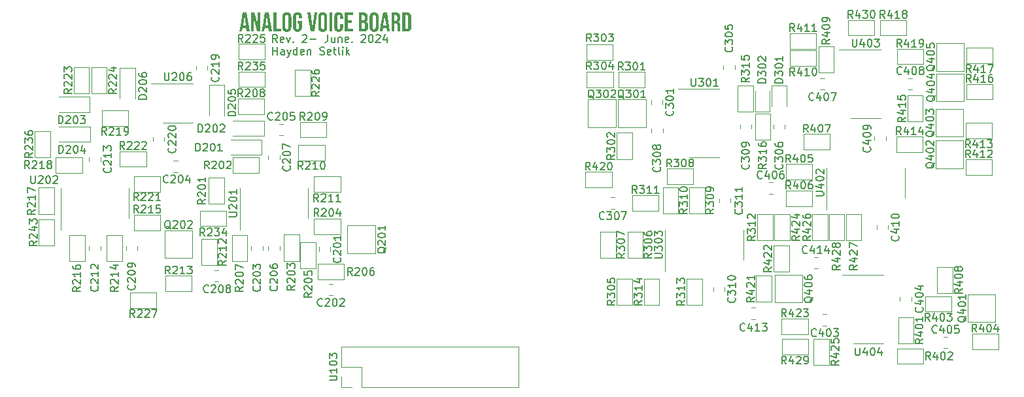
<source format=gbr>
%TF.GenerationSoftware,KiCad,Pcbnew,7.0.7*%
%TF.CreationDate,2024-06-21T15:12:59-06:00*%
%TF.ProjectId,VoiceBoardR3,566f6963-6542-46f6-9172-6452332e6b69,rev?*%
%TF.SameCoordinates,Original*%
%TF.FileFunction,Legend,Top*%
%TF.FilePolarity,Positive*%
%FSLAX46Y46*%
G04 Gerber Fmt 4.6, Leading zero omitted, Abs format (unit mm)*
G04 Created by KiCad (PCBNEW 7.0.7) date 2024-06-21 15:12:59*
%MOMM*%
%LPD*%
G01*
G04 APERTURE LIST*
%ADD10C,0.150000*%
%ADD11C,0.120000*%
G04 APERTURE END LIST*
D10*
G36*
X30231043Y-3115000D02*
G01*
X29846360Y-3115000D01*
X29776140Y-2620408D01*
X29776140Y-2627124D01*
X29338946Y-2627124D01*
X29268726Y-3115000D01*
X28911521Y-3115000D01*
X29044633Y-2294344D01*
X29384131Y-2294344D01*
X29730956Y-2294344D01*
X29559375Y-1080457D01*
X29552048Y-1080457D01*
X29384131Y-2294344D01*
X29044633Y-2294344D01*
X29310858Y-653032D01*
X29832316Y-653032D01*
X30231043Y-3115000D01*
G37*
G36*
X30415446Y-3115000D02*
G01*
X30757997Y-3115000D01*
X30757997Y-1317983D01*
X30765324Y-1317983D01*
X31226943Y-3115000D01*
X31622616Y-3115000D01*
X31622616Y-653032D01*
X31279455Y-653032D01*
X31279455Y-2127037D01*
X31272739Y-2127037D01*
X30898436Y-653032D01*
X30415446Y-653032D01*
X30415446Y-3115000D01*
G37*
G36*
X33127763Y-3115000D02*
G01*
X32743080Y-3115000D01*
X32672861Y-2620408D01*
X32672861Y-2627124D01*
X32235666Y-2627124D01*
X32165446Y-3115000D01*
X31808241Y-3115000D01*
X31941353Y-2294344D01*
X32280851Y-2294344D01*
X32627676Y-2294344D01*
X32456095Y-1080457D01*
X32448768Y-1080457D01*
X32280851Y-2294344D01*
X31941353Y-2294344D01*
X32207578Y-653032D01*
X32729036Y-653032D01*
X33127763Y-3115000D01*
G37*
G36*
X33312166Y-3115000D02*
G01*
X34330659Y-3115000D01*
X34330659Y-2765122D01*
X33696849Y-2765122D01*
X33696849Y-653032D01*
X33312166Y-653032D01*
X33312166Y-3115000D01*
G37*
G36*
X35092823Y-614608D02*
G01*
X35126741Y-616566D01*
X35159642Y-619818D01*
X35191518Y-624353D01*
X35222364Y-630163D01*
X35252172Y-637237D01*
X35280937Y-645566D01*
X35308651Y-655140D01*
X35335309Y-665949D01*
X35360905Y-677984D01*
X35385432Y-691234D01*
X35408883Y-705691D01*
X35431252Y-721343D01*
X35452533Y-738183D01*
X35472719Y-756199D01*
X35491805Y-775382D01*
X35509783Y-795723D01*
X35526647Y-817211D01*
X35542392Y-839837D01*
X35557010Y-863592D01*
X35570495Y-888465D01*
X35582841Y-914447D01*
X35594041Y-941528D01*
X35604090Y-969698D01*
X35612980Y-998948D01*
X35620705Y-1029268D01*
X35627260Y-1060648D01*
X35632637Y-1093078D01*
X35636830Y-1126549D01*
X35639833Y-1161051D01*
X35641639Y-1196574D01*
X35642243Y-1233108D01*
X35642243Y-2535533D01*
X35641639Y-2572066D01*
X35639833Y-2607584D01*
X35636830Y-2642078D01*
X35632637Y-2675538D01*
X35627260Y-2707954D01*
X35620705Y-2739318D01*
X35612980Y-2769619D01*
X35604090Y-2798848D01*
X35594041Y-2826996D01*
X35582841Y-2854053D01*
X35570495Y-2880010D01*
X35557010Y-2904856D01*
X35542392Y-2928584D01*
X35526647Y-2951182D01*
X35509783Y-2972642D01*
X35491805Y-2992954D01*
X35472719Y-3012109D01*
X35452533Y-3030097D01*
X35431252Y-3046908D01*
X35408883Y-3062534D01*
X35385432Y-3076964D01*
X35360905Y-3090189D01*
X35335309Y-3102200D01*
X35308651Y-3112986D01*
X35280937Y-3122540D01*
X35252172Y-3130850D01*
X35222364Y-3137908D01*
X35191518Y-3143704D01*
X35159642Y-3148229D01*
X35126741Y-3151472D01*
X35092823Y-3153425D01*
X35057892Y-3154078D01*
X35022961Y-3153425D01*
X34989043Y-3151472D01*
X34956142Y-3148229D01*
X34924266Y-3143704D01*
X34893420Y-3137908D01*
X34863612Y-3130850D01*
X34834847Y-3122540D01*
X34807133Y-3112986D01*
X34780475Y-3102200D01*
X34754879Y-3090189D01*
X34730353Y-3076964D01*
X34706901Y-3062534D01*
X34684532Y-3046908D01*
X34663251Y-3030097D01*
X34643065Y-3012109D01*
X34623979Y-2992954D01*
X34606001Y-2972642D01*
X34589137Y-2951182D01*
X34573392Y-2928584D01*
X34558774Y-2904856D01*
X34545289Y-2880010D01*
X34532943Y-2854053D01*
X34521743Y-2826996D01*
X34511694Y-2798848D01*
X34502804Y-2769619D01*
X34495079Y-2739318D01*
X34488524Y-2707954D01*
X34483147Y-2675538D01*
X34478954Y-2642078D01*
X34475951Y-2607584D01*
X34474145Y-2572066D01*
X34473945Y-2559958D01*
X34858224Y-2559958D01*
X34859118Y-2591882D01*
X34861769Y-2621293D01*
X34866133Y-2648253D01*
X34872163Y-2672825D01*
X34884232Y-2705341D01*
X34899794Y-2732837D01*
X34918695Y-2755523D01*
X34940781Y-2773610D01*
X34965897Y-2787311D01*
X34993891Y-2796835D01*
X35024607Y-2802394D01*
X35057892Y-2804200D01*
X35091177Y-2802394D01*
X35121894Y-2796835D01*
X35149887Y-2787311D01*
X35175003Y-2773610D01*
X35197089Y-2755523D01*
X35215990Y-2732837D01*
X35231552Y-2705341D01*
X35243622Y-2672825D01*
X35249651Y-2648253D01*
X35254015Y-2621293D01*
X35256667Y-2591882D01*
X35257561Y-2559958D01*
X35257561Y-1208684D01*
X35256667Y-1176760D01*
X35254015Y-1147349D01*
X35249651Y-1120389D01*
X35243622Y-1095817D01*
X35231552Y-1063300D01*
X35215990Y-1035804D01*
X35197089Y-1013119D01*
X35175003Y-995031D01*
X35149887Y-981331D01*
X35121894Y-971807D01*
X35091177Y-966247D01*
X35057892Y-964441D01*
X35024607Y-966247D01*
X34993891Y-971807D01*
X34965897Y-981331D01*
X34940781Y-995031D01*
X34918695Y-1013119D01*
X34899794Y-1035804D01*
X34884232Y-1063300D01*
X34872163Y-1095817D01*
X34866133Y-1120389D01*
X34861769Y-1147349D01*
X34859118Y-1176760D01*
X34858224Y-1208684D01*
X34858224Y-2559958D01*
X34473945Y-2559958D01*
X34473541Y-2535533D01*
X34473541Y-1233108D01*
X34474145Y-1196574D01*
X34475951Y-1161051D01*
X34478954Y-1126549D01*
X34483147Y-1093078D01*
X34488524Y-1060648D01*
X34495079Y-1029268D01*
X34502804Y-998948D01*
X34511694Y-969698D01*
X34521743Y-941528D01*
X34532943Y-914447D01*
X34545289Y-888465D01*
X34558774Y-863592D01*
X34573392Y-839837D01*
X34589137Y-817211D01*
X34606001Y-795723D01*
X34623979Y-775382D01*
X34643065Y-756199D01*
X34663251Y-738183D01*
X34684532Y-721343D01*
X34706901Y-705691D01*
X34730353Y-691234D01*
X34754879Y-677984D01*
X34780475Y-665949D01*
X34807133Y-655140D01*
X34834847Y-645566D01*
X34863612Y-637237D01*
X34893420Y-630163D01*
X34924266Y-624353D01*
X34956142Y-619818D01*
X34989043Y-616566D01*
X35022961Y-614608D01*
X35057892Y-613953D01*
X35092823Y-614608D01*
G37*
G36*
X36447023Y-3154078D02*
G01*
X36481924Y-3153425D01*
X36515756Y-3151470D01*
X36548517Y-3148222D01*
X36580204Y-3143690D01*
X36610814Y-3137880D01*
X36640345Y-3130802D01*
X36668795Y-3122463D01*
X36696160Y-3112872D01*
X36722439Y-3102037D01*
X36747629Y-3089965D01*
X36771726Y-3076666D01*
X36794729Y-3062147D01*
X36816635Y-3046417D01*
X36837442Y-3029483D01*
X36857146Y-3011354D01*
X36875746Y-2992038D01*
X36893238Y-2971544D01*
X36909620Y-2949878D01*
X36924890Y-2927050D01*
X36939045Y-2903068D01*
X36952082Y-2877939D01*
X36963999Y-2851672D01*
X36974793Y-2824275D01*
X36984462Y-2795757D01*
X36993004Y-2766125D01*
X37000414Y-2735387D01*
X37006692Y-2703553D01*
X37011834Y-2670629D01*
X37015837Y-2636624D01*
X37018700Y-2601547D01*
X37020420Y-2565405D01*
X37020994Y-2528206D01*
X37020994Y-1709993D01*
X36464120Y-1709993D01*
X36464120Y-2059870D01*
X36657072Y-2059870D01*
X36657072Y-2557515D01*
X36656178Y-2590171D01*
X36653526Y-2620182D01*
X36649163Y-2647623D01*
X36643133Y-2672567D01*
X36631064Y-2705465D01*
X36615501Y-2733163D01*
X36596601Y-2755913D01*
X36574515Y-2773965D01*
X36549398Y-2787569D01*
X36521405Y-2796976D01*
X36490689Y-2802436D01*
X36457404Y-2804200D01*
X36424118Y-2802436D01*
X36393402Y-2796976D01*
X36365409Y-2787569D01*
X36340292Y-2773965D01*
X36318207Y-2755913D01*
X36299306Y-2733163D01*
X36283743Y-2705465D01*
X36271674Y-2672567D01*
X36265644Y-2647623D01*
X36261281Y-2620182D01*
X36258629Y-2590171D01*
X36257735Y-2557515D01*
X36257735Y-1203799D01*
X36258629Y-1172534D01*
X36261281Y-1143726D01*
X36265644Y-1117315D01*
X36271674Y-1093241D01*
X36283743Y-1061377D01*
X36299306Y-1034428D01*
X36318207Y-1012188D01*
X36340292Y-994452D01*
X36365409Y-981014D01*
X36393402Y-971670D01*
X36424118Y-966214D01*
X36457404Y-964441D01*
X36490689Y-966214D01*
X36521405Y-971670D01*
X36549398Y-981014D01*
X36574515Y-994452D01*
X36596601Y-1012188D01*
X36615501Y-1034428D01*
X36631064Y-1061377D01*
X36643133Y-1093241D01*
X36649163Y-1117315D01*
X36653526Y-1143726D01*
X36656178Y-1172534D01*
X36657072Y-1203799D01*
X36657072Y-1435830D01*
X37020994Y-1435830D01*
X37020994Y-1228224D01*
X37020420Y-1192133D01*
X37018700Y-1157026D01*
X37015837Y-1122913D01*
X37011834Y-1089805D01*
X37006692Y-1057713D01*
X37000414Y-1026648D01*
X36993004Y-996619D01*
X36984462Y-967637D01*
X36974793Y-939714D01*
X36963999Y-912860D01*
X36952082Y-887085D01*
X36939045Y-862399D01*
X36924890Y-838815D01*
X36909620Y-816342D01*
X36893238Y-794990D01*
X36875746Y-774771D01*
X36857146Y-755696D01*
X36837442Y-737773D01*
X36816635Y-721016D01*
X36794729Y-705433D01*
X36771726Y-691036D01*
X36747629Y-677835D01*
X36722439Y-665841D01*
X36696160Y-655064D01*
X36668795Y-645515D01*
X36640345Y-637205D01*
X36610814Y-630145D01*
X36580204Y-624344D01*
X36548517Y-619814D01*
X36515756Y-616565D01*
X36481924Y-614607D01*
X36447023Y-613953D01*
X36412122Y-614607D01*
X36378290Y-616565D01*
X36345530Y-619814D01*
X36313843Y-624344D01*
X36283233Y-630145D01*
X36253701Y-637205D01*
X36225252Y-645515D01*
X36197886Y-655064D01*
X36171607Y-665841D01*
X36146418Y-677835D01*
X36122320Y-691036D01*
X36099317Y-705433D01*
X36077411Y-721016D01*
X36056605Y-737773D01*
X36036900Y-755696D01*
X36018301Y-774771D01*
X36000808Y-794990D01*
X35984426Y-816342D01*
X35969156Y-838815D01*
X35955001Y-862399D01*
X35941964Y-887085D01*
X35930047Y-912860D01*
X35919253Y-939714D01*
X35909584Y-967637D01*
X35901043Y-996619D01*
X35893632Y-1026648D01*
X35887355Y-1057713D01*
X35882213Y-1089805D01*
X35878209Y-1122913D01*
X35875346Y-1157026D01*
X35873626Y-1192133D01*
X35873053Y-1228224D01*
X35873053Y-2528206D01*
X35873626Y-2565405D01*
X35875346Y-2601547D01*
X35878209Y-2636624D01*
X35882213Y-2670629D01*
X35887355Y-2703553D01*
X35893632Y-2735387D01*
X35901043Y-2766125D01*
X35909584Y-2795757D01*
X35919253Y-2824275D01*
X35930047Y-2851672D01*
X35941964Y-2877939D01*
X35955001Y-2903068D01*
X35969156Y-2927050D01*
X35984426Y-2949878D01*
X36000808Y-2971544D01*
X36018301Y-2992038D01*
X36036900Y-3011354D01*
X36056605Y-3029483D01*
X36077411Y-3046417D01*
X36099317Y-3062147D01*
X36122320Y-3076666D01*
X36146418Y-3089965D01*
X36171607Y-3102037D01*
X36197886Y-3112872D01*
X36225252Y-3122463D01*
X36253701Y-3130802D01*
X36283233Y-3137880D01*
X36313843Y-3143690D01*
X36345530Y-3148222D01*
X36378290Y-3151470D01*
X36412122Y-3153425D01*
X36447023Y-3154078D01*
G37*
G36*
X38097494Y-3115000D02*
G01*
X38608572Y-3115000D01*
X38979211Y-653032D01*
X38626280Y-653032D01*
X38374099Y-2563011D01*
X38366772Y-2563011D01*
X38115202Y-653032D01*
X37726245Y-653032D01*
X38097494Y-3115000D01*
G37*
G36*
X39748091Y-614608D02*
G01*
X39782010Y-616566D01*
X39814911Y-619818D01*
X39846787Y-624353D01*
X39877632Y-630163D01*
X39907441Y-637237D01*
X39936205Y-645566D01*
X39963920Y-655140D01*
X39990578Y-665949D01*
X40016174Y-677984D01*
X40040700Y-691234D01*
X40064151Y-705691D01*
X40086520Y-721343D01*
X40107801Y-738183D01*
X40127988Y-756199D01*
X40147073Y-775382D01*
X40165052Y-795723D01*
X40181916Y-817211D01*
X40197660Y-839837D01*
X40212278Y-863592D01*
X40225763Y-888465D01*
X40238109Y-914447D01*
X40249310Y-941528D01*
X40259358Y-969698D01*
X40268248Y-998948D01*
X40275974Y-1029268D01*
X40282528Y-1060648D01*
X40287905Y-1093078D01*
X40292099Y-1126549D01*
X40295102Y-1161051D01*
X40296908Y-1196574D01*
X40297512Y-1233108D01*
X40297512Y-2535533D01*
X40296908Y-2572066D01*
X40295102Y-2607584D01*
X40292099Y-2642078D01*
X40287905Y-2675538D01*
X40282528Y-2707954D01*
X40275974Y-2739318D01*
X40268248Y-2769619D01*
X40259358Y-2798848D01*
X40249310Y-2826996D01*
X40238109Y-2854053D01*
X40225763Y-2880010D01*
X40212278Y-2904856D01*
X40197660Y-2928584D01*
X40181916Y-2951182D01*
X40165052Y-2972642D01*
X40147073Y-2992954D01*
X40127988Y-3012109D01*
X40107801Y-3030097D01*
X40086520Y-3046908D01*
X40064151Y-3062534D01*
X40040700Y-3076964D01*
X40016174Y-3090189D01*
X39990578Y-3102200D01*
X39963920Y-3112986D01*
X39936205Y-3122540D01*
X39907441Y-3130850D01*
X39877632Y-3137908D01*
X39846787Y-3143704D01*
X39814911Y-3148229D01*
X39782010Y-3151472D01*
X39748091Y-3153425D01*
X39713161Y-3154078D01*
X39678230Y-3153425D01*
X39644311Y-3151472D01*
X39611411Y-3148229D01*
X39579534Y-3143704D01*
X39548689Y-3137908D01*
X39518881Y-3130850D01*
X39490116Y-3122540D01*
X39462402Y-3112986D01*
X39435743Y-3102200D01*
X39410148Y-3090189D01*
X39385621Y-3076964D01*
X39362170Y-3062534D01*
X39339801Y-3046908D01*
X39318520Y-3030097D01*
X39298333Y-3012109D01*
X39279248Y-2992954D01*
X39261270Y-2972642D01*
X39244405Y-2951182D01*
X39228661Y-2928584D01*
X39214043Y-2904856D01*
X39200558Y-2880010D01*
X39188212Y-2854053D01*
X39177012Y-2826996D01*
X39166963Y-2798848D01*
X39158073Y-2769619D01*
X39150347Y-2739318D01*
X39143793Y-2707954D01*
X39138416Y-2675538D01*
X39134223Y-2642078D01*
X39131220Y-2607584D01*
X39129413Y-2572066D01*
X39129213Y-2559958D01*
X39513492Y-2559958D01*
X39514386Y-2591882D01*
X39517038Y-2621293D01*
X39521401Y-2648253D01*
X39527431Y-2672825D01*
X39539501Y-2705341D01*
X39555063Y-2732837D01*
X39573964Y-2755523D01*
X39596049Y-2773610D01*
X39621166Y-2787311D01*
X39649159Y-2796835D01*
X39679875Y-2802394D01*
X39713161Y-2804200D01*
X39746446Y-2802394D01*
X39777162Y-2796835D01*
X39805156Y-2787311D01*
X39830272Y-2773610D01*
X39852358Y-2755523D01*
X39871259Y-2732837D01*
X39886821Y-2705341D01*
X39898890Y-2672825D01*
X39904920Y-2648253D01*
X39909284Y-2621293D01*
X39911935Y-2591882D01*
X39912829Y-2559958D01*
X39912829Y-1208684D01*
X39911935Y-1176760D01*
X39909284Y-1147349D01*
X39904920Y-1120389D01*
X39898890Y-1095817D01*
X39886821Y-1063300D01*
X39871259Y-1035804D01*
X39852358Y-1013119D01*
X39830272Y-995031D01*
X39805156Y-981331D01*
X39777162Y-971807D01*
X39746446Y-966247D01*
X39713161Y-964441D01*
X39679875Y-966247D01*
X39649159Y-971807D01*
X39621166Y-981331D01*
X39596049Y-995031D01*
X39573964Y-1013119D01*
X39555063Y-1035804D01*
X39539501Y-1063300D01*
X39527431Y-1095817D01*
X39521401Y-1120389D01*
X39517038Y-1147349D01*
X39514386Y-1176760D01*
X39513492Y-1208684D01*
X39513492Y-2559958D01*
X39129213Y-2559958D01*
X39128810Y-2535533D01*
X39128810Y-1233108D01*
X39129413Y-1196574D01*
X39131220Y-1161051D01*
X39134223Y-1126549D01*
X39138416Y-1093078D01*
X39143793Y-1060648D01*
X39150347Y-1029268D01*
X39158073Y-998948D01*
X39166963Y-969698D01*
X39177012Y-941528D01*
X39188212Y-914447D01*
X39200558Y-888465D01*
X39214043Y-863592D01*
X39228661Y-839837D01*
X39244405Y-817211D01*
X39261270Y-795723D01*
X39279248Y-775382D01*
X39298333Y-756199D01*
X39318520Y-738183D01*
X39339801Y-721343D01*
X39362170Y-705691D01*
X39385621Y-691234D01*
X39410148Y-677984D01*
X39435743Y-665949D01*
X39462402Y-655140D01*
X39490116Y-645566D01*
X39518881Y-637237D01*
X39548689Y-630163D01*
X39579534Y-624353D01*
X39611411Y-619818D01*
X39644311Y-616566D01*
X39678230Y-614608D01*
X39713161Y-613953D01*
X39748091Y-614608D01*
G37*
G36*
X40556409Y-3115000D02*
G01*
X40941092Y-3115000D01*
X40941092Y-653032D01*
X40556409Y-653032D01*
X40556409Y-3115000D01*
G37*
G36*
X41770296Y-3154078D02*
G01*
X41804587Y-3153426D01*
X41837847Y-3151476D01*
X41870072Y-3148240D01*
X41901259Y-3143731D01*
X41931405Y-3137962D01*
X41960504Y-3130943D01*
X41988554Y-3122687D01*
X42015550Y-3113206D01*
X42041489Y-3102512D01*
X42066367Y-3090618D01*
X42090181Y-3077534D01*
X42112925Y-3063274D01*
X42134598Y-3047850D01*
X42155194Y-3031273D01*
X42174709Y-3013556D01*
X42193142Y-2994710D01*
X42210486Y-2974748D01*
X42226739Y-2953682D01*
X42241897Y-2931523D01*
X42255955Y-2908285D01*
X42268911Y-2883979D01*
X42280760Y-2858617D01*
X42291499Y-2832211D01*
X42301124Y-2804773D01*
X42309630Y-2776316D01*
X42317015Y-2746851D01*
X42323273Y-2716390D01*
X42328403Y-2684946D01*
X42332399Y-2652531D01*
X42335258Y-2619156D01*
X42336976Y-2584834D01*
X42337550Y-2549577D01*
X42337550Y-2199089D01*
X41973628Y-2199089D01*
X41973628Y-2577665D01*
X41972729Y-2607076D01*
X41970071Y-2634207D01*
X41965711Y-2659111D01*
X41956109Y-2692406D01*
X41943006Y-2720987D01*
X41926599Y-2745032D01*
X41907083Y-2764719D01*
X41884655Y-2780226D01*
X41859512Y-2791731D01*
X41831848Y-2799412D01*
X41801861Y-2803448D01*
X41780676Y-2804200D01*
X41749265Y-2802496D01*
X41720072Y-2797265D01*
X41693288Y-2788329D01*
X41669103Y-2775510D01*
X41647708Y-2758630D01*
X41629292Y-2737510D01*
X41614046Y-2711973D01*
X41602160Y-2681841D01*
X41593823Y-2646934D01*
X41590332Y-2620923D01*
X41588559Y-2592659D01*
X41588335Y-2577665D01*
X41588335Y-1194640D01*
X41589227Y-1165188D01*
X41591866Y-1137941D01*
X41596196Y-1112856D01*
X41605737Y-1079193D01*
X41618764Y-1050159D01*
X41635088Y-1025613D01*
X41654518Y-1005413D01*
X41676864Y-989417D01*
X41701937Y-977483D01*
X41729545Y-969470D01*
X41759498Y-965235D01*
X41780676Y-964441D01*
X41812103Y-966236D01*
X41841337Y-971714D01*
X41868182Y-981019D01*
X41892443Y-994291D01*
X41913921Y-1011672D01*
X41932423Y-1033305D01*
X41947751Y-1059331D01*
X41959708Y-1089892D01*
X41968100Y-1125131D01*
X41971616Y-1151291D01*
X41973402Y-1179636D01*
X41973628Y-1194640D01*
X41973628Y-1481015D01*
X42337550Y-1481015D01*
X42337550Y-1219064D01*
X42336976Y-1183806D01*
X42335258Y-1149479D01*
X42332399Y-1116096D01*
X42328403Y-1083669D01*
X42323273Y-1052212D01*
X42317015Y-1021735D01*
X42309630Y-992251D01*
X42301124Y-963773D01*
X42291499Y-936313D01*
X42280760Y-909883D01*
X42268911Y-884496D01*
X42255955Y-860163D01*
X42241897Y-836898D01*
X42226739Y-814712D01*
X42210486Y-793617D01*
X42193142Y-773627D01*
X42174709Y-754752D01*
X42155194Y-737006D01*
X42134598Y-720402D01*
X42112925Y-704950D01*
X42090181Y-690664D01*
X42066367Y-677555D01*
X42041489Y-665637D01*
X42015550Y-654921D01*
X41988554Y-645419D01*
X41960504Y-637145D01*
X41931405Y-630110D01*
X41901259Y-624326D01*
X41870072Y-619806D01*
X41837847Y-616562D01*
X41804587Y-614607D01*
X41770296Y-613953D01*
X41736006Y-614607D01*
X41702746Y-616562D01*
X41670520Y-619806D01*
X41639333Y-624326D01*
X41609188Y-630110D01*
X41580088Y-637145D01*
X41552038Y-645419D01*
X41525042Y-654921D01*
X41499103Y-665637D01*
X41474225Y-677555D01*
X41450411Y-690664D01*
X41427667Y-704950D01*
X41405995Y-720402D01*
X41385399Y-737006D01*
X41365883Y-754752D01*
X41347451Y-773627D01*
X41330106Y-793617D01*
X41313853Y-814712D01*
X41298696Y-836898D01*
X41284637Y-860163D01*
X41271681Y-884496D01*
X41259832Y-909883D01*
X41249093Y-936313D01*
X41239469Y-963773D01*
X41230962Y-992251D01*
X41223578Y-1021735D01*
X41217319Y-1052212D01*
X41212189Y-1083669D01*
X41208193Y-1116096D01*
X41205334Y-1149479D01*
X41203616Y-1183806D01*
X41203042Y-1219064D01*
X41203042Y-2549577D01*
X41203616Y-2584834D01*
X41205334Y-2619156D01*
X41208193Y-2652531D01*
X41212189Y-2684946D01*
X41217319Y-2716390D01*
X41223578Y-2746851D01*
X41230962Y-2776316D01*
X41239469Y-2804773D01*
X41249093Y-2832211D01*
X41259832Y-2858617D01*
X41271681Y-2883979D01*
X41284637Y-2908285D01*
X41298696Y-2931523D01*
X41313853Y-2953682D01*
X41330106Y-2974748D01*
X41347451Y-2994710D01*
X41365883Y-3013556D01*
X41385399Y-3031273D01*
X41405995Y-3047850D01*
X41427667Y-3063274D01*
X41450411Y-3077534D01*
X41474225Y-3090618D01*
X41499103Y-3102512D01*
X41525042Y-3113206D01*
X41552038Y-3122687D01*
X41580088Y-3130943D01*
X41609188Y-3137962D01*
X41639333Y-3143731D01*
X41670520Y-3148240D01*
X41702746Y-3151476D01*
X41736006Y-3153426D01*
X41770296Y-3154078D01*
G37*
G36*
X42566528Y-3115000D02*
G01*
X43616161Y-3115000D01*
X43616161Y-2765122D01*
X42951210Y-2765122D01*
X42951210Y-2019570D01*
X43479996Y-2019570D01*
X43479996Y-1669082D01*
X42951210Y-1669082D01*
X42951210Y-1003520D01*
X43616161Y-1003520D01*
X43616161Y-653032D01*
X42566528Y-653032D01*
X42566528Y-3115000D01*
G37*
G36*
X45013365Y-653576D02*
G01*
X45048808Y-655210D01*
X45082934Y-657937D01*
X45115753Y-661758D01*
X45147276Y-666676D01*
X45177514Y-672694D01*
X45206477Y-679813D01*
X45234175Y-688037D01*
X45260619Y-697366D01*
X45285820Y-707805D01*
X45309787Y-719355D01*
X45332533Y-732018D01*
X45354066Y-745797D01*
X45374398Y-760694D01*
X45393539Y-776712D01*
X45411499Y-793853D01*
X45428289Y-812119D01*
X45443920Y-831512D01*
X45458403Y-852035D01*
X45471746Y-873691D01*
X45483962Y-896481D01*
X45495061Y-920408D01*
X45505052Y-945475D01*
X45513947Y-971683D01*
X45521757Y-999035D01*
X45528491Y-1027533D01*
X45534160Y-1057180D01*
X45538775Y-1087978D01*
X45542346Y-1119930D01*
X45544884Y-1153037D01*
X45546398Y-1187302D01*
X45546901Y-1222728D01*
X45546901Y-1324089D01*
X45545995Y-1371475D01*
X45543260Y-1416556D01*
X45538670Y-1459346D01*
X45532199Y-1499858D01*
X45523821Y-1538105D01*
X45513510Y-1574100D01*
X45501240Y-1607858D01*
X45486985Y-1639391D01*
X45470720Y-1668713D01*
X45452418Y-1695838D01*
X45432053Y-1720778D01*
X45409600Y-1743547D01*
X45385033Y-1764159D01*
X45358325Y-1782627D01*
X45329451Y-1798965D01*
X45298384Y-1813185D01*
X45298384Y-1819902D01*
X45335726Y-1834362D01*
X45370172Y-1851373D01*
X45401790Y-1870884D01*
X45430647Y-1892841D01*
X45456810Y-1917191D01*
X45480346Y-1943882D01*
X45501322Y-1972862D01*
X45519805Y-2004076D01*
X45535863Y-2037473D01*
X45549562Y-2073000D01*
X45560969Y-2110603D01*
X45570152Y-2150231D01*
X45577177Y-2191830D01*
X45582112Y-2235347D01*
X45585024Y-2280731D01*
X45585980Y-2327927D01*
X45585980Y-2536144D01*
X45585395Y-2570898D01*
X45583644Y-2604630D01*
X45580727Y-2637335D01*
X45576648Y-2669008D01*
X45571409Y-2699644D01*
X45565014Y-2729237D01*
X45557464Y-2757781D01*
X45548762Y-2785272D01*
X45538910Y-2811703D01*
X45527912Y-2837071D01*
X45515769Y-2861368D01*
X45502485Y-2884591D01*
X45488062Y-2906733D01*
X45472503Y-2927789D01*
X45455809Y-2947754D01*
X45437984Y-2966622D01*
X45419030Y-2984388D01*
X45398950Y-3001047D01*
X45377747Y-3016594D01*
X45355422Y-3031022D01*
X45331979Y-3044327D01*
X45307420Y-3056503D01*
X45281747Y-3067545D01*
X45254964Y-3077447D01*
X45227073Y-3086205D01*
X45198076Y-3093812D01*
X45167975Y-3100264D01*
X45136775Y-3105554D01*
X45104476Y-3109678D01*
X45071082Y-3112631D01*
X45036595Y-3114406D01*
X45001018Y-3115000D01*
X44395907Y-3115000D01*
X44395907Y-2019570D01*
X44780589Y-2019570D01*
X44780589Y-2765122D01*
X45001018Y-2765122D01*
X45035855Y-2763524D01*
X45067514Y-2758521D01*
X45095941Y-2749798D01*
X45121081Y-2737043D01*
X45142881Y-2719941D01*
X45161286Y-2698178D01*
X45176241Y-2671440D01*
X45187692Y-2639413D01*
X45193353Y-2614968D01*
X45197417Y-2587941D01*
X45199867Y-2558237D01*
X45200687Y-2525764D01*
X45200687Y-2314494D01*
X45199821Y-2273950D01*
X45197196Y-2236956D01*
X45192770Y-2203382D01*
X45186500Y-2173100D01*
X45178344Y-2145980D01*
X45168261Y-2121895D01*
X45149431Y-2091173D01*
X45126027Y-2066554D01*
X45097908Y-2047601D01*
X45064932Y-2033881D01*
X45040179Y-2027427D01*
X45013163Y-2022976D01*
X44983840Y-2020400D01*
X44952170Y-2019570D01*
X44780589Y-2019570D01*
X44395907Y-2019570D01*
X44395907Y-1003520D01*
X44780589Y-1003520D01*
X44780589Y-1669082D01*
X44931409Y-1669082D01*
X44957648Y-1668306D01*
X44982525Y-1665907D01*
X45017186Y-1659036D01*
X45048525Y-1647921D01*
X45076389Y-1632205D01*
X45100624Y-1611532D01*
X45121074Y-1585546D01*
X45137588Y-1553891D01*
X45146333Y-1529463D01*
X45153215Y-1502250D01*
X45158186Y-1472149D01*
X45161203Y-1439053D01*
X45162219Y-1402857D01*
X45162219Y-1262418D01*
X45162043Y-1245880D01*
X45160627Y-1214551D01*
X45157773Y-1185523D01*
X45153456Y-1158767D01*
X45147652Y-1134250D01*
X45136104Y-1101611D01*
X45121076Y-1073841D01*
X45102484Y-1050839D01*
X45080247Y-1032503D01*
X45054284Y-1018728D01*
X45024514Y-1009413D01*
X44990854Y-1004455D01*
X44966214Y-1003520D01*
X44780589Y-1003520D01*
X44395907Y-1003520D01*
X44395907Y-653032D01*
X44976594Y-653032D01*
X45013365Y-653576D01*
G37*
G36*
X46401266Y-614608D02*
G01*
X46435185Y-616566D01*
X46468086Y-619818D01*
X46499962Y-624353D01*
X46530808Y-630163D01*
X46560616Y-637237D01*
X46589380Y-645566D01*
X46617095Y-655140D01*
X46643753Y-665949D01*
X46669349Y-677984D01*
X46693875Y-691234D01*
X46717326Y-705691D01*
X46739696Y-721343D01*
X46760977Y-738183D01*
X46781163Y-756199D01*
X46800249Y-775382D01*
X46818227Y-795723D01*
X46835091Y-817211D01*
X46850836Y-839837D01*
X46865454Y-863592D01*
X46878939Y-888465D01*
X46891285Y-914447D01*
X46902485Y-941528D01*
X46912533Y-969698D01*
X46921424Y-998948D01*
X46929149Y-1029268D01*
X46935704Y-1060648D01*
X46941081Y-1093078D01*
X46945274Y-1126549D01*
X46948277Y-1161051D01*
X46950083Y-1196574D01*
X46950687Y-1233108D01*
X46950687Y-2535533D01*
X46950083Y-2572066D01*
X46948277Y-2607584D01*
X46945274Y-2642078D01*
X46941081Y-2675538D01*
X46935704Y-2707954D01*
X46929149Y-2739318D01*
X46921424Y-2769619D01*
X46912533Y-2798848D01*
X46902485Y-2826996D01*
X46891285Y-2854053D01*
X46878939Y-2880010D01*
X46865454Y-2904856D01*
X46850836Y-2928584D01*
X46835091Y-2951182D01*
X46818227Y-2972642D01*
X46800249Y-2992954D01*
X46781163Y-3012109D01*
X46760977Y-3030097D01*
X46739696Y-3046908D01*
X46717326Y-3062534D01*
X46693875Y-3076964D01*
X46669349Y-3090189D01*
X46643753Y-3102200D01*
X46617095Y-3112986D01*
X46589380Y-3122540D01*
X46560616Y-3130850D01*
X46530808Y-3137908D01*
X46499962Y-3143704D01*
X46468086Y-3148229D01*
X46435185Y-3151472D01*
X46401266Y-3153425D01*
X46366336Y-3154078D01*
X46331405Y-3153425D01*
X46297486Y-3151472D01*
X46264586Y-3148229D01*
X46232709Y-3143704D01*
X46201864Y-3137908D01*
X46172056Y-3130850D01*
X46143291Y-3122540D01*
X46115577Y-3112986D01*
X46088918Y-3102200D01*
X46063323Y-3090189D01*
X46038796Y-3076964D01*
X46015345Y-3062534D01*
X45992976Y-3046908D01*
X45971695Y-3030097D01*
X45951509Y-3012109D01*
X45932423Y-2992954D01*
X45914445Y-2972642D01*
X45897581Y-2951182D01*
X45881836Y-2928584D01*
X45867218Y-2904856D01*
X45853733Y-2880010D01*
X45841387Y-2854053D01*
X45830187Y-2826996D01*
X45820138Y-2798848D01*
X45811248Y-2769619D01*
X45803523Y-2739318D01*
X45796968Y-2707954D01*
X45791591Y-2675538D01*
X45787398Y-2642078D01*
X45784395Y-2607584D01*
X45782588Y-2572066D01*
X45782388Y-2559958D01*
X46166667Y-2559958D01*
X46167561Y-2591882D01*
X46170213Y-2621293D01*
X46174576Y-2648253D01*
X46180606Y-2672825D01*
X46192676Y-2705341D01*
X46208238Y-2732837D01*
X46227139Y-2755523D01*
X46249225Y-2773610D01*
X46274341Y-2787311D01*
X46302334Y-2796835D01*
X46333051Y-2802394D01*
X46366336Y-2804200D01*
X46399621Y-2802394D01*
X46430337Y-2796835D01*
X46458331Y-2787311D01*
X46483447Y-2773610D01*
X46505533Y-2755523D01*
X46524434Y-2732837D01*
X46539996Y-2705341D01*
X46552065Y-2672825D01*
X46558095Y-2648253D01*
X46562459Y-2621293D01*
X46565110Y-2591882D01*
X46566004Y-2559958D01*
X46566004Y-1208684D01*
X46565110Y-1176760D01*
X46562459Y-1147349D01*
X46558095Y-1120389D01*
X46552065Y-1095817D01*
X46539996Y-1063300D01*
X46524434Y-1035804D01*
X46505533Y-1013119D01*
X46483447Y-995031D01*
X46458331Y-981331D01*
X46430337Y-971807D01*
X46399621Y-966247D01*
X46366336Y-964441D01*
X46333051Y-966247D01*
X46302334Y-971807D01*
X46274341Y-981331D01*
X46249225Y-995031D01*
X46227139Y-1013119D01*
X46208238Y-1035804D01*
X46192676Y-1063300D01*
X46180606Y-1095817D01*
X46174576Y-1120389D01*
X46170213Y-1147349D01*
X46167561Y-1176760D01*
X46166667Y-1208684D01*
X46166667Y-2559958D01*
X45782388Y-2559958D01*
X45781985Y-2535533D01*
X45781985Y-1233108D01*
X45782588Y-1196574D01*
X45784395Y-1161051D01*
X45787398Y-1126549D01*
X45791591Y-1093078D01*
X45796968Y-1060648D01*
X45803523Y-1029268D01*
X45811248Y-998948D01*
X45820138Y-969698D01*
X45830187Y-941528D01*
X45841387Y-914447D01*
X45853733Y-888465D01*
X45867218Y-863592D01*
X45881836Y-839837D01*
X45897581Y-817211D01*
X45914445Y-795723D01*
X45932423Y-775382D01*
X45951509Y-756199D01*
X45971695Y-738183D01*
X45992976Y-721343D01*
X46015345Y-705691D01*
X46038796Y-691234D01*
X46063323Y-677984D01*
X46088918Y-665949D01*
X46115577Y-655140D01*
X46143291Y-645566D01*
X46172056Y-637237D01*
X46201864Y-630163D01*
X46232709Y-624353D01*
X46264586Y-619818D01*
X46297486Y-616566D01*
X46331405Y-614608D01*
X46366336Y-613953D01*
X46401266Y-614608D01*
G37*
G36*
X48419808Y-3115000D02*
G01*
X48035125Y-3115000D01*
X47964905Y-2620408D01*
X47964905Y-2627124D01*
X47527711Y-2627124D01*
X47457491Y-3115000D01*
X47100286Y-3115000D01*
X47233398Y-2294344D01*
X47572896Y-2294344D01*
X47919720Y-2294344D01*
X47748140Y-1080457D01*
X47740812Y-1080457D01*
X47572896Y-2294344D01*
X47233398Y-2294344D01*
X47499623Y-653032D01*
X48021081Y-653032D01*
X48419808Y-3115000D01*
G37*
G36*
X49211235Y-653576D02*
G01*
X49246631Y-655209D01*
X49280716Y-657933D01*
X49313501Y-661749D01*
X49344996Y-666660D01*
X49375211Y-672666D01*
X49404156Y-679768D01*
X49431841Y-687970D01*
X49458277Y-697271D01*
X49483473Y-707675D01*
X49507440Y-719181D01*
X49530188Y-731793D01*
X49551728Y-745511D01*
X49572068Y-760337D01*
X49591220Y-776272D01*
X49609194Y-793319D01*
X49626000Y-811478D01*
X49641647Y-830751D01*
X49656147Y-851141D01*
X49669509Y-872647D01*
X49681744Y-895273D01*
X49692862Y-919019D01*
X49702872Y-943888D01*
X49711785Y-969879D01*
X49719612Y-996997D01*
X49726362Y-1025240D01*
X49732046Y-1054613D01*
X49736674Y-1085115D01*
X49740255Y-1116748D01*
X49742801Y-1149515D01*
X49744321Y-1183416D01*
X49744825Y-1218454D01*
X49744825Y-1369884D01*
X49743878Y-1416431D01*
X49741028Y-1460817D01*
X49736260Y-1503042D01*
X49729560Y-1543106D01*
X49720914Y-1581009D01*
X49710307Y-1616751D01*
X49697725Y-1650332D01*
X49683154Y-1681752D01*
X49666579Y-1711011D01*
X49647987Y-1738109D01*
X49627362Y-1763046D01*
X49604691Y-1785822D01*
X49579959Y-1806437D01*
X49553152Y-1824892D01*
X49524255Y-1841185D01*
X49493255Y-1855317D01*
X49493255Y-1862644D01*
X49510910Y-1868558D01*
X49543993Y-1882531D01*
X49574188Y-1899335D01*
X49601593Y-1918926D01*
X49626305Y-1941264D01*
X49648422Y-1966307D01*
X49668041Y-1994015D01*
X49685260Y-2024347D01*
X49700176Y-2057261D01*
X49712887Y-2092716D01*
X49723490Y-2130671D01*
X49732083Y-2171084D01*
X49738763Y-2213916D01*
X49743628Y-2259124D01*
X49746776Y-2306667D01*
X49747735Y-2331302D01*
X49748302Y-2356505D01*
X49748489Y-2382271D01*
X49748489Y-2815802D01*
X49748539Y-2837878D01*
X49748876Y-2869711D01*
X49749662Y-2900161D01*
X49751052Y-2929404D01*
X49753200Y-2957614D01*
X49756260Y-2984967D01*
X49760385Y-3011638D01*
X49765729Y-3037801D01*
X49772448Y-3063632D01*
X49780693Y-3089307D01*
X49790621Y-3115000D01*
X49398611Y-3115000D01*
X49394691Y-3103441D01*
X49385708Y-3075202D01*
X49379442Y-3051043D01*
X49374079Y-3023136D01*
X49370697Y-2998436D01*
X49367901Y-2969485D01*
X49365724Y-2935367D01*
X49364633Y-2909296D01*
X49363841Y-2880250D01*
X49363359Y-2847954D01*
X49363196Y-2812138D01*
X49363196Y-2361510D01*
X49362412Y-2320375D01*
X49360020Y-2282755D01*
X49355955Y-2248533D01*
X49350153Y-2217588D01*
X49342553Y-2189803D01*
X49333089Y-2165058D01*
X49315260Y-2133381D01*
X49292883Y-2107875D01*
X49265742Y-2088139D01*
X49233623Y-2073771D01*
X49209339Y-2066977D01*
X49182684Y-2062271D01*
X49153594Y-2059535D01*
X49122006Y-2058649D01*
X48988893Y-2058649D01*
X48988893Y-3115000D01*
X48604211Y-3115000D01*
X48604211Y-1003520D01*
X48988893Y-1003520D01*
X48988893Y-1708161D01*
X49128722Y-1708161D01*
X49154968Y-1707406D01*
X49179864Y-1705072D01*
X49214574Y-1698378D01*
X49245980Y-1687536D01*
X49273923Y-1672191D01*
X49298242Y-1651985D01*
X49318778Y-1626563D01*
X49335370Y-1595568D01*
X49344162Y-1571633D01*
X49351082Y-1544957D01*
X49356084Y-1515435D01*
X49359120Y-1482962D01*
X49360143Y-1447431D01*
X49360143Y-1256922D01*
X49359967Y-1240723D01*
X49358551Y-1210038D01*
X49355697Y-1181611D01*
X49351380Y-1155413D01*
X49345576Y-1131412D01*
X49334028Y-1099464D01*
X49319000Y-1072290D01*
X49300408Y-1049788D01*
X49278171Y-1031853D01*
X49252208Y-1018385D01*
X49222438Y-1009279D01*
X49188778Y-1004434D01*
X49164138Y-1003520D01*
X48988893Y-1003520D01*
X48604211Y-1003520D01*
X48604211Y-653032D01*
X49174518Y-653032D01*
X49211235Y-653576D01*
G37*
G36*
X50636999Y-653657D02*
G01*
X50671347Y-655528D01*
X50704552Y-658639D01*
X50736616Y-662984D01*
X50767539Y-668556D01*
X50797323Y-675350D01*
X50825969Y-683359D01*
X50853478Y-692578D01*
X50879851Y-702999D01*
X50905089Y-714618D01*
X50929193Y-727427D01*
X50952165Y-741421D01*
X50974005Y-756593D01*
X50994715Y-772937D01*
X51014296Y-790448D01*
X51032748Y-809118D01*
X51050074Y-828942D01*
X51066273Y-849914D01*
X51081348Y-872028D01*
X51095300Y-895277D01*
X51108128Y-919655D01*
X51119836Y-945156D01*
X51130423Y-971774D01*
X51139891Y-999503D01*
X51148240Y-1028337D01*
X51155473Y-1058269D01*
X51161590Y-1089294D01*
X51166593Y-1121404D01*
X51170481Y-1154595D01*
X51173258Y-1188859D01*
X51174923Y-1224192D01*
X51175478Y-1260586D01*
X51175478Y-2508056D01*
X51174923Y-2544448D01*
X51173258Y-2579775D01*
X51170481Y-2614032D01*
X51166593Y-2647211D01*
X51161590Y-2679308D01*
X51155473Y-2710316D01*
X51148240Y-2740230D01*
X51139891Y-2769043D01*
X51130423Y-2796750D01*
X51119836Y-2823344D01*
X51108128Y-2848820D01*
X51095300Y-2873172D01*
X51081348Y-2896393D01*
X51066273Y-2918479D01*
X51050074Y-2939423D01*
X51032748Y-2959218D01*
X51014296Y-2977860D01*
X50994715Y-2995342D01*
X50974005Y-3011659D01*
X50952165Y-3026804D01*
X50929193Y-3040771D01*
X50905089Y-3053555D01*
X50879851Y-3065149D01*
X50853478Y-3075549D01*
X50825969Y-3084746D01*
X50797323Y-3092737D01*
X50767539Y-3099515D01*
X50736616Y-3105074D01*
X50704552Y-3109407D01*
X50671347Y-3112510D01*
X50636999Y-3114376D01*
X50601507Y-3115000D01*
X50013492Y-3115000D01*
X50013492Y-1003520D01*
X50398175Y-1003520D01*
X50398175Y-2765122D01*
X50594180Y-2765122D01*
X50627374Y-2763407D01*
X50657843Y-2758102D01*
X50685468Y-2748965D01*
X50710132Y-2735755D01*
X50731716Y-2718230D01*
X50750104Y-2696149D01*
X50765177Y-2669270D01*
X50776818Y-2637352D01*
X50782613Y-2613154D01*
X50786796Y-2586538D01*
X50789332Y-2557432D01*
X50790184Y-2525764D01*
X50790184Y-1242878D01*
X50789332Y-1211109D01*
X50786796Y-1181928D01*
X50782613Y-1155261D01*
X50776818Y-1131032D01*
X50765177Y-1099100D01*
X50750104Y-1072239D01*
X50731716Y-1050197D01*
X50710132Y-1032725D01*
X50685468Y-1019572D01*
X50657843Y-1010487D01*
X50627374Y-1005220D01*
X50594180Y-1003520D01*
X50398175Y-1003520D01*
X50013492Y-1003520D01*
X50013492Y-653032D01*
X50601507Y-653032D01*
X50636999Y-653657D01*
G37*
X33828207Y-4509819D02*
X33494874Y-4033628D01*
X33256779Y-4509819D02*
X33256779Y-3509819D01*
X33256779Y-3509819D02*
X33637731Y-3509819D01*
X33637731Y-3509819D02*
X33732969Y-3557438D01*
X33732969Y-3557438D02*
X33780588Y-3605057D01*
X33780588Y-3605057D02*
X33828207Y-3700295D01*
X33828207Y-3700295D02*
X33828207Y-3843152D01*
X33828207Y-3843152D02*
X33780588Y-3938390D01*
X33780588Y-3938390D02*
X33732969Y-3986009D01*
X33732969Y-3986009D02*
X33637731Y-4033628D01*
X33637731Y-4033628D02*
X33256779Y-4033628D01*
X34637731Y-4462200D02*
X34542493Y-4509819D01*
X34542493Y-4509819D02*
X34352017Y-4509819D01*
X34352017Y-4509819D02*
X34256779Y-4462200D01*
X34256779Y-4462200D02*
X34209160Y-4366961D01*
X34209160Y-4366961D02*
X34209160Y-3986009D01*
X34209160Y-3986009D02*
X34256779Y-3890771D01*
X34256779Y-3890771D02*
X34352017Y-3843152D01*
X34352017Y-3843152D02*
X34542493Y-3843152D01*
X34542493Y-3843152D02*
X34637731Y-3890771D01*
X34637731Y-3890771D02*
X34685350Y-3986009D01*
X34685350Y-3986009D02*
X34685350Y-4081247D01*
X34685350Y-4081247D02*
X34209160Y-4176485D01*
X35018684Y-3843152D02*
X35256779Y-4509819D01*
X35256779Y-4509819D02*
X35494874Y-3843152D01*
X35875827Y-4414580D02*
X35923446Y-4462200D01*
X35923446Y-4462200D02*
X35875827Y-4509819D01*
X35875827Y-4509819D02*
X35828208Y-4462200D01*
X35828208Y-4462200D02*
X35875827Y-4414580D01*
X35875827Y-4414580D02*
X35875827Y-4509819D01*
X37066303Y-3605057D02*
X37113922Y-3557438D01*
X37113922Y-3557438D02*
X37209160Y-3509819D01*
X37209160Y-3509819D02*
X37447255Y-3509819D01*
X37447255Y-3509819D02*
X37542493Y-3557438D01*
X37542493Y-3557438D02*
X37590112Y-3605057D01*
X37590112Y-3605057D02*
X37637731Y-3700295D01*
X37637731Y-3700295D02*
X37637731Y-3795533D01*
X37637731Y-3795533D02*
X37590112Y-3938390D01*
X37590112Y-3938390D02*
X37018684Y-4509819D01*
X37018684Y-4509819D02*
X37637731Y-4509819D01*
X38066303Y-4128866D02*
X38828208Y-4128866D01*
X40352017Y-3509819D02*
X40352017Y-4224104D01*
X40352017Y-4224104D02*
X40304398Y-4366961D01*
X40304398Y-4366961D02*
X40209160Y-4462200D01*
X40209160Y-4462200D02*
X40066303Y-4509819D01*
X40066303Y-4509819D02*
X39971065Y-4509819D01*
X41256779Y-3843152D02*
X41256779Y-4509819D01*
X40828208Y-3843152D02*
X40828208Y-4366961D01*
X40828208Y-4366961D02*
X40875827Y-4462200D01*
X40875827Y-4462200D02*
X40971065Y-4509819D01*
X40971065Y-4509819D02*
X41113922Y-4509819D01*
X41113922Y-4509819D02*
X41209160Y-4462200D01*
X41209160Y-4462200D02*
X41256779Y-4414580D01*
X41732970Y-3843152D02*
X41732970Y-4509819D01*
X41732970Y-3938390D02*
X41780589Y-3890771D01*
X41780589Y-3890771D02*
X41875827Y-3843152D01*
X41875827Y-3843152D02*
X42018684Y-3843152D01*
X42018684Y-3843152D02*
X42113922Y-3890771D01*
X42113922Y-3890771D02*
X42161541Y-3986009D01*
X42161541Y-3986009D02*
X42161541Y-4509819D01*
X43018684Y-4462200D02*
X42923446Y-4509819D01*
X42923446Y-4509819D02*
X42732970Y-4509819D01*
X42732970Y-4509819D02*
X42637732Y-4462200D01*
X42637732Y-4462200D02*
X42590113Y-4366961D01*
X42590113Y-4366961D02*
X42590113Y-3986009D01*
X42590113Y-3986009D02*
X42637732Y-3890771D01*
X42637732Y-3890771D02*
X42732970Y-3843152D01*
X42732970Y-3843152D02*
X42923446Y-3843152D01*
X42923446Y-3843152D02*
X43018684Y-3890771D01*
X43018684Y-3890771D02*
X43066303Y-3986009D01*
X43066303Y-3986009D02*
X43066303Y-4081247D01*
X43066303Y-4081247D02*
X42590113Y-4176485D01*
X43494875Y-4414580D02*
X43542494Y-4462200D01*
X43542494Y-4462200D02*
X43494875Y-4509819D01*
X43494875Y-4509819D02*
X43447256Y-4462200D01*
X43447256Y-4462200D02*
X43494875Y-4414580D01*
X43494875Y-4414580D02*
X43494875Y-4509819D01*
X44685351Y-3605057D02*
X44732970Y-3557438D01*
X44732970Y-3557438D02*
X44828208Y-3509819D01*
X44828208Y-3509819D02*
X45066303Y-3509819D01*
X45066303Y-3509819D02*
X45161541Y-3557438D01*
X45161541Y-3557438D02*
X45209160Y-3605057D01*
X45209160Y-3605057D02*
X45256779Y-3700295D01*
X45256779Y-3700295D02*
X45256779Y-3795533D01*
X45256779Y-3795533D02*
X45209160Y-3938390D01*
X45209160Y-3938390D02*
X44637732Y-4509819D01*
X44637732Y-4509819D02*
X45256779Y-4509819D01*
X45875827Y-3509819D02*
X45971065Y-3509819D01*
X45971065Y-3509819D02*
X46066303Y-3557438D01*
X46066303Y-3557438D02*
X46113922Y-3605057D01*
X46113922Y-3605057D02*
X46161541Y-3700295D01*
X46161541Y-3700295D02*
X46209160Y-3890771D01*
X46209160Y-3890771D02*
X46209160Y-4128866D01*
X46209160Y-4128866D02*
X46161541Y-4319342D01*
X46161541Y-4319342D02*
X46113922Y-4414580D01*
X46113922Y-4414580D02*
X46066303Y-4462200D01*
X46066303Y-4462200D02*
X45971065Y-4509819D01*
X45971065Y-4509819D02*
X45875827Y-4509819D01*
X45875827Y-4509819D02*
X45780589Y-4462200D01*
X45780589Y-4462200D02*
X45732970Y-4414580D01*
X45732970Y-4414580D02*
X45685351Y-4319342D01*
X45685351Y-4319342D02*
X45637732Y-4128866D01*
X45637732Y-4128866D02*
X45637732Y-3890771D01*
X45637732Y-3890771D02*
X45685351Y-3700295D01*
X45685351Y-3700295D02*
X45732970Y-3605057D01*
X45732970Y-3605057D02*
X45780589Y-3557438D01*
X45780589Y-3557438D02*
X45875827Y-3509819D01*
X46590113Y-3605057D02*
X46637732Y-3557438D01*
X46637732Y-3557438D02*
X46732970Y-3509819D01*
X46732970Y-3509819D02*
X46971065Y-3509819D01*
X46971065Y-3509819D02*
X47066303Y-3557438D01*
X47066303Y-3557438D02*
X47113922Y-3605057D01*
X47113922Y-3605057D02*
X47161541Y-3700295D01*
X47161541Y-3700295D02*
X47161541Y-3795533D01*
X47161541Y-3795533D02*
X47113922Y-3938390D01*
X47113922Y-3938390D02*
X46542494Y-4509819D01*
X46542494Y-4509819D02*
X47161541Y-4509819D01*
X48018684Y-3843152D02*
X48018684Y-4509819D01*
X47780589Y-3462200D02*
X47542494Y-4176485D01*
X47542494Y-4176485D02*
X48161541Y-4176485D01*
X33256779Y-6119819D02*
X33256779Y-5119819D01*
X33256779Y-5596009D02*
X33828207Y-5596009D01*
X33828207Y-6119819D02*
X33828207Y-5119819D01*
X34732969Y-6119819D02*
X34732969Y-5596009D01*
X34732969Y-5596009D02*
X34685350Y-5500771D01*
X34685350Y-5500771D02*
X34590112Y-5453152D01*
X34590112Y-5453152D02*
X34399636Y-5453152D01*
X34399636Y-5453152D02*
X34304398Y-5500771D01*
X34732969Y-6072200D02*
X34637731Y-6119819D01*
X34637731Y-6119819D02*
X34399636Y-6119819D01*
X34399636Y-6119819D02*
X34304398Y-6072200D01*
X34304398Y-6072200D02*
X34256779Y-5976961D01*
X34256779Y-5976961D02*
X34256779Y-5881723D01*
X34256779Y-5881723D02*
X34304398Y-5786485D01*
X34304398Y-5786485D02*
X34399636Y-5738866D01*
X34399636Y-5738866D02*
X34637731Y-5738866D01*
X34637731Y-5738866D02*
X34732969Y-5691247D01*
X35113922Y-5453152D02*
X35352017Y-6119819D01*
X35590112Y-5453152D02*
X35352017Y-6119819D01*
X35352017Y-6119819D02*
X35256779Y-6357914D01*
X35256779Y-6357914D02*
X35209160Y-6405533D01*
X35209160Y-6405533D02*
X35113922Y-6453152D01*
X36399636Y-6119819D02*
X36399636Y-5119819D01*
X36399636Y-6072200D02*
X36304398Y-6119819D01*
X36304398Y-6119819D02*
X36113922Y-6119819D01*
X36113922Y-6119819D02*
X36018684Y-6072200D01*
X36018684Y-6072200D02*
X35971065Y-6024580D01*
X35971065Y-6024580D02*
X35923446Y-5929342D01*
X35923446Y-5929342D02*
X35923446Y-5643628D01*
X35923446Y-5643628D02*
X35971065Y-5548390D01*
X35971065Y-5548390D02*
X36018684Y-5500771D01*
X36018684Y-5500771D02*
X36113922Y-5453152D01*
X36113922Y-5453152D02*
X36304398Y-5453152D01*
X36304398Y-5453152D02*
X36399636Y-5500771D01*
X37256779Y-6072200D02*
X37161541Y-6119819D01*
X37161541Y-6119819D02*
X36971065Y-6119819D01*
X36971065Y-6119819D02*
X36875827Y-6072200D01*
X36875827Y-6072200D02*
X36828208Y-5976961D01*
X36828208Y-5976961D02*
X36828208Y-5596009D01*
X36828208Y-5596009D02*
X36875827Y-5500771D01*
X36875827Y-5500771D02*
X36971065Y-5453152D01*
X36971065Y-5453152D02*
X37161541Y-5453152D01*
X37161541Y-5453152D02*
X37256779Y-5500771D01*
X37256779Y-5500771D02*
X37304398Y-5596009D01*
X37304398Y-5596009D02*
X37304398Y-5691247D01*
X37304398Y-5691247D02*
X36828208Y-5786485D01*
X37732970Y-5453152D02*
X37732970Y-6119819D01*
X37732970Y-5548390D02*
X37780589Y-5500771D01*
X37780589Y-5500771D02*
X37875827Y-5453152D01*
X37875827Y-5453152D02*
X38018684Y-5453152D01*
X38018684Y-5453152D02*
X38113922Y-5500771D01*
X38113922Y-5500771D02*
X38161541Y-5596009D01*
X38161541Y-5596009D02*
X38161541Y-6119819D01*
X39352018Y-6072200D02*
X39494875Y-6119819D01*
X39494875Y-6119819D02*
X39732970Y-6119819D01*
X39732970Y-6119819D02*
X39828208Y-6072200D01*
X39828208Y-6072200D02*
X39875827Y-6024580D01*
X39875827Y-6024580D02*
X39923446Y-5929342D01*
X39923446Y-5929342D02*
X39923446Y-5834104D01*
X39923446Y-5834104D02*
X39875827Y-5738866D01*
X39875827Y-5738866D02*
X39828208Y-5691247D01*
X39828208Y-5691247D02*
X39732970Y-5643628D01*
X39732970Y-5643628D02*
X39542494Y-5596009D01*
X39542494Y-5596009D02*
X39447256Y-5548390D01*
X39447256Y-5548390D02*
X39399637Y-5500771D01*
X39399637Y-5500771D02*
X39352018Y-5405533D01*
X39352018Y-5405533D02*
X39352018Y-5310295D01*
X39352018Y-5310295D02*
X39399637Y-5215057D01*
X39399637Y-5215057D02*
X39447256Y-5167438D01*
X39447256Y-5167438D02*
X39542494Y-5119819D01*
X39542494Y-5119819D02*
X39780589Y-5119819D01*
X39780589Y-5119819D02*
X39923446Y-5167438D01*
X40732970Y-6072200D02*
X40637732Y-6119819D01*
X40637732Y-6119819D02*
X40447256Y-6119819D01*
X40447256Y-6119819D02*
X40352018Y-6072200D01*
X40352018Y-6072200D02*
X40304399Y-5976961D01*
X40304399Y-5976961D02*
X40304399Y-5596009D01*
X40304399Y-5596009D02*
X40352018Y-5500771D01*
X40352018Y-5500771D02*
X40447256Y-5453152D01*
X40447256Y-5453152D02*
X40637732Y-5453152D01*
X40637732Y-5453152D02*
X40732970Y-5500771D01*
X40732970Y-5500771D02*
X40780589Y-5596009D01*
X40780589Y-5596009D02*
X40780589Y-5691247D01*
X40780589Y-5691247D02*
X40304399Y-5786485D01*
X41066304Y-5453152D02*
X41447256Y-5453152D01*
X41209161Y-5119819D02*
X41209161Y-5976961D01*
X41209161Y-5976961D02*
X41256780Y-6072200D01*
X41256780Y-6072200D02*
X41352018Y-6119819D01*
X41352018Y-6119819D02*
X41447256Y-6119819D01*
X41923447Y-6119819D02*
X41828209Y-6072200D01*
X41828209Y-6072200D02*
X41780590Y-5976961D01*
X41780590Y-5976961D02*
X41780590Y-5119819D01*
X42304400Y-6119819D02*
X42304400Y-5453152D01*
X42304400Y-5119819D02*
X42256781Y-5167438D01*
X42256781Y-5167438D02*
X42304400Y-5215057D01*
X42304400Y-5215057D02*
X42352019Y-5167438D01*
X42352019Y-5167438D02*
X42304400Y-5119819D01*
X42304400Y-5119819D02*
X42304400Y-5215057D01*
X42780590Y-6119819D02*
X42780590Y-5119819D01*
X42875828Y-5738866D02*
X43161542Y-6119819D01*
X43161542Y-5453152D02*
X42780590Y-5834104D01*
X118393452Y-45667319D02*
X118060119Y-45191128D01*
X117822024Y-45667319D02*
X117822024Y-44667319D01*
X117822024Y-44667319D02*
X118202976Y-44667319D01*
X118202976Y-44667319D02*
X118298214Y-44714938D01*
X118298214Y-44714938D02*
X118345833Y-44762557D01*
X118345833Y-44762557D02*
X118393452Y-44857795D01*
X118393452Y-44857795D02*
X118393452Y-45000652D01*
X118393452Y-45000652D02*
X118345833Y-45095890D01*
X118345833Y-45095890D02*
X118298214Y-45143509D01*
X118298214Y-45143509D02*
X118202976Y-45191128D01*
X118202976Y-45191128D02*
X117822024Y-45191128D01*
X119250595Y-45000652D02*
X119250595Y-45667319D01*
X119012500Y-44619700D02*
X118774405Y-45333985D01*
X118774405Y-45333985D02*
X119393452Y-45333985D01*
X119964881Y-44667319D02*
X120060119Y-44667319D01*
X120060119Y-44667319D02*
X120155357Y-44714938D01*
X120155357Y-44714938D02*
X120202976Y-44762557D01*
X120202976Y-44762557D02*
X120250595Y-44857795D01*
X120250595Y-44857795D02*
X120298214Y-45048271D01*
X120298214Y-45048271D02*
X120298214Y-45286366D01*
X120298214Y-45286366D02*
X120250595Y-45476842D01*
X120250595Y-45476842D02*
X120202976Y-45572080D01*
X120202976Y-45572080D02*
X120155357Y-45619700D01*
X120155357Y-45619700D02*
X120060119Y-45667319D01*
X120060119Y-45667319D02*
X119964881Y-45667319D01*
X119964881Y-45667319D02*
X119869643Y-45619700D01*
X119869643Y-45619700D02*
X119822024Y-45572080D01*
X119822024Y-45572080D02*
X119774405Y-45476842D01*
X119774405Y-45476842D02*
X119726786Y-45286366D01*
X119726786Y-45286366D02*
X119726786Y-45048271D01*
X119726786Y-45048271D02*
X119774405Y-44857795D01*
X119774405Y-44857795D02*
X119822024Y-44762557D01*
X119822024Y-44762557D02*
X119869643Y-44714938D01*
X119869643Y-44714938D02*
X119964881Y-44667319D01*
X120679167Y-44762557D02*
X120726786Y-44714938D01*
X120726786Y-44714938D02*
X120822024Y-44667319D01*
X120822024Y-44667319D02*
X121060119Y-44667319D01*
X121060119Y-44667319D02*
X121155357Y-44714938D01*
X121155357Y-44714938D02*
X121202976Y-44762557D01*
X121202976Y-44762557D02*
X121250595Y-44857795D01*
X121250595Y-44857795D02*
X121250595Y-44953033D01*
X121250595Y-44953033D02*
X121202976Y-45095890D01*
X121202976Y-45095890D02*
X120631548Y-45667319D01*
X120631548Y-45667319D02*
X121250595Y-45667319D01*
X100813452Y-8807319D02*
X100480119Y-8331128D01*
X100242024Y-8807319D02*
X100242024Y-7807319D01*
X100242024Y-7807319D02*
X100622976Y-7807319D01*
X100622976Y-7807319D02*
X100718214Y-7854938D01*
X100718214Y-7854938D02*
X100765833Y-7902557D01*
X100765833Y-7902557D02*
X100813452Y-7997795D01*
X100813452Y-7997795D02*
X100813452Y-8140652D01*
X100813452Y-8140652D02*
X100765833Y-8235890D01*
X100765833Y-8235890D02*
X100718214Y-8283509D01*
X100718214Y-8283509D02*
X100622976Y-8331128D01*
X100622976Y-8331128D02*
X100242024Y-8331128D01*
X101670595Y-8140652D02*
X101670595Y-8807319D01*
X101432500Y-7759700D02*
X101194405Y-8473985D01*
X101194405Y-8473985D02*
X101813452Y-8473985D01*
X102718214Y-8807319D02*
X102146786Y-8807319D01*
X102432500Y-8807319D02*
X102432500Y-7807319D01*
X102432500Y-7807319D02*
X102337262Y-7950176D01*
X102337262Y-7950176D02*
X102242024Y-8045414D01*
X102242024Y-8045414D02*
X102146786Y-8093033D01*
X103337262Y-7807319D02*
X103432500Y-7807319D01*
X103432500Y-7807319D02*
X103527738Y-7854938D01*
X103527738Y-7854938D02*
X103575357Y-7902557D01*
X103575357Y-7902557D02*
X103622976Y-7997795D01*
X103622976Y-7997795D02*
X103670595Y-8188271D01*
X103670595Y-8188271D02*
X103670595Y-8426366D01*
X103670595Y-8426366D02*
X103622976Y-8616842D01*
X103622976Y-8616842D02*
X103575357Y-8712080D01*
X103575357Y-8712080D02*
X103527738Y-8759700D01*
X103527738Y-8759700D02*
X103432500Y-8807319D01*
X103432500Y-8807319D02*
X103337262Y-8807319D01*
X103337262Y-8807319D02*
X103242024Y-8759700D01*
X103242024Y-8759700D02*
X103194405Y-8712080D01*
X103194405Y-8712080D02*
X103146786Y-8616842D01*
X103146786Y-8616842D02*
X103099167Y-8426366D01*
X103099167Y-8426366D02*
X103099167Y-8188271D01*
X103099167Y-8188271D02*
X103146786Y-7997795D01*
X103146786Y-7997795D02*
X103194405Y-7902557D01*
X103194405Y-7902557D02*
X103242024Y-7854938D01*
X103242024Y-7854938D02*
X103337262Y-7807319D01*
X74468452Y-4387319D02*
X74135119Y-3911128D01*
X73897024Y-4387319D02*
X73897024Y-3387319D01*
X73897024Y-3387319D02*
X74277976Y-3387319D01*
X74277976Y-3387319D02*
X74373214Y-3434938D01*
X74373214Y-3434938D02*
X74420833Y-3482557D01*
X74420833Y-3482557D02*
X74468452Y-3577795D01*
X74468452Y-3577795D02*
X74468452Y-3720652D01*
X74468452Y-3720652D02*
X74420833Y-3815890D01*
X74420833Y-3815890D02*
X74373214Y-3863509D01*
X74373214Y-3863509D02*
X74277976Y-3911128D01*
X74277976Y-3911128D02*
X73897024Y-3911128D01*
X74801786Y-3387319D02*
X75420833Y-3387319D01*
X75420833Y-3387319D02*
X75087500Y-3768271D01*
X75087500Y-3768271D02*
X75230357Y-3768271D01*
X75230357Y-3768271D02*
X75325595Y-3815890D01*
X75325595Y-3815890D02*
X75373214Y-3863509D01*
X75373214Y-3863509D02*
X75420833Y-3958747D01*
X75420833Y-3958747D02*
X75420833Y-4196842D01*
X75420833Y-4196842D02*
X75373214Y-4292080D01*
X75373214Y-4292080D02*
X75325595Y-4339700D01*
X75325595Y-4339700D02*
X75230357Y-4387319D01*
X75230357Y-4387319D02*
X74944643Y-4387319D01*
X74944643Y-4387319D02*
X74849405Y-4339700D01*
X74849405Y-4339700D02*
X74801786Y-4292080D01*
X76039881Y-3387319D02*
X76135119Y-3387319D01*
X76135119Y-3387319D02*
X76230357Y-3434938D01*
X76230357Y-3434938D02*
X76277976Y-3482557D01*
X76277976Y-3482557D02*
X76325595Y-3577795D01*
X76325595Y-3577795D02*
X76373214Y-3768271D01*
X76373214Y-3768271D02*
X76373214Y-4006366D01*
X76373214Y-4006366D02*
X76325595Y-4196842D01*
X76325595Y-4196842D02*
X76277976Y-4292080D01*
X76277976Y-4292080D02*
X76230357Y-4339700D01*
X76230357Y-4339700D02*
X76135119Y-4387319D01*
X76135119Y-4387319D02*
X76039881Y-4387319D01*
X76039881Y-4387319D02*
X75944643Y-4339700D01*
X75944643Y-4339700D02*
X75897024Y-4292080D01*
X75897024Y-4292080D02*
X75849405Y-4196842D01*
X75849405Y-4196842D02*
X75801786Y-4006366D01*
X75801786Y-4006366D02*
X75801786Y-3768271D01*
X75801786Y-3768271D02*
X75849405Y-3577795D01*
X75849405Y-3577795D02*
X75897024Y-3482557D01*
X75897024Y-3482557D02*
X75944643Y-3434938D01*
X75944643Y-3434938D02*
X76039881Y-3387319D01*
X76706548Y-3387319D02*
X77325595Y-3387319D01*
X77325595Y-3387319D02*
X76992262Y-3768271D01*
X76992262Y-3768271D02*
X77135119Y-3768271D01*
X77135119Y-3768271D02*
X77230357Y-3815890D01*
X77230357Y-3815890D02*
X77277976Y-3863509D01*
X77277976Y-3863509D02*
X77325595Y-3958747D01*
X77325595Y-3958747D02*
X77325595Y-4196842D01*
X77325595Y-4196842D02*
X77277976Y-4292080D01*
X77277976Y-4292080D02*
X77230357Y-4339700D01*
X77230357Y-4339700D02*
X77135119Y-4387319D01*
X77135119Y-4387319D02*
X76849405Y-4387319D01*
X76849405Y-4387319D02*
X76754167Y-4339700D01*
X76754167Y-4339700D02*
X76706548Y-4292080D01*
X103567319Y-24431785D02*
X104376842Y-24431785D01*
X104376842Y-24431785D02*
X104472080Y-24384166D01*
X104472080Y-24384166D02*
X104519700Y-24336547D01*
X104519700Y-24336547D02*
X104567319Y-24241309D01*
X104567319Y-24241309D02*
X104567319Y-24050833D01*
X104567319Y-24050833D02*
X104519700Y-23955595D01*
X104519700Y-23955595D02*
X104472080Y-23907976D01*
X104472080Y-23907976D02*
X104376842Y-23860357D01*
X104376842Y-23860357D02*
X103567319Y-23860357D01*
X103900652Y-22955595D02*
X104567319Y-22955595D01*
X103519700Y-23193690D02*
X104233985Y-23431785D01*
X104233985Y-23431785D02*
X104233985Y-22812738D01*
X103567319Y-22241309D02*
X103567319Y-22146071D01*
X103567319Y-22146071D02*
X103614938Y-22050833D01*
X103614938Y-22050833D02*
X103662557Y-22003214D01*
X103662557Y-22003214D02*
X103757795Y-21955595D01*
X103757795Y-21955595D02*
X103948271Y-21907976D01*
X103948271Y-21907976D02*
X104186366Y-21907976D01*
X104186366Y-21907976D02*
X104376842Y-21955595D01*
X104376842Y-21955595D02*
X104472080Y-22003214D01*
X104472080Y-22003214D02*
X104519700Y-22050833D01*
X104519700Y-22050833D02*
X104567319Y-22146071D01*
X104567319Y-22146071D02*
X104567319Y-22241309D01*
X104567319Y-22241309D02*
X104519700Y-22336547D01*
X104519700Y-22336547D02*
X104472080Y-22384166D01*
X104472080Y-22384166D02*
X104376842Y-22431785D01*
X104376842Y-22431785D02*
X104186366Y-22479404D01*
X104186366Y-22479404D02*
X103948271Y-22479404D01*
X103948271Y-22479404D02*
X103757795Y-22431785D01*
X103757795Y-22431785D02*
X103662557Y-22384166D01*
X103662557Y-22384166D02*
X103614938Y-22336547D01*
X103614938Y-22336547D02*
X103567319Y-22241309D01*
X103662557Y-21527023D02*
X103614938Y-21479404D01*
X103614938Y-21479404D02*
X103567319Y-21384166D01*
X103567319Y-21384166D02*
X103567319Y-21146071D01*
X103567319Y-21146071D02*
X103614938Y-21050833D01*
X103614938Y-21050833D02*
X103662557Y-21003214D01*
X103662557Y-21003214D02*
X103757795Y-20955595D01*
X103757795Y-20955595D02*
X103853033Y-20955595D01*
X103853033Y-20955595D02*
X103995890Y-21003214D01*
X103995890Y-21003214D02*
X104567319Y-21574642D01*
X104567319Y-21574642D02*
X104567319Y-20955595D01*
X10562080Y-36151547D02*
X10609700Y-36199166D01*
X10609700Y-36199166D02*
X10657319Y-36342023D01*
X10657319Y-36342023D02*
X10657319Y-36437261D01*
X10657319Y-36437261D02*
X10609700Y-36580118D01*
X10609700Y-36580118D02*
X10514461Y-36675356D01*
X10514461Y-36675356D02*
X10419223Y-36722975D01*
X10419223Y-36722975D02*
X10228747Y-36770594D01*
X10228747Y-36770594D02*
X10085890Y-36770594D01*
X10085890Y-36770594D02*
X9895414Y-36722975D01*
X9895414Y-36722975D02*
X9800176Y-36675356D01*
X9800176Y-36675356D02*
X9704938Y-36580118D01*
X9704938Y-36580118D02*
X9657319Y-36437261D01*
X9657319Y-36437261D02*
X9657319Y-36342023D01*
X9657319Y-36342023D02*
X9704938Y-36199166D01*
X9704938Y-36199166D02*
X9752557Y-36151547D01*
X9752557Y-35770594D02*
X9704938Y-35722975D01*
X9704938Y-35722975D02*
X9657319Y-35627737D01*
X9657319Y-35627737D02*
X9657319Y-35389642D01*
X9657319Y-35389642D02*
X9704938Y-35294404D01*
X9704938Y-35294404D02*
X9752557Y-35246785D01*
X9752557Y-35246785D02*
X9847795Y-35199166D01*
X9847795Y-35199166D02*
X9943033Y-35199166D01*
X9943033Y-35199166D02*
X10085890Y-35246785D01*
X10085890Y-35246785D02*
X10657319Y-35818213D01*
X10657319Y-35818213D02*
X10657319Y-35199166D01*
X10657319Y-34246785D02*
X10657319Y-34818213D01*
X10657319Y-34532499D02*
X9657319Y-34532499D01*
X9657319Y-34532499D02*
X9800176Y-34627737D01*
X9800176Y-34627737D02*
X9895414Y-34722975D01*
X9895414Y-34722975D02*
X9943033Y-34818213D01*
X9752557Y-33865832D02*
X9704938Y-33818213D01*
X9704938Y-33818213D02*
X9657319Y-33722975D01*
X9657319Y-33722975D02*
X9657319Y-33484880D01*
X9657319Y-33484880D02*
X9704938Y-33389642D01*
X9704938Y-33389642D02*
X9752557Y-33342023D01*
X9752557Y-33342023D02*
X9847795Y-33294404D01*
X9847795Y-33294404D02*
X9943033Y-33294404D01*
X9943033Y-33294404D02*
X10085890Y-33342023D01*
X10085890Y-33342023D02*
X10657319Y-33913451D01*
X10657319Y-33913451D02*
X10657319Y-33294404D01*
X81042319Y-37969047D02*
X80566128Y-38302380D01*
X81042319Y-38540475D02*
X80042319Y-38540475D01*
X80042319Y-38540475D02*
X80042319Y-38159523D01*
X80042319Y-38159523D02*
X80089938Y-38064285D01*
X80089938Y-38064285D02*
X80137557Y-38016666D01*
X80137557Y-38016666D02*
X80232795Y-37969047D01*
X80232795Y-37969047D02*
X80375652Y-37969047D01*
X80375652Y-37969047D02*
X80470890Y-38016666D01*
X80470890Y-38016666D02*
X80518509Y-38064285D01*
X80518509Y-38064285D02*
X80566128Y-38159523D01*
X80566128Y-38159523D02*
X80566128Y-38540475D01*
X80042319Y-37635713D02*
X80042319Y-37016666D01*
X80042319Y-37016666D02*
X80423271Y-37349999D01*
X80423271Y-37349999D02*
X80423271Y-37207142D01*
X80423271Y-37207142D02*
X80470890Y-37111904D01*
X80470890Y-37111904D02*
X80518509Y-37064285D01*
X80518509Y-37064285D02*
X80613747Y-37016666D01*
X80613747Y-37016666D02*
X80851842Y-37016666D01*
X80851842Y-37016666D02*
X80947080Y-37064285D01*
X80947080Y-37064285D02*
X80994700Y-37111904D01*
X80994700Y-37111904D02*
X81042319Y-37207142D01*
X81042319Y-37207142D02*
X81042319Y-37492856D01*
X81042319Y-37492856D02*
X80994700Y-37588094D01*
X80994700Y-37588094D02*
X80947080Y-37635713D01*
X81042319Y-36064285D02*
X81042319Y-36635713D01*
X81042319Y-36349999D02*
X80042319Y-36349999D01*
X80042319Y-36349999D02*
X80185176Y-36445237D01*
X80185176Y-36445237D02*
X80280414Y-36540475D01*
X80280414Y-36540475D02*
X80328033Y-36635713D01*
X80375652Y-35207142D02*
X81042319Y-35207142D01*
X79994700Y-35445237D02*
X80708985Y-35683332D01*
X80708985Y-35683332D02*
X80708985Y-35064285D01*
X15332080Y-35981547D02*
X15379700Y-36029166D01*
X15379700Y-36029166D02*
X15427319Y-36172023D01*
X15427319Y-36172023D02*
X15427319Y-36267261D01*
X15427319Y-36267261D02*
X15379700Y-36410118D01*
X15379700Y-36410118D02*
X15284461Y-36505356D01*
X15284461Y-36505356D02*
X15189223Y-36552975D01*
X15189223Y-36552975D02*
X14998747Y-36600594D01*
X14998747Y-36600594D02*
X14855890Y-36600594D01*
X14855890Y-36600594D02*
X14665414Y-36552975D01*
X14665414Y-36552975D02*
X14570176Y-36505356D01*
X14570176Y-36505356D02*
X14474938Y-36410118D01*
X14474938Y-36410118D02*
X14427319Y-36267261D01*
X14427319Y-36267261D02*
X14427319Y-36172023D01*
X14427319Y-36172023D02*
X14474938Y-36029166D01*
X14474938Y-36029166D02*
X14522557Y-35981547D01*
X14522557Y-35600594D02*
X14474938Y-35552975D01*
X14474938Y-35552975D02*
X14427319Y-35457737D01*
X14427319Y-35457737D02*
X14427319Y-35219642D01*
X14427319Y-35219642D02*
X14474938Y-35124404D01*
X14474938Y-35124404D02*
X14522557Y-35076785D01*
X14522557Y-35076785D02*
X14617795Y-35029166D01*
X14617795Y-35029166D02*
X14713033Y-35029166D01*
X14713033Y-35029166D02*
X14855890Y-35076785D01*
X14855890Y-35076785D02*
X15427319Y-35648213D01*
X15427319Y-35648213D02*
X15427319Y-35029166D01*
X14427319Y-34410118D02*
X14427319Y-34314880D01*
X14427319Y-34314880D02*
X14474938Y-34219642D01*
X14474938Y-34219642D02*
X14522557Y-34172023D01*
X14522557Y-34172023D02*
X14617795Y-34124404D01*
X14617795Y-34124404D02*
X14808271Y-34076785D01*
X14808271Y-34076785D02*
X15046366Y-34076785D01*
X15046366Y-34076785D02*
X15236842Y-34124404D01*
X15236842Y-34124404D02*
X15332080Y-34172023D01*
X15332080Y-34172023D02*
X15379700Y-34219642D01*
X15379700Y-34219642D02*
X15427319Y-34314880D01*
X15427319Y-34314880D02*
X15427319Y-34410118D01*
X15427319Y-34410118D02*
X15379700Y-34505356D01*
X15379700Y-34505356D02*
X15332080Y-34552975D01*
X15332080Y-34552975D02*
X15236842Y-34600594D01*
X15236842Y-34600594D02*
X15046366Y-34648213D01*
X15046366Y-34648213D02*
X14808271Y-34648213D01*
X14808271Y-34648213D02*
X14617795Y-34600594D01*
X14617795Y-34600594D02*
X14522557Y-34552975D01*
X14522557Y-34552975D02*
X14474938Y-34505356D01*
X14474938Y-34505356D02*
X14427319Y-34410118D01*
X15427319Y-33600594D02*
X15427319Y-33410118D01*
X15427319Y-33410118D02*
X15379700Y-33314880D01*
X15379700Y-33314880D02*
X15332080Y-33267261D01*
X15332080Y-33267261D02*
X15189223Y-33172023D01*
X15189223Y-33172023D02*
X14998747Y-33124404D01*
X14998747Y-33124404D02*
X14617795Y-33124404D01*
X14617795Y-33124404D02*
X14522557Y-33172023D01*
X14522557Y-33172023D02*
X14474938Y-33219642D01*
X14474938Y-33219642D02*
X14427319Y-33314880D01*
X14427319Y-33314880D02*
X14427319Y-33505356D01*
X14427319Y-33505356D02*
X14474938Y-33600594D01*
X14474938Y-33600594D02*
X14522557Y-33648213D01*
X14522557Y-33648213D02*
X14617795Y-33695832D01*
X14617795Y-33695832D02*
X14855890Y-33695832D01*
X14855890Y-33695832D02*
X14951128Y-33648213D01*
X14951128Y-33648213D02*
X14998747Y-33600594D01*
X14998747Y-33600594D02*
X15046366Y-33505356D01*
X15046366Y-33505356D02*
X15046366Y-33314880D01*
X15046366Y-33314880D02*
X14998747Y-33219642D01*
X14998747Y-33219642D02*
X14951128Y-33172023D01*
X14951128Y-33172023D02*
X14855890Y-33124404D01*
X14033452Y-18387319D02*
X13700119Y-17911128D01*
X13462024Y-18387319D02*
X13462024Y-17387319D01*
X13462024Y-17387319D02*
X13842976Y-17387319D01*
X13842976Y-17387319D02*
X13938214Y-17434938D01*
X13938214Y-17434938D02*
X13985833Y-17482557D01*
X13985833Y-17482557D02*
X14033452Y-17577795D01*
X14033452Y-17577795D02*
X14033452Y-17720652D01*
X14033452Y-17720652D02*
X13985833Y-17815890D01*
X13985833Y-17815890D02*
X13938214Y-17863509D01*
X13938214Y-17863509D02*
X13842976Y-17911128D01*
X13842976Y-17911128D02*
X13462024Y-17911128D01*
X14414405Y-17482557D02*
X14462024Y-17434938D01*
X14462024Y-17434938D02*
X14557262Y-17387319D01*
X14557262Y-17387319D02*
X14795357Y-17387319D01*
X14795357Y-17387319D02*
X14890595Y-17434938D01*
X14890595Y-17434938D02*
X14938214Y-17482557D01*
X14938214Y-17482557D02*
X14985833Y-17577795D01*
X14985833Y-17577795D02*
X14985833Y-17673033D01*
X14985833Y-17673033D02*
X14938214Y-17815890D01*
X14938214Y-17815890D02*
X14366786Y-18387319D01*
X14366786Y-18387319D02*
X14985833Y-18387319D01*
X15366786Y-17482557D02*
X15414405Y-17434938D01*
X15414405Y-17434938D02*
X15509643Y-17387319D01*
X15509643Y-17387319D02*
X15747738Y-17387319D01*
X15747738Y-17387319D02*
X15842976Y-17434938D01*
X15842976Y-17434938D02*
X15890595Y-17482557D01*
X15890595Y-17482557D02*
X15938214Y-17577795D01*
X15938214Y-17577795D02*
X15938214Y-17673033D01*
X15938214Y-17673033D02*
X15890595Y-17815890D01*
X15890595Y-17815890D02*
X15319167Y-18387319D01*
X15319167Y-18387319D02*
X15938214Y-18387319D01*
X16319167Y-17482557D02*
X16366786Y-17434938D01*
X16366786Y-17434938D02*
X16462024Y-17387319D01*
X16462024Y-17387319D02*
X16700119Y-17387319D01*
X16700119Y-17387319D02*
X16795357Y-17434938D01*
X16795357Y-17434938D02*
X16842976Y-17482557D01*
X16842976Y-17482557D02*
X16890595Y-17577795D01*
X16890595Y-17577795D02*
X16890595Y-17673033D01*
X16890595Y-17673033D02*
X16842976Y-17815890D01*
X16842976Y-17815890D02*
X16271548Y-18387319D01*
X16271548Y-18387319D02*
X16890595Y-18387319D01*
X123628452Y-8427319D02*
X123295119Y-7951128D01*
X123057024Y-8427319D02*
X123057024Y-7427319D01*
X123057024Y-7427319D02*
X123437976Y-7427319D01*
X123437976Y-7427319D02*
X123533214Y-7474938D01*
X123533214Y-7474938D02*
X123580833Y-7522557D01*
X123580833Y-7522557D02*
X123628452Y-7617795D01*
X123628452Y-7617795D02*
X123628452Y-7760652D01*
X123628452Y-7760652D02*
X123580833Y-7855890D01*
X123580833Y-7855890D02*
X123533214Y-7903509D01*
X123533214Y-7903509D02*
X123437976Y-7951128D01*
X123437976Y-7951128D02*
X123057024Y-7951128D01*
X124485595Y-7760652D02*
X124485595Y-8427319D01*
X124247500Y-7379700D02*
X124009405Y-8093985D01*
X124009405Y-8093985D02*
X124628452Y-8093985D01*
X125533214Y-8427319D02*
X124961786Y-8427319D01*
X125247500Y-8427319D02*
X125247500Y-7427319D01*
X125247500Y-7427319D02*
X125152262Y-7570176D01*
X125152262Y-7570176D02*
X125057024Y-7665414D01*
X125057024Y-7665414D02*
X124961786Y-7713033D01*
X125866548Y-7427319D02*
X126533214Y-7427319D01*
X126533214Y-7427319D02*
X126104643Y-8427319D01*
X102867319Y-29631547D02*
X102391128Y-29964880D01*
X102867319Y-30202975D02*
X101867319Y-30202975D01*
X101867319Y-30202975D02*
X101867319Y-29822023D01*
X101867319Y-29822023D02*
X101914938Y-29726785D01*
X101914938Y-29726785D02*
X101962557Y-29679166D01*
X101962557Y-29679166D02*
X102057795Y-29631547D01*
X102057795Y-29631547D02*
X102200652Y-29631547D01*
X102200652Y-29631547D02*
X102295890Y-29679166D01*
X102295890Y-29679166D02*
X102343509Y-29726785D01*
X102343509Y-29726785D02*
X102391128Y-29822023D01*
X102391128Y-29822023D02*
X102391128Y-30202975D01*
X102200652Y-28774404D02*
X102867319Y-28774404D01*
X101819700Y-29012499D02*
X102533985Y-29250594D01*
X102533985Y-29250594D02*
X102533985Y-28631547D01*
X101962557Y-28298213D02*
X101914938Y-28250594D01*
X101914938Y-28250594D02*
X101867319Y-28155356D01*
X101867319Y-28155356D02*
X101867319Y-27917261D01*
X101867319Y-27917261D02*
X101914938Y-27822023D01*
X101914938Y-27822023D02*
X101962557Y-27774404D01*
X101962557Y-27774404D02*
X102057795Y-27726785D01*
X102057795Y-27726785D02*
X102153033Y-27726785D01*
X102153033Y-27726785D02*
X102295890Y-27774404D01*
X102295890Y-27774404D02*
X102867319Y-28345832D01*
X102867319Y-28345832D02*
X102867319Y-27726785D01*
X101867319Y-26869642D02*
X101867319Y-27060118D01*
X101867319Y-27060118D02*
X101914938Y-27155356D01*
X101914938Y-27155356D02*
X101962557Y-27202975D01*
X101962557Y-27202975D02*
X102105414Y-27298213D01*
X102105414Y-27298213D02*
X102295890Y-27345832D01*
X102295890Y-27345832D02*
X102676842Y-27345832D01*
X102676842Y-27345832D02*
X102772080Y-27298213D01*
X102772080Y-27298213D02*
X102819700Y-27250594D01*
X102819700Y-27250594D02*
X102867319Y-27155356D01*
X102867319Y-27155356D02*
X102867319Y-26964880D01*
X102867319Y-26964880D02*
X102819700Y-26869642D01*
X102819700Y-26869642D02*
X102772080Y-26822023D01*
X102772080Y-26822023D02*
X102676842Y-26774404D01*
X102676842Y-26774404D02*
X102438747Y-26774404D01*
X102438747Y-26774404D02*
X102343509Y-26822023D01*
X102343509Y-26822023D02*
X102295890Y-26869642D01*
X102295890Y-26869642D02*
X102248271Y-26964880D01*
X102248271Y-26964880D02*
X102248271Y-27155356D01*
X102248271Y-27155356D02*
X102295890Y-27250594D01*
X102295890Y-27250594D02*
X102343509Y-27298213D01*
X102343509Y-27298213D02*
X102438747Y-27345832D01*
X119012557Y-11410119D02*
X118964938Y-11505357D01*
X118964938Y-11505357D02*
X118869700Y-11600595D01*
X118869700Y-11600595D02*
X118726842Y-11743452D01*
X118726842Y-11743452D02*
X118679223Y-11838690D01*
X118679223Y-11838690D02*
X118679223Y-11933928D01*
X118917319Y-11886309D02*
X118869700Y-11981547D01*
X118869700Y-11981547D02*
X118774461Y-12076785D01*
X118774461Y-12076785D02*
X118583985Y-12124404D01*
X118583985Y-12124404D02*
X118250652Y-12124404D01*
X118250652Y-12124404D02*
X118060176Y-12076785D01*
X118060176Y-12076785D02*
X117964938Y-11981547D01*
X117964938Y-11981547D02*
X117917319Y-11886309D01*
X117917319Y-11886309D02*
X117917319Y-11695833D01*
X117917319Y-11695833D02*
X117964938Y-11600595D01*
X117964938Y-11600595D02*
X118060176Y-11505357D01*
X118060176Y-11505357D02*
X118250652Y-11457738D01*
X118250652Y-11457738D02*
X118583985Y-11457738D01*
X118583985Y-11457738D02*
X118774461Y-11505357D01*
X118774461Y-11505357D02*
X118869700Y-11600595D01*
X118869700Y-11600595D02*
X118917319Y-11695833D01*
X118917319Y-11695833D02*
X118917319Y-11886309D01*
X118250652Y-10600595D02*
X118917319Y-10600595D01*
X117869700Y-10838690D02*
X118583985Y-11076785D01*
X118583985Y-11076785D02*
X118583985Y-10457738D01*
X117917319Y-9886309D02*
X117917319Y-9791071D01*
X117917319Y-9791071D02*
X117964938Y-9695833D01*
X117964938Y-9695833D02*
X118012557Y-9648214D01*
X118012557Y-9648214D02*
X118107795Y-9600595D01*
X118107795Y-9600595D02*
X118298271Y-9552976D01*
X118298271Y-9552976D02*
X118536366Y-9552976D01*
X118536366Y-9552976D02*
X118726842Y-9600595D01*
X118726842Y-9600595D02*
X118822080Y-9648214D01*
X118822080Y-9648214D02*
X118869700Y-9695833D01*
X118869700Y-9695833D02*
X118917319Y-9791071D01*
X118917319Y-9791071D02*
X118917319Y-9886309D01*
X118917319Y-9886309D02*
X118869700Y-9981547D01*
X118869700Y-9981547D02*
X118822080Y-10029166D01*
X118822080Y-10029166D02*
X118726842Y-10076785D01*
X118726842Y-10076785D02*
X118536366Y-10124404D01*
X118536366Y-10124404D02*
X118298271Y-10124404D01*
X118298271Y-10124404D02*
X118107795Y-10076785D01*
X118107795Y-10076785D02*
X118012557Y-10029166D01*
X118012557Y-10029166D02*
X117964938Y-9981547D01*
X117964938Y-9981547D02*
X117917319Y-9886309D01*
X118250652Y-8695833D02*
X118917319Y-8695833D01*
X117869700Y-8933928D02*
X118583985Y-9172023D01*
X118583985Y-9172023D02*
X118583985Y-8552976D01*
X37143452Y-20967319D02*
X36810119Y-20491128D01*
X36572024Y-20967319D02*
X36572024Y-19967319D01*
X36572024Y-19967319D02*
X36952976Y-19967319D01*
X36952976Y-19967319D02*
X37048214Y-20014938D01*
X37048214Y-20014938D02*
X37095833Y-20062557D01*
X37095833Y-20062557D02*
X37143452Y-20157795D01*
X37143452Y-20157795D02*
X37143452Y-20300652D01*
X37143452Y-20300652D02*
X37095833Y-20395890D01*
X37095833Y-20395890D02*
X37048214Y-20443509D01*
X37048214Y-20443509D02*
X36952976Y-20491128D01*
X36952976Y-20491128D02*
X36572024Y-20491128D01*
X37524405Y-20062557D02*
X37572024Y-20014938D01*
X37572024Y-20014938D02*
X37667262Y-19967319D01*
X37667262Y-19967319D02*
X37905357Y-19967319D01*
X37905357Y-19967319D02*
X38000595Y-20014938D01*
X38000595Y-20014938D02*
X38048214Y-20062557D01*
X38048214Y-20062557D02*
X38095833Y-20157795D01*
X38095833Y-20157795D02*
X38095833Y-20253033D01*
X38095833Y-20253033D02*
X38048214Y-20395890D01*
X38048214Y-20395890D02*
X37476786Y-20967319D01*
X37476786Y-20967319D02*
X38095833Y-20967319D01*
X39048214Y-20967319D02*
X38476786Y-20967319D01*
X38762500Y-20967319D02*
X38762500Y-19967319D01*
X38762500Y-19967319D02*
X38667262Y-20110176D01*
X38667262Y-20110176D02*
X38572024Y-20205414D01*
X38572024Y-20205414D02*
X38476786Y-20253033D01*
X39667262Y-19967319D02*
X39762500Y-19967319D01*
X39762500Y-19967319D02*
X39857738Y-20014938D01*
X39857738Y-20014938D02*
X39905357Y-20062557D01*
X39905357Y-20062557D02*
X39952976Y-20157795D01*
X39952976Y-20157795D02*
X40000595Y-20348271D01*
X40000595Y-20348271D02*
X40000595Y-20586366D01*
X40000595Y-20586366D02*
X39952976Y-20776842D01*
X39952976Y-20776842D02*
X39905357Y-20872080D01*
X39905357Y-20872080D02*
X39857738Y-20919700D01*
X39857738Y-20919700D02*
X39762500Y-20967319D01*
X39762500Y-20967319D02*
X39667262Y-20967319D01*
X39667262Y-20967319D02*
X39572024Y-20919700D01*
X39572024Y-20919700D02*
X39524405Y-20872080D01*
X39524405Y-20872080D02*
X39476786Y-20776842D01*
X39476786Y-20776842D02*
X39429167Y-20586366D01*
X39429167Y-20586366D02*
X39429167Y-20348271D01*
X39429167Y-20348271D02*
X39476786Y-20157795D01*
X39476786Y-20157795D02*
X39524405Y-20062557D01*
X39524405Y-20062557D02*
X39572024Y-20014938D01*
X39572024Y-20014938D02*
X39667262Y-19967319D01*
X97842319Y-33681547D02*
X97366128Y-34014880D01*
X97842319Y-34252975D02*
X96842319Y-34252975D01*
X96842319Y-34252975D02*
X96842319Y-33872023D01*
X96842319Y-33872023D02*
X96889938Y-33776785D01*
X96889938Y-33776785D02*
X96937557Y-33729166D01*
X96937557Y-33729166D02*
X97032795Y-33681547D01*
X97032795Y-33681547D02*
X97175652Y-33681547D01*
X97175652Y-33681547D02*
X97270890Y-33729166D01*
X97270890Y-33729166D02*
X97318509Y-33776785D01*
X97318509Y-33776785D02*
X97366128Y-33872023D01*
X97366128Y-33872023D02*
X97366128Y-34252975D01*
X97175652Y-32824404D02*
X97842319Y-32824404D01*
X96794700Y-33062499D02*
X97508985Y-33300594D01*
X97508985Y-33300594D02*
X97508985Y-32681547D01*
X96937557Y-32348213D02*
X96889938Y-32300594D01*
X96889938Y-32300594D02*
X96842319Y-32205356D01*
X96842319Y-32205356D02*
X96842319Y-31967261D01*
X96842319Y-31967261D02*
X96889938Y-31872023D01*
X96889938Y-31872023D02*
X96937557Y-31824404D01*
X96937557Y-31824404D02*
X97032795Y-31776785D01*
X97032795Y-31776785D02*
X97128033Y-31776785D01*
X97128033Y-31776785D02*
X97270890Y-31824404D01*
X97270890Y-31824404D02*
X97842319Y-32395832D01*
X97842319Y-32395832D02*
X97842319Y-31776785D01*
X96937557Y-31395832D02*
X96889938Y-31348213D01*
X96889938Y-31348213D02*
X96842319Y-31252975D01*
X96842319Y-31252975D02*
X96842319Y-31014880D01*
X96842319Y-31014880D02*
X96889938Y-30919642D01*
X96889938Y-30919642D02*
X96937557Y-30872023D01*
X96937557Y-30872023D02*
X97032795Y-30824404D01*
X97032795Y-30824404D02*
X97128033Y-30824404D01*
X97128033Y-30824404D02*
X97270890Y-30872023D01*
X97270890Y-30872023D02*
X97842319Y-31443451D01*
X97842319Y-31443451D02*
X97842319Y-30824404D01*
X20004880Y-28732557D02*
X19909642Y-28684938D01*
X19909642Y-28684938D02*
X19814404Y-28589700D01*
X19814404Y-28589700D02*
X19671547Y-28446842D01*
X19671547Y-28446842D02*
X19576309Y-28399223D01*
X19576309Y-28399223D02*
X19481071Y-28399223D01*
X19528690Y-28637319D02*
X19433452Y-28589700D01*
X19433452Y-28589700D02*
X19338214Y-28494461D01*
X19338214Y-28494461D02*
X19290595Y-28303985D01*
X19290595Y-28303985D02*
X19290595Y-27970652D01*
X19290595Y-27970652D02*
X19338214Y-27780176D01*
X19338214Y-27780176D02*
X19433452Y-27684938D01*
X19433452Y-27684938D02*
X19528690Y-27637319D01*
X19528690Y-27637319D02*
X19719166Y-27637319D01*
X19719166Y-27637319D02*
X19814404Y-27684938D01*
X19814404Y-27684938D02*
X19909642Y-27780176D01*
X19909642Y-27780176D02*
X19957261Y-27970652D01*
X19957261Y-27970652D02*
X19957261Y-28303985D01*
X19957261Y-28303985D02*
X19909642Y-28494461D01*
X19909642Y-28494461D02*
X19814404Y-28589700D01*
X19814404Y-28589700D02*
X19719166Y-28637319D01*
X19719166Y-28637319D02*
X19528690Y-28637319D01*
X20338214Y-27732557D02*
X20385833Y-27684938D01*
X20385833Y-27684938D02*
X20481071Y-27637319D01*
X20481071Y-27637319D02*
X20719166Y-27637319D01*
X20719166Y-27637319D02*
X20814404Y-27684938D01*
X20814404Y-27684938D02*
X20862023Y-27732557D01*
X20862023Y-27732557D02*
X20909642Y-27827795D01*
X20909642Y-27827795D02*
X20909642Y-27923033D01*
X20909642Y-27923033D02*
X20862023Y-28065890D01*
X20862023Y-28065890D02*
X20290595Y-28637319D01*
X20290595Y-28637319D02*
X20909642Y-28637319D01*
X21528690Y-27637319D02*
X21623928Y-27637319D01*
X21623928Y-27637319D02*
X21719166Y-27684938D01*
X21719166Y-27684938D02*
X21766785Y-27732557D01*
X21766785Y-27732557D02*
X21814404Y-27827795D01*
X21814404Y-27827795D02*
X21862023Y-28018271D01*
X21862023Y-28018271D02*
X21862023Y-28256366D01*
X21862023Y-28256366D02*
X21814404Y-28446842D01*
X21814404Y-28446842D02*
X21766785Y-28542080D01*
X21766785Y-28542080D02*
X21719166Y-28589700D01*
X21719166Y-28589700D02*
X21623928Y-28637319D01*
X21623928Y-28637319D02*
X21528690Y-28637319D01*
X21528690Y-28637319D02*
X21433452Y-28589700D01*
X21433452Y-28589700D02*
X21385833Y-28542080D01*
X21385833Y-28542080D02*
X21338214Y-28446842D01*
X21338214Y-28446842D02*
X21290595Y-28256366D01*
X21290595Y-28256366D02*
X21290595Y-28018271D01*
X21290595Y-28018271D02*
X21338214Y-27827795D01*
X21338214Y-27827795D02*
X21385833Y-27732557D01*
X21385833Y-27732557D02*
X21433452Y-27684938D01*
X21433452Y-27684938D02*
X21528690Y-27637319D01*
X22242976Y-27732557D02*
X22290595Y-27684938D01*
X22290595Y-27684938D02*
X22385833Y-27637319D01*
X22385833Y-27637319D02*
X22623928Y-27637319D01*
X22623928Y-27637319D02*
X22719166Y-27684938D01*
X22719166Y-27684938D02*
X22766785Y-27732557D01*
X22766785Y-27732557D02*
X22814404Y-27827795D01*
X22814404Y-27827795D02*
X22814404Y-27923033D01*
X22814404Y-27923033D02*
X22766785Y-28065890D01*
X22766785Y-28065890D02*
X22195357Y-28637319D01*
X22195357Y-28637319D02*
X22814404Y-28637319D01*
X39274819Y-10909047D02*
X38798628Y-11242380D01*
X39274819Y-11480475D02*
X38274819Y-11480475D01*
X38274819Y-11480475D02*
X38274819Y-11099523D01*
X38274819Y-11099523D02*
X38322438Y-11004285D01*
X38322438Y-11004285D02*
X38370057Y-10956666D01*
X38370057Y-10956666D02*
X38465295Y-10909047D01*
X38465295Y-10909047D02*
X38608152Y-10909047D01*
X38608152Y-10909047D02*
X38703390Y-10956666D01*
X38703390Y-10956666D02*
X38751009Y-11004285D01*
X38751009Y-11004285D02*
X38798628Y-11099523D01*
X38798628Y-11099523D02*
X38798628Y-11480475D01*
X38370057Y-10528094D02*
X38322438Y-10480475D01*
X38322438Y-10480475D02*
X38274819Y-10385237D01*
X38274819Y-10385237D02*
X38274819Y-10147142D01*
X38274819Y-10147142D02*
X38322438Y-10051904D01*
X38322438Y-10051904D02*
X38370057Y-10004285D01*
X38370057Y-10004285D02*
X38465295Y-9956666D01*
X38465295Y-9956666D02*
X38560533Y-9956666D01*
X38560533Y-9956666D02*
X38703390Y-10004285D01*
X38703390Y-10004285D02*
X39274819Y-10575713D01*
X39274819Y-10575713D02*
X39274819Y-9956666D01*
X38370057Y-9575713D02*
X38322438Y-9528094D01*
X38322438Y-9528094D02*
X38274819Y-9432856D01*
X38274819Y-9432856D02*
X38274819Y-9194761D01*
X38274819Y-9194761D02*
X38322438Y-9099523D01*
X38322438Y-9099523D02*
X38370057Y-9051904D01*
X38370057Y-9051904D02*
X38465295Y-9004285D01*
X38465295Y-9004285D02*
X38560533Y-9004285D01*
X38560533Y-9004285D02*
X38703390Y-9051904D01*
X38703390Y-9051904D02*
X39274819Y-9623332D01*
X39274819Y-9623332D02*
X39274819Y-9004285D01*
X38274819Y-8147142D02*
X38274819Y-8337618D01*
X38274819Y-8337618D02*
X38322438Y-8432856D01*
X38322438Y-8432856D02*
X38370057Y-8480475D01*
X38370057Y-8480475D02*
X38512914Y-8575713D01*
X38512914Y-8575713D02*
X38703390Y-8623332D01*
X38703390Y-8623332D02*
X39084342Y-8623332D01*
X39084342Y-8623332D02*
X39179580Y-8575713D01*
X39179580Y-8575713D02*
X39227200Y-8528094D01*
X39227200Y-8528094D02*
X39274819Y-8432856D01*
X39274819Y-8432856D02*
X39274819Y-8242380D01*
X39274819Y-8242380D02*
X39227200Y-8147142D01*
X39227200Y-8147142D02*
X39179580Y-8099523D01*
X39179580Y-8099523D02*
X39084342Y-8051904D01*
X39084342Y-8051904D02*
X38846247Y-8051904D01*
X38846247Y-8051904D02*
X38751009Y-8099523D01*
X38751009Y-8099523D02*
X38703390Y-8147142D01*
X38703390Y-8147142D02*
X38655771Y-8242380D01*
X38655771Y-8242380D02*
X38655771Y-8432856D01*
X38655771Y-8432856D02*
X38703390Y-8528094D01*
X38703390Y-8528094D02*
X38751009Y-8575713D01*
X38751009Y-8575713D02*
X38846247Y-8623332D01*
X115167319Y-14231547D02*
X114691128Y-14564880D01*
X115167319Y-14802975D02*
X114167319Y-14802975D01*
X114167319Y-14802975D02*
X114167319Y-14422023D01*
X114167319Y-14422023D02*
X114214938Y-14326785D01*
X114214938Y-14326785D02*
X114262557Y-14279166D01*
X114262557Y-14279166D02*
X114357795Y-14231547D01*
X114357795Y-14231547D02*
X114500652Y-14231547D01*
X114500652Y-14231547D02*
X114595890Y-14279166D01*
X114595890Y-14279166D02*
X114643509Y-14326785D01*
X114643509Y-14326785D02*
X114691128Y-14422023D01*
X114691128Y-14422023D02*
X114691128Y-14802975D01*
X114500652Y-13374404D02*
X115167319Y-13374404D01*
X114119700Y-13612499D02*
X114833985Y-13850594D01*
X114833985Y-13850594D02*
X114833985Y-13231547D01*
X115167319Y-12326785D02*
X115167319Y-12898213D01*
X115167319Y-12612499D02*
X114167319Y-12612499D01*
X114167319Y-12612499D02*
X114310176Y-12707737D01*
X114310176Y-12707737D02*
X114405414Y-12802975D01*
X114405414Y-12802975D02*
X114453033Y-12898213D01*
X114167319Y-11422023D02*
X114167319Y-11898213D01*
X114167319Y-11898213D02*
X114643509Y-11945832D01*
X114643509Y-11945832D02*
X114595890Y-11898213D01*
X114595890Y-11898213D02*
X114548271Y-11802975D01*
X114548271Y-11802975D02*
X114548271Y-11564880D01*
X114548271Y-11564880D02*
X114595890Y-11469642D01*
X114595890Y-11469642D02*
X114643509Y-11422023D01*
X114643509Y-11422023D02*
X114738747Y-11374404D01*
X114738747Y-11374404D02*
X114976842Y-11374404D01*
X114976842Y-11374404D02*
X115072080Y-11422023D01*
X115072080Y-11422023D02*
X115119700Y-11469642D01*
X115119700Y-11469642D02*
X115167319Y-11564880D01*
X115167319Y-11564880D02*
X115167319Y-11802975D01*
X115167319Y-11802975D02*
X115119700Y-11898213D01*
X115119700Y-11898213D02*
X115072080Y-11945832D01*
X19928452Y-34542319D02*
X19595119Y-34066128D01*
X19357024Y-34542319D02*
X19357024Y-33542319D01*
X19357024Y-33542319D02*
X19737976Y-33542319D01*
X19737976Y-33542319D02*
X19833214Y-33589938D01*
X19833214Y-33589938D02*
X19880833Y-33637557D01*
X19880833Y-33637557D02*
X19928452Y-33732795D01*
X19928452Y-33732795D02*
X19928452Y-33875652D01*
X19928452Y-33875652D02*
X19880833Y-33970890D01*
X19880833Y-33970890D02*
X19833214Y-34018509D01*
X19833214Y-34018509D02*
X19737976Y-34066128D01*
X19737976Y-34066128D02*
X19357024Y-34066128D01*
X20309405Y-33637557D02*
X20357024Y-33589938D01*
X20357024Y-33589938D02*
X20452262Y-33542319D01*
X20452262Y-33542319D02*
X20690357Y-33542319D01*
X20690357Y-33542319D02*
X20785595Y-33589938D01*
X20785595Y-33589938D02*
X20833214Y-33637557D01*
X20833214Y-33637557D02*
X20880833Y-33732795D01*
X20880833Y-33732795D02*
X20880833Y-33828033D01*
X20880833Y-33828033D02*
X20833214Y-33970890D01*
X20833214Y-33970890D02*
X20261786Y-34542319D01*
X20261786Y-34542319D02*
X20880833Y-34542319D01*
X21833214Y-34542319D02*
X21261786Y-34542319D01*
X21547500Y-34542319D02*
X21547500Y-33542319D01*
X21547500Y-33542319D02*
X21452262Y-33685176D01*
X21452262Y-33685176D02*
X21357024Y-33780414D01*
X21357024Y-33780414D02*
X21261786Y-33828033D01*
X22166548Y-33542319D02*
X22785595Y-33542319D01*
X22785595Y-33542319D02*
X22452262Y-33923271D01*
X22452262Y-33923271D02*
X22595119Y-33923271D01*
X22595119Y-33923271D02*
X22690357Y-33970890D01*
X22690357Y-33970890D02*
X22737976Y-34018509D01*
X22737976Y-34018509D02*
X22785595Y-34113747D01*
X22785595Y-34113747D02*
X22785595Y-34351842D01*
X22785595Y-34351842D02*
X22737976Y-34447080D01*
X22737976Y-34447080D02*
X22690357Y-34494700D01*
X22690357Y-34494700D02*
X22595119Y-34542319D01*
X22595119Y-34542319D02*
X22309405Y-34542319D01*
X22309405Y-34542319D02*
X22214167Y-34494700D01*
X22214167Y-34494700D02*
X22166548Y-34447080D01*
X31562080Y-36151547D02*
X31609700Y-36199166D01*
X31609700Y-36199166D02*
X31657319Y-36342023D01*
X31657319Y-36342023D02*
X31657319Y-36437261D01*
X31657319Y-36437261D02*
X31609700Y-36580118D01*
X31609700Y-36580118D02*
X31514461Y-36675356D01*
X31514461Y-36675356D02*
X31419223Y-36722975D01*
X31419223Y-36722975D02*
X31228747Y-36770594D01*
X31228747Y-36770594D02*
X31085890Y-36770594D01*
X31085890Y-36770594D02*
X30895414Y-36722975D01*
X30895414Y-36722975D02*
X30800176Y-36675356D01*
X30800176Y-36675356D02*
X30704938Y-36580118D01*
X30704938Y-36580118D02*
X30657319Y-36437261D01*
X30657319Y-36437261D02*
X30657319Y-36342023D01*
X30657319Y-36342023D02*
X30704938Y-36199166D01*
X30704938Y-36199166D02*
X30752557Y-36151547D01*
X30752557Y-35770594D02*
X30704938Y-35722975D01*
X30704938Y-35722975D02*
X30657319Y-35627737D01*
X30657319Y-35627737D02*
X30657319Y-35389642D01*
X30657319Y-35389642D02*
X30704938Y-35294404D01*
X30704938Y-35294404D02*
X30752557Y-35246785D01*
X30752557Y-35246785D02*
X30847795Y-35199166D01*
X30847795Y-35199166D02*
X30943033Y-35199166D01*
X30943033Y-35199166D02*
X31085890Y-35246785D01*
X31085890Y-35246785D02*
X31657319Y-35818213D01*
X31657319Y-35818213D02*
X31657319Y-35199166D01*
X30657319Y-34580118D02*
X30657319Y-34484880D01*
X30657319Y-34484880D02*
X30704938Y-34389642D01*
X30704938Y-34389642D02*
X30752557Y-34342023D01*
X30752557Y-34342023D02*
X30847795Y-34294404D01*
X30847795Y-34294404D02*
X31038271Y-34246785D01*
X31038271Y-34246785D02*
X31276366Y-34246785D01*
X31276366Y-34246785D02*
X31466842Y-34294404D01*
X31466842Y-34294404D02*
X31562080Y-34342023D01*
X31562080Y-34342023D02*
X31609700Y-34389642D01*
X31609700Y-34389642D02*
X31657319Y-34484880D01*
X31657319Y-34484880D02*
X31657319Y-34580118D01*
X31657319Y-34580118D02*
X31609700Y-34675356D01*
X31609700Y-34675356D02*
X31562080Y-34722975D01*
X31562080Y-34722975D02*
X31466842Y-34770594D01*
X31466842Y-34770594D02*
X31276366Y-34818213D01*
X31276366Y-34818213D02*
X31038271Y-34818213D01*
X31038271Y-34818213D02*
X30847795Y-34770594D01*
X30847795Y-34770594D02*
X30752557Y-34722975D01*
X30752557Y-34722975D02*
X30704938Y-34675356D01*
X30704938Y-34675356D02*
X30657319Y-34580118D01*
X30657319Y-33913451D02*
X30657319Y-33294404D01*
X30657319Y-33294404D02*
X31038271Y-33627737D01*
X31038271Y-33627737D02*
X31038271Y-33484880D01*
X31038271Y-33484880D02*
X31085890Y-33389642D01*
X31085890Y-33389642D02*
X31133509Y-33342023D01*
X31133509Y-33342023D02*
X31228747Y-33294404D01*
X31228747Y-33294404D02*
X31466842Y-33294404D01*
X31466842Y-33294404D02*
X31562080Y-33342023D01*
X31562080Y-33342023D02*
X31609700Y-33389642D01*
X31609700Y-33389642D02*
X31657319Y-33484880D01*
X31657319Y-33484880D02*
X31657319Y-33770594D01*
X31657319Y-33770594D02*
X31609700Y-33865832D01*
X31609700Y-33865832D02*
X31562080Y-33913451D01*
X76158452Y-27387080D02*
X76110833Y-27434700D01*
X76110833Y-27434700D02*
X75967976Y-27482319D01*
X75967976Y-27482319D02*
X75872738Y-27482319D01*
X75872738Y-27482319D02*
X75729881Y-27434700D01*
X75729881Y-27434700D02*
X75634643Y-27339461D01*
X75634643Y-27339461D02*
X75587024Y-27244223D01*
X75587024Y-27244223D02*
X75539405Y-27053747D01*
X75539405Y-27053747D02*
X75539405Y-26910890D01*
X75539405Y-26910890D02*
X75587024Y-26720414D01*
X75587024Y-26720414D02*
X75634643Y-26625176D01*
X75634643Y-26625176D02*
X75729881Y-26529938D01*
X75729881Y-26529938D02*
X75872738Y-26482319D01*
X75872738Y-26482319D02*
X75967976Y-26482319D01*
X75967976Y-26482319D02*
X76110833Y-26529938D01*
X76110833Y-26529938D02*
X76158452Y-26577557D01*
X76491786Y-26482319D02*
X77110833Y-26482319D01*
X77110833Y-26482319D02*
X76777500Y-26863271D01*
X76777500Y-26863271D02*
X76920357Y-26863271D01*
X76920357Y-26863271D02*
X77015595Y-26910890D01*
X77015595Y-26910890D02*
X77063214Y-26958509D01*
X77063214Y-26958509D02*
X77110833Y-27053747D01*
X77110833Y-27053747D02*
X77110833Y-27291842D01*
X77110833Y-27291842D02*
X77063214Y-27387080D01*
X77063214Y-27387080D02*
X77015595Y-27434700D01*
X77015595Y-27434700D02*
X76920357Y-27482319D01*
X76920357Y-27482319D02*
X76634643Y-27482319D01*
X76634643Y-27482319D02*
X76539405Y-27434700D01*
X76539405Y-27434700D02*
X76491786Y-27387080D01*
X77729881Y-26482319D02*
X77825119Y-26482319D01*
X77825119Y-26482319D02*
X77920357Y-26529938D01*
X77920357Y-26529938D02*
X77967976Y-26577557D01*
X77967976Y-26577557D02*
X78015595Y-26672795D01*
X78015595Y-26672795D02*
X78063214Y-26863271D01*
X78063214Y-26863271D02*
X78063214Y-27101366D01*
X78063214Y-27101366D02*
X78015595Y-27291842D01*
X78015595Y-27291842D02*
X77967976Y-27387080D01*
X77967976Y-27387080D02*
X77920357Y-27434700D01*
X77920357Y-27434700D02*
X77825119Y-27482319D01*
X77825119Y-27482319D02*
X77729881Y-27482319D01*
X77729881Y-27482319D02*
X77634643Y-27434700D01*
X77634643Y-27434700D02*
X77587024Y-27387080D01*
X77587024Y-27387080D02*
X77539405Y-27291842D01*
X77539405Y-27291842D02*
X77491786Y-27101366D01*
X77491786Y-27101366D02*
X77491786Y-26863271D01*
X77491786Y-26863271D02*
X77539405Y-26672795D01*
X77539405Y-26672795D02*
X77587024Y-26577557D01*
X77587024Y-26577557D02*
X77634643Y-26529938D01*
X77634643Y-26529938D02*
X77729881Y-26482319D01*
X78396548Y-26482319D02*
X79063214Y-26482319D01*
X79063214Y-26482319D02*
X78634643Y-27482319D01*
X99718452Y-40092319D02*
X99385119Y-39616128D01*
X99147024Y-40092319D02*
X99147024Y-39092319D01*
X99147024Y-39092319D02*
X99527976Y-39092319D01*
X99527976Y-39092319D02*
X99623214Y-39139938D01*
X99623214Y-39139938D02*
X99670833Y-39187557D01*
X99670833Y-39187557D02*
X99718452Y-39282795D01*
X99718452Y-39282795D02*
X99718452Y-39425652D01*
X99718452Y-39425652D02*
X99670833Y-39520890D01*
X99670833Y-39520890D02*
X99623214Y-39568509D01*
X99623214Y-39568509D02*
X99527976Y-39616128D01*
X99527976Y-39616128D02*
X99147024Y-39616128D01*
X100575595Y-39425652D02*
X100575595Y-40092319D01*
X100337500Y-39044700D02*
X100099405Y-39758985D01*
X100099405Y-39758985D02*
X100718452Y-39758985D01*
X101051786Y-39187557D02*
X101099405Y-39139938D01*
X101099405Y-39139938D02*
X101194643Y-39092319D01*
X101194643Y-39092319D02*
X101432738Y-39092319D01*
X101432738Y-39092319D02*
X101527976Y-39139938D01*
X101527976Y-39139938D02*
X101575595Y-39187557D01*
X101575595Y-39187557D02*
X101623214Y-39282795D01*
X101623214Y-39282795D02*
X101623214Y-39378033D01*
X101623214Y-39378033D02*
X101575595Y-39520890D01*
X101575595Y-39520890D02*
X101004167Y-40092319D01*
X101004167Y-40092319D02*
X101623214Y-40092319D01*
X101956548Y-39092319D02*
X102575595Y-39092319D01*
X102575595Y-39092319D02*
X102242262Y-39473271D01*
X102242262Y-39473271D02*
X102385119Y-39473271D01*
X102385119Y-39473271D02*
X102480357Y-39520890D01*
X102480357Y-39520890D02*
X102527976Y-39568509D01*
X102527976Y-39568509D02*
X102575595Y-39663747D01*
X102575595Y-39663747D02*
X102575595Y-39901842D01*
X102575595Y-39901842D02*
X102527976Y-39997080D01*
X102527976Y-39997080D02*
X102480357Y-40044700D01*
X102480357Y-40044700D02*
X102385119Y-40092319D01*
X102385119Y-40092319D02*
X102099405Y-40092319D01*
X102099405Y-40092319D02*
X102004167Y-40044700D01*
X102004167Y-40044700D02*
X101956548Y-39997080D01*
X33762080Y-36101547D02*
X33809700Y-36149166D01*
X33809700Y-36149166D02*
X33857319Y-36292023D01*
X33857319Y-36292023D02*
X33857319Y-36387261D01*
X33857319Y-36387261D02*
X33809700Y-36530118D01*
X33809700Y-36530118D02*
X33714461Y-36625356D01*
X33714461Y-36625356D02*
X33619223Y-36672975D01*
X33619223Y-36672975D02*
X33428747Y-36720594D01*
X33428747Y-36720594D02*
X33285890Y-36720594D01*
X33285890Y-36720594D02*
X33095414Y-36672975D01*
X33095414Y-36672975D02*
X33000176Y-36625356D01*
X33000176Y-36625356D02*
X32904938Y-36530118D01*
X32904938Y-36530118D02*
X32857319Y-36387261D01*
X32857319Y-36387261D02*
X32857319Y-36292023D01*
X32857319Y-36292023D02*
X32904938Y-36149166D01*
X32904938Y-36149166D02*
X32952557Y-36101547D01*
X32952557Y-35720594D02*
X32904938Y-35672975D01*
X32904938Y-35672975D02*
X32857319Y-35577737D01*
X32857319Y-35577737D02*
X32857319Y-35339642D01*
X32857319Y-35339642D02*
X32904938Y-35244404D01*
X32904938Y-35244404D02*
X32952557Y-35196785D01*
X32952557Y-35196785D02*
X33047795Y-35149166D01*
X33047795Y-35149166D02*
X33143033Y-35149166D01*
X33143033Y-35149166D02*
X33285890Y-35196785D01*
X33285890Y-35196785D02*
X33857319Y-35768213D01*
X33857319Y-35768213D02*
X33857319Y-35149166D01*
X32857319Y-34530118D02*
X32857319Y-34434880D01*
X32857319Y-34434880D02*
X32904938Y-34339642D01*
X32904938Y-34339642D02*
X32952557Y-34292023D01*
X32952557Y-34292023D02*
X33047795Y-34244404D01*
X33047795Y-34244404D02*
X33238271Y-34196785D01*
X33238271Y-34196785D02*
X33476366Y-34196785D01*
X33476366Y-34196785D02*
X33666842Y-34244404D01*
X33666842Y-34244404D02*
X33762080Y-34292023D01*
X33762080Y-34292023D02*
X33809700Y-34339642D01*
X33809700Y-34339642D02*
X33857319Y-34434880D01*
X33857319Y-34434880D02*
X33857319Y-34530118D01*
X33857319Y-34530118D02*
X33809700Y-34625356D01*
X33809700Y-34625356D02*
X33762080Y-34672975D01*
X33762080Y-34672975D02*
X33666842Y-34720594D01*
X33666842Y-34720594D02*
X33476366Y-34768213D01*
X33476366Y-34768213D02*
X33238271Y-34768213D01*
X33238271Y-34768213D02*
X33047795Y-34720594D01*
X33047795Y-34720594D02*
X32952557Y-34672975D01*
X32952557Y-34672975D02*
X32904938Y-34625356D01*
X32904938Y-34625356D02*
X32857319Y-34530118D01*
X32857319Y-33339642D02*
X32857319Y-33530118D01*
X32857319Y-33530118D02*
X32904938Y-33625356D01*
X32904938Y-33625356D02*
X32952557Y-33672975D01*
X32952557Y-33672975D02*
X33095414Y-33768213D01*
X33095414Y-33768213D02*
X33285890Y-33815832D01*
X33285890Y-33815832D02*
X33666842Y-33815832D01*
X33666842Y-33815832D02*
X33762080Y-33768213D01*
X33762080Y-33768213D02*
X33809700Y-33720594D01*
X33809700Y-33720594D02*
X33857319Y-33625356D01*
X33857319Y-33625356D02*
X33857319Y-33434880D01*
X33857319Y-33434880D02*
X33809700Y-33339642D01*
X33809700Y-33339642D02*
X33762080Y-33292023D01*
X33762080Y-33292023D02*
X33666842Y-33244404D01*
X33666842Y-33244404D02*
X33428747Y-33244404D01*
X33428747Y-33244404D02*
X33333509Y-33292023D01*
X33333509Y-33292023D02*
X33285890Y-33339642D01*
X33285890Y-33339642D02*
X33238271Y-33434880D01*
X33238271Y-33434880D02*
X33238271Y-33625356D01*
X33238271Y-33625356D02*
X33285890Y-33720594D01*
X33285890Y-33720594D02*
X33333509Y-33768213D01*
X33333509Y-33768213D02*
X33428747Y-33815832D01*
X86592319Y-37981547D02*
X86116128Y-38314880D01*
X86592319Y-38552975D02*
X85592319Y-38552975D01*
X85592319Y-38552975D02*
X85592319Y-38172023D01*
X85592319Y-38172023D02*
X85639938Y-38076785D01*
X85639938Y-38076785D02*
X85687557Y-38029166D01*
X85687557Y-38029166D02*
X85782795Y-37981547D01*
X85782795Y-37981547D02*
X85925652Y-37981547D01*
X85925652Y-37981547D02*
X86020890Y-38029166D01*
X86020890Y-38029166D02*
X86068509Y-38076785D01*
X86068509Y-38076785D02*
X86116128Y-38172023D01*
X86116128Y-38172023D02*
X86116128Y-38552975D01*
X85592319Y-37648213D02*
X85592319Y-37029166D01*
X85592319Y-37029166D02*
X85973271Y-37362499D01*
X85973271Y-37362499D02*
X85973271Y-37219642D01*
X85973271Y-37219642D02*
X86020890Y-37124404D01*
X86020890Y-37124404D02*
X86068509Y-37076785D01*
X86068509Y-37076785D02*
X86163747Y-37029166D01*
X86163747Y-37029166D02*
X86401842Y-37029166D01*
X86401842Y-37029166D02*
X86497080Y-37076785D01*
X86497080Y-37076785D02*
X86544700Y-37124404D01*
X86544700Y-37124404D02*
X86592319Y-37219642D01*
X86592319Y-37219642D02*
X86592319Y-37505356D01*
X86592319Y-37505356D02*
X86544700Y-37600594D01*
X86544700Y-37600594D02*
X86497080Y-37648213D01*
X86592319Y-36076785D02*
X86592319Y-36648213D01*
X86592319Y-36362499D02*
X85592319Y-36362499D01*
X85592319Y-36362499D02*
X85735176Y-36457737D01*
X85735176Y-36457737D02*
X85830414Y-36552975D01*
X85830414Y-36552975D02*
X85878033Y-36648213D01*
X85592319Y-35743451D02*
X85592319Y-35124404D01*
X85592319Y-35124404D02*
X85973271Y-35457737D01*
X85973271Y-35457737D02*
X85973271Y-35314880D01*
X85973271Y-35314880D02*
X86020890Y-35219642D01*
X86020890Y-35219642D02*
X86068509Y-35172023D01*
X86068509Y-35172023D02*
X86163747Y-35124404D01*
X86163747Y-35124404D02*
X86401842Y-35124404D01*
X86401842Y-35124404D02*
X86497080Y-35172023D01*
X86497080Y-35172023D02*
X86544700Y-35219642D01*
X86544700Y-35219642D02*
X86592319Y-35314880D01*
X86592319Y-35314880D02*
X86592319Y-35600594D01*
X86592319Y-35600594D02*
X86544700Y-35695832D01*
X86544700Y-35695832D02*
X86497080Y-35743451D01*
X39143452Y-25167319D02*
X38810119Y-24691128D01*
X38572024Y-25167319D02*
X38572024Y-24167319D01*
X38572024Y-24167319D02*
X38952976Y-24167319D01*
X38952976Y-24167319D02*
X39048214Y-24214938D01*
X39048214Y-24214938D02*
X39095833Y-24262557D01*
X39095833Y-24262557D02*
X39143452Y-24357795D01*
X39143452Y-24357795D02*
X39143452Y-24500652D01*
X39143452Y-24500652D02*
X39095833Y-24595890D01*
X39095833Y-24595890D02*
X39048214Y-24643509D01*
X39048214Y-24643509D02*
X38952976Y-24691128D01*
X38952976Y-24691128D02*
X38572024Y-24691128D01*
X39524405Y-24262557D02*
X39572024Y-24214938D01*
X39572024Y-24214938D02*
X39667262Y-24167319D01*
X39667262Y-24167319D02*
X39905357Y-24167319D01*
X39905357Y-24167319D02*
X40000595Y-24214938D01*
X40000595Y-24214938D02*
X40048214Y-24262557D01*
X40048214Y-24262557D02*
X40095833Y-24357795D01*
X40095833Y-24357795D02*
X40095833Y-24453033D01*
X40095833Y-24453033D02*
X40048214Y-24595890D01*
X40048214Y-24595890D02*
X39476786Y-25167319D01*
X39476786Y-25167319D02*
X40095833Y-25167319D01*
X41048214Y-25167319D02*
X40476786Y-25167319D01*
X40762500Y-25167319D02*
X40762500Y-24167319D01*
X40762500Y-24167319D02*
X40667262Y-24310176D01*
X40667262Y-24310176D02*
X40572024Y-24405414D01*
X40572024Y-24405414D02*
X40476786Y-24453033D01*
X42000595Y-25167319D02*
X41429167Y-25167319D01*
X41714881Y-25167319D02*
X41714881Y-24167319D01*
X41714881Y-24167319D02*
X41619643Y-24310176D01*
X41619643Y-24310176D02*
X41524405Y-24405414D01*
X41524405Y-24405414D02*
X41429167Y-24453033D01*
X103270952Y-11949580D02*
X103223333Y-11997200D01*
X103223333Y-11997200D02*
X103080476Y-12044819D01*
X103080476Y-12044819D02*
X102985238Y-12044819D01*
X102985238Y-12044819D02*
X102842381Y-11997200D01*
X102842381Y-11997200D02*
X102747143Y-11901961D01*
X102747143Y-11901961D02*
X102699524Y-11806723D01*
X102699524Y-11806723D02*
X102651905Y-11616247D01*
X102651905Y-11616247D02*
X102651905Y-11473390D01*
X102651905Y-11473390D02*
X102699524Y-11282914D01*
X102699524Y-11282914D02*
X102747143Y-11187676D01*
X102747143Y-11187676D02*
X102842381Y-11092438D01*
X102842381Y-11092438D02*
X102985238Y-11044819D01*
X102985238Y-11044819D02*
X103080476Y-11044819D01*
X103080476Y-11044819D02*
X103223333Y-11092438D01*
X103223333Y-11092438D02*
X103270952Y-11140057D01*
X104128095Y-11378152D02*
X104128095Y-12044819D01*
X103890000Y-10997200D02*
X103651905Y-11711485D01*
X103651905Y-11711485D02*
X104270952Y-11711485D01*
X104842381Y-11044819D02*
X104937619Y-11044819D01*
X104937619Y-11044819D02*
X105032857Y-11092438D01*
X105032857Y-11092438D02*
X105080476Y-11140057D01*
X105080476Y-11140057D02*
X105128095Y-11235295D01*
X105128095Y-11235295D02*
X105175714Y-11425771D01*
X105175714Y-11425771D02*
X105175714Y-11663866D01*
X105175714Y-11663866D02*
X105128095Y-11854342D01*
X105128095Y-11854342D02*
X105080476Y-11949580D01*
X105080476Y-11949580D02*
X105032857Y-11997200D01*
X105032857Y-11997200D02*
X104937619Y-12044819D01*
X104937619Y-12044819D02*
X104842381Y-12044819D01*
X104842381Y-12044819D02*
X104747143Y-11997200D01*
X104747143Y-11997200D02*
X104699524Y-11949580D01*
X104699524Y-11949580D02*
X104651905Y-11854342D01*
X104651905Y-11854342D02*
X104604286Y-11663866D01*
X104604286Y-11663866D02*
X104604286Y-11425771D01*
X104604286Y-11425771D02*
X104651905Y-11235295D01*
X104651905Y-11235295D02*
X104699524Y-11140057D01*
X104699524Y-11140057D02*
X104747143Y-11092438D01*
X104747143Y-11092438D02*
X104842381Y-11044819D01*
X105509048Y-11044819D02*
X106175714Y-11044819D01*
X106175714Y-11044819D02*
X105747143Y-12044819D01*
X108673214Y-44117319D02*
X108673214Y-44926842D01*
X108673214Y-44926842D02*
X108720833Y-45022080D01*
X108720833Y-45022080D02*
X108768452Y-45069700D01*
X108768452Y-45069700D02*
X108863690Y-45117319D01*
X108863690Y-45117319D02*
X109054166Y-45117319D01*
X109054166Y-45117319D02*
X109149404Y-45069700D01*
X109149404Y-45069700D02*
X109197023Y-45022080D01*
X109197023Y-45022080D02*
X109244642Y-44926842D01*
X109244642Y-44926842D02*
X109244642Y-44117319D01*
X110149404Y-44450652D02*
X110149404Y-45117319D01*
X109911309Y-44069700D02*
X109673214Y-44783985D01*
X109673214Y-44783985D02*
X110292261Y-44783985D01*
X110863690Y-44117319D02*
X110958928Y-44117319D01*
X110958928Y-44117319D02*
X111054166Y-44164938D01*
X111054166Y-44164938D02*
X111101785Y-44212557D01*
X111101785Y-44212557D02*
X111149404Y-44307795D01*
X111149404Y-44307795D02*
X111197023Y-44498271D01*
X111197023Y-44498271D02*
X111197023Y-44736366D01*
X111197023Y-44736366D02*
X111149404Y-44926842D01*
X111149404Y-44926842D02*
X111101785Y-45022080D01*
X111101785Y-45022080D02*
X111054166Y-45069700D01*
X111054166Y-45069700D02*
X110958928Y-45117319D01*
X110958928Y-45117319D02*
X110863690Y-45117319D01*
X110863690Y-45117319D02*
X110768452Y-45069700D01*
X110768452Y-45069700D02*
X110720833Y-45022080D01*
X110720833Y-45022080D02*
X110673214Y-44926842D01*
X110673214Y-44926842D02*
X110625595Y-44736366D01*
X110625595Y-44736366D02*
X110625595Y-44498271D01*
X110625595Y-44498271D02*
X110673214Y-44307795D01*
X110673214Y-44307795D02*
X110720833Y-44212557D01*
X110720833Y-44212557D02*
X110768452Y-44164938D01*
X110768452Y-44164938D02*
X110863690Y-44117319D01*
X112054166Y-44450652D02*
X112054166Y-45117319D01*
X111816071Y-44069700D02*
X111577976Y-44783985D01*
X111577976Y-44783985D02*
X112197023Y-44783985D01*
X96593452Y-22092080D02*
X96545833Y-22139700D01*
X96545833Y-22139700D02*
X96402976Y-22187319D01*
X96402976Y-22187319D02*
X96307738Y-22187319D01*
X96307738Y-22187319D02*
X96164881Y-22139700D01*
X96164881Y-22139700D02*
X96069643Y-22044461D01*
X96069643Y-22044461D02*
X96022024Y-21949223D01*
X96022024Y-21949223D02*
X95974405Y-21758747D01*
X95974405Y-21758747D02*
X95974405Y-21615890D01*
X95974405Y-21615890D02*
X96022024Y-21425414D01*
X96022024Y-21425414D02*
X96069643Y-21330176D01*
X96069643Y-21330176D02*
X96164881Y-21234938D01*
X96164881Y-21234938D02*
X96307738Y-21187319D01*
X96307738Y-21187319D02*
X96402976Y-21187319D01*
X96402976Y-21187319D02*
X96545833Y-21234938D01*
X96545833Y-21234938D02*
X96593452Y-21282557D01*
X97450595Y-21520652D02*
X97450595Y-22187319D01*
X97212500Y-21139700D02*
X96974405Y-21853985D01*
X96974405Y-21853985D02*
X97593452Y-21853985D01*
X98164881Y-21187319D02*
X98260119Y-21187319D01*
X98260119Y-21187319D02*
X98355357Y-21234938D01*
X98355357Y-21234938D02*
X98402976Y-21282557D01*
X98402976Y-21282557D02*
X98450595Y-21377795D01*
X98450595Y-21377795D02*
X98498214Y-21568271D01*
X98498214Y-21568271D02*
X98498214Y-21806366D01*
X98498214Y-21806366D02*
X98450595Y-21996842D01*
X98450595Y-21996842D02*
X98402976Y-22092080D01*
X98402976Y-22092080D02*
X98355357Y-22139700D01*
X98355357Y-22139700D02*
X98260119Y-22187319D01*
X98260119Y-22187319D02*
X98164881Y-22187319D01*
X98164881Y-22187319D02*
X98069643Y-22139700D01*
X98069643Y-22139700D02*
X98022024Y-22092080D01*
X98022024Y-22092080D02*
X97974405Y-21996842D01*
X97974405Y-21996842D02*
X97926786Y-21806366D01*
X97926786Y-21806366D02*
X97926786Y-21568271D01*
X97926786Y-21568271D02*
X97974405Y-21377795D01*
X97974405Y-21377795D02*
X98022024Y-21282557D01*
X98022024Y-21282557D02*
X98069643Y-21234938D01*
X98069643Y-21234938D02*
X98164881Y-21187319D01*
X99355357Y-21187319D02*
X99164881Y-21187319D01*
X99164881Y-21187319D02*
X99069643Y-21234938D01*
X99069643Y-21234938D02*
X99022024Y-21282557D01*
X99022024Y-21282557D02*
X98926786Y-21425414D01*
X98926786Y-21425414D02*
X98879167Y-21615890D01*
X98879167Y-21615890D02*
X98879167Y-21996842D01*
X98879167Y-21996842D02*
X98926786Y-22092080D01*
X98926786Y-22092080D02*
X98974405Y-22139700D01*
X98974405Y-22139700D02*
X99069643Y-22187319D01*
X99069643Y-22187319D02*
X99260119Y-22187319D01*
X99260119Y-22187319D02*
X99355357Y-22139700D01*
X99355357Y-22139700D02*
X99402976Y-22092080D01*
X99402976Y-22092080D02*
X99450595Y-21996842D01*
X99450595Y-21996842D02*
X99450595Y-21758747D01*
X99450595Y-21758747D02*
X99402976Y-21663509D01*
X99402976Y-21663509D02*
X99355357Y-21615890D01*
X99355357Y-21615890D02*
X99260119Y-21568271D01*
X99260119Y-21568271D02*
X99069643Y-21568271D01*
X99069643Y-21568271D02*
X98974405Y-21615890D01*
X98974405Y-21615890D02*
X98926786Y-21663509D01*
X98926786Y-21663509D02*
X98879167Y-21758747D01*
X77517319Y-19071547D02*
X77041128Y-19404880D01*
X77517319Y-19642975D02*
X76517319Y-19642975D01*
X76517319Y-19642975D02*
X76517319Y-19262023D01*
X76517319Y-19262023D02*
X76564938Y-19166785D01*
X76564938Y-19166785D02*
X76612557Y-19119166D01*
X76612557Y-19119166D02*
X76707795Y-19071547D01*
X76707795Y-19071547D02*
X76850652Y-19071547D01*
X76850652Y-19071547D02*
X76945890Y-19119166D01*
X76945890Y-19119166D02*
X76993509Y-19166785D01*
X76993509Y-19166785D02*
X77041128Y-19262023D01*
X77041128Y-19262023D02*
X77041128Y-19642975D01*
X76517319Y-18738213D02*
X76517319Y-18119166D01*
X76517319Y-18119166D02*
X76898271Y-18452499D01*
X76898271Y-18452499D02*
X76898271Y-18309642D01*
X76898271Y-18309642D02*
X76945890Y-18214404D01*
X76945890Y-18214404D02*
X76993509Y-18166785D01*
X76993509Y-18166785D02*
X77088747Y-18119166D01*
X77088747Y-18119166D02*
X77326842Y-18119166D01*
X77326842Y-18119166D02*
X77422080Y-18166785D01*
X77422080Y-18166785D02*
X77469700Y-18214404D01*
X77469700Y-18214404D02*
X77517319Y-18309642D01*
X77517319Y-18309642D02*
X77517319Y-18595356D01*
X77517319Y-18595356D02*
X77469700Y-18690594D01*
X77469700Y-18690594D02*
X77422080Y-18738213D01*
X76517319Y-17500118D02*
X76517319Y-17404880D01*
X76517319Y-17404880D02*
X76564938Y-17309642D01*
X76564938Y-17309642D02*
X76612557Y-17262023D01*
X76612557Y-17262023D02*
X76707795Y-17214404D01*
X76707795Y-17214404D02*
X76898271Y-17166785D01*
X76898271Y-17166785D02*
X77136366Y-17166785D01*
X77136366Y-17166785D02*
X77326842Y-17214404D01*
X77326842Y-17214404D02*
X77422080Y-17262023D01*
X77422080Y-17262023D02*
X77469700Y-17309642D01*
X77469700Y-17309642D02*
X77517319Y-17404880D01*
X77517319Y-17404880D02*
X77517319Y-17500118D01*
X77517319Y-17500118D02*
X77469700Y-17595356D01*
X77469700Y-17595356D02*
X77422080Y-17642975D01*
X77422080Y-17642975D02*
X77326842Y-17690594D01*
X77326842Y-17690594D02*
X77136366Y-17738213D01*
X77136366Y-17738213D02*
X76898271Y-17738213D01*
X76898271Y-17738213D02*
X76707795Y-17690594D01*
X76707795Y-17690594D02*
X76612557Y-17642975D01*
X76612557Y-17642975D02*
X76564938Y-17595356D01*
X76564938Y-17595356D02*
X76517319Y-17500118D01*
X76612557Y-16785832D02*
X76564938Y-16738213D01*
X76564938Y-16738213D02*
X76517319Y-16642975D01*
X76517319Y-16642975D02*
X76517319Y-16404880D01*
X76517319Y-16404880D02*
X76564938Y-16309642D01*
X76564938Y-16309642D02*
X76612557Y-16262023D01*
X76612557Y-16262023D02*
X76707795Y-16214404D01*
X76707795Y-16214404D02*
X76803033Y-16214404D01*
X76803033Y-16214404D02*
X76945890Y-16262023D01*
X76945890Y-16262023D02*
X77517319Y-16833451D01*
X77517319Y-16833451D02*
X77517319Y-16214404D01*
X1733452Y-20887319D02*
X1400119Y-20411128D01*
X1162024Y-20887319D02*
X1162024Y-19887319D01*
X1162024Y-19887319D02*
X1542976Y-19887319D01*
X1542976Y-19887319D02*
X1638214Y-19934938D01*
X1638214Y-19934938D02*
X1685833Y-19982557D01*
X1685833Y-19982557D02*
X1733452Y-20077795D01*
X1733452Y-20077795D02*
X1733452Y-20220652D01*
X1733452Y-20220652D02*
X1685833Y-20315890D01*
X1685833Y-20315890D02*
X1638214Y-20363509D01*
X1638214Y-20363509D02*
X1542976Y-20411128D01*
X1542976Y-20411128D02*
X1162024Y-20411128D01*
X2114405Y-19982557D02*
X2162024Y-19934938D01*
X2162024Y-19934938D02*
X2257262Y-19887319D01*
X2257262Y-19887319D02*
X2495357Y-19887319D01*
X2495357Y-19887319D02*
X2590595Y-19934938D01*
X2590595Y-19934938D02*
X2638214Y-19982557D01*
X2638214Y-19982557D02*
X2685833Y-20077795D01*
X2685833Y-20077795D02*
X2685833Y-20173033D01*
X2685833Y-20173033D02*
X2638214Y-20315890D01*
X2638214Y-20315890D02*
X2066786Y-20887319D01*
X2066786Y-20887319D02*
X2685833Y-20887319D01*
X3638214Y-20887319D02*
X3066786Y-20887319D01*
X3352500Y-20887319D02*
X3352500Y-19887319D01*
X3352500Y-19887319D02*
X3257262Y-20030176D01*
X3257262Y-20030176D02*
X3162024Y-20125414D01*
X3162024Y-20125414D02*
X3066786Y-20173033D01*
X4209643Y-20315890D02*
X4114405Y-20268271D01*
X4114405Y-20268271D02*
X4066786Y-20220652D01*
X4066786Y-20220652D02*
X4019167Y-20125414D01*
X4019167Y-20125414D02*
X4019167Y-20077795D01*
X4019167Y-20077795D02*
X4066786Y-19982557D01*
X4066786Y-19982557D02*
X4114405Y-19934938D01*
X4114405Y-19934938D02*
X4209643Y-19887319D01*
X4209643Y-19887319D02*
X4400119Y-19887319D01*
X4400119Y-19887319D02*
X4495357Y-19934938D01*
X4495357Y-19934938D02*
X4542976Y-19982557D01*
X4542976Y-19982557D02*
X4590595Y-20077795D01*
X4590595Y-20077795D02*
X4590595Y-20125414D01*
X4590595Y-20125414D02*
X4542976Y-20220652D01*
X4542976Y-20220652D02*
X4495357Y-20268271D01*
X4495357Y-20268271D02*
X4400119Y-20315890D01*
X4400119Y-20315890D02*
X4209643Y-20315890D01*
X4209643Y-20315890D02*
X4114405Y-20363509D01*
X4114405Y-20363509D02*
X4066786Y-20411128D01*
X4066786Y-20411128D02*
X4019167Y-20506366D01*
X4019167Y-20506366D02*
X4019167Y-20696842D01*
X4019167Y-20696842D02*
X4066786Y-20792080D01*
X4066786Y-20792080D02*
X4114405Y-20839700D01*
X4114405Y-20839700D02*
X4209643Y-20887319D01*
X4209643Y-20887319D02*
X4400119Y-20887319D01*
X4400119Y-20887319D02*
X4495357Y-20839700D01*
X4495357Y-20839700D02*
X4542976Y-20792080D01*
X4542976Y-20792080D02*
X4590595Y-20696842D01*
X4590595Y-20696842D02*
X4590595Y-20506366D01*
X4590595Y-20506366D02*
X4542976Y-20411128D01*
X4542976Y-20411128D02*
X4495357Y-20363509D01*
X4495357Y-20363509D02*
X4400119Y-20315890D01*
X108343452Y-1367319D02*
X108010119Y-891128D01*
X107772024Y-1367319D02*
X107772024Y-367319D01*
X107772024Y-367319D02*
X108152976Y-367319D01*
X108152976Y-367319D02*
X108248214Y-414938D01*
X108248214Y-414938D02*
X108295833Y-462557D01*
X108295833Y-462557D02*
X108343452Y-557795D01*
X108343452Y-557795D02*
X108343452Y-700652D01*
X108343452Y-700652D02*
X108295833Y-795890D01*
X108295833Y-795890D02*
X108248214Y-843509D01*
X108248214Y-843509D02*
X108152976Y-891128D01*
X108152976Y-891128D02*
X107772024Y-891128D01*
X109200595Y-700652D02*
X109200595Y-1367319D01*
X108962500Y-319700D02*
X108724405Y-1033985D01*
X108724405Y-1033985D02*
X109343452Y-1033985D01*
X109629167Y-367319D02*
X110248214Y-367319D01*
X110248214Y-367319D02*
X109914881Y-748271D01*
X109914881Y-748271D02*
X110057738Y-748271D01*
X110057738Y-748271D02*
X110152976Y-795890D01*
X110152976Y-795890D02*
X110200595Y-843509D01*
X110200595Y-843509D02*
X110248214Y-938747D01*
X110248214Y-938747D02*
X110248214Y-1176842D01*
X110248214Y-1176842D02*
X110200595Y-1272080D01*
X110200595Y-1272080D02*
X110152976Y-1319700D01*
X110152976Y-1319700D02*
X110057738Y-1367319D01*
X110057738Y-1367319D02*
X109772024Y-1367319D01*
X109772024Y-1367319D02*
X109676786Y-1319700D01*
X109676786Y-1319700D02*
X109629167Y-1272080D01*
X110867262Y-367319D02*
X110962500Y-367319D01*
X110962500Y-367319D02*
X111057738Y-414938D01*
X111057738Y-414938D02*
X111105357Y-462557D01*
X111105357Y-462557D02*
X111152976Y-557795D01*
X111152976Y-557795D02*
X111200595Y-748271D01*
X111200595Y-748271D02*
X111200595Y-986366D01*
X111200595Y-986366D02*
X111152976Y-1176842D01*
X111152976Y-1176842D02*
X111105357Y-1272080D01*
X111105357Y-1272080D02*
X111057738Y-1319700D01*
X111057738Y-1319700D02*
X110962500Y-1367319D01*
X110962500Y-1367319D02*
X110867262Y-1367319D01*
X110867262Y-1367319D02*
X110772024Y-1319700D01*
X110772024Y-1319700D02*
X110724405Y-1272080D01*
X110724405Y-1272080D02*
X110676786Y-1176842D01*
X110676786Y-1176842D02*
X110629167Y-986366D01*
X110629167Y-986366D02*
X110629167Y-748271D01*
X110629167Y-748271D02*
X110676786Y-557795D01*
X110676786Y-557795D02*
X110724405Y-462557D01*
X110724405Y-462557D02*
X110772024Y-414938D01*
X110772024Y-414938D02*
X110867262Y-367319D01*
X29370952Y-8064819D02*
X29037619Y-7588628D01*
X28799524Y-8064819D02*
X28799524Y-7064819D01*
X28799524Y-7064819D02*
X29180476Y-7064819D01*
X29180476Y-7064819D02*
X29275714Y-7112438D01*
X29275714Y-7112438D02*
X29323333Y-7160057D01*
X29323333Y-7160057D02*
X29370952Y-7255295D01*
X29370952Y-7255295D02*
X29370952Y-7398152D01*
X29370952Y-7398152D02*
X29323333Y-7493390D01*
X29323333Y-7493390D02*
X29275714Y-7541009D01*
X29275714Y-7541009D02*
X29180476Y-7588628D01*
X29180476Y-7588628D02*
X28799524Y-7588628D01*
X29751905Y-7160057D02*
X29799524Y-7112438D01*
X29799524Y-7112438D02*
X29894762Y-7064819D01*
X29894762Y-7064819D02*
X30132857Y-7064819D01*
X30132857Y-7064819D02*
X30228095Y-7112438D01*
X30228095Y-7112438D02*
X30275714Y-7160057D01*
X30275714Y-7160057D02*
X30323333Y-7255295D01*
X30323333Y-7255295D02*
X30323333Y-7350533D01*
X30323333Y-7350533D02*
X30275714Y-7493390D01*
X30275714Y-7493390D02*
X29704286Y-8064819D01*
X29704286Y-8064819D02*
X30323333Y-8064819D01*
X30656667Y-7064819D02*
X31275714Y-7064819D01*
X31275714Y-7064819D02*
X30942381Y-7445771D01*
X30942381Y-7445771D02*
X31085238Y-7445771D01*
X31085238Y-7445771D02*
X31180476Y-7493390D01*
X31180476Y-7493390D02*
X31228095Y-7541009D01*
X31228095Y-7541009D02*
X31275714Y-7636247D01*
X31275714Y-7636247D02*
X31275714Y-7874342D01*
X31275714Y-7874342D02*
X31228095Y-7969580D01*
X31228095Y-7969580D02*
X31180476Y-8017200D01*
X31180476Y-8017200D02*
X31085238Y-8064819D01*
X31085238Y-8064819D02*
X30799524Y-8064819D01*
X30799524Y-8064819D02*
X30704286Y-8017200D01*
X30704286Y-8017200D02*
X30656667Y-7969580D01*
X32180476Y-7064819D02*
X31704286Y-7064819D01*
X31704286Y-7064819D02*
X31656667Y-7541009D01*
X31656667Y-7541009D02*
X31704286Y-7493390D01*
X31704286Y-7493390D02*
X31799524Y-7445771D01*
X31799524Y-7445771D02*
X32037619Y-7445771D01*
X32037619Y-7445771D02*
X32132857Y-7493390D01*
X32132857Y-7493390D02*
X32180476Y-7541009D01*
X32180476Y-7541009D02*
X32228095Y-7636247D01*
X32228095Y-7636247D02*
X32228095Y-7874342D01*
X32228095Y-7874342D02*
X32180476Y-7969580D01*
X32180476Y-7969580D02*
X32132857Y-8017200D01*
X32132857Y-8017200D02*
X32037619Y-8064819D01*
X32037619Y-8064819D02*
X31799524Y-8064819D01*
X31799524Y-8064819D02*
X31704286Y-8017200D01*
X31704286Y-8017200D02*
X31656667Y-7969580D01*
X29370952Y-4494819D02*
X29037619Y-4018628D01*
X28799524Y-4494819D02*
X28799524Y-3494819D01*
X28799524Y-3494819D02*
X29180476Y-3494819D01*
X29180476Y-3494819D02*
X29275714Y-3542438D01*
X29275714Y-3542438D02*
X29323333Y-3590057D01*
X29323333Y-3590057D02*
X29370952Y-3685295D01*
X29370952Y-3685295D02*
X29370952Y-3828152D01*
X29370952Y-3828152D02*
X29323333Y-3923390D01*
X29323333Y-3923390D02*
X29275714Y-3971009D01*
X29275714Y-3971009D02*
X29180476Y-4018628D01*
X29180476Y-4018628D02*
X28799524Y-4018628D01*
X29751905Y-3590057D02*
X29799524Y-3542438D01*
X29799524Y-3542438D02*
X29894762Y-3494819D01*
X29894762Y-3494819D02*
X30132857Y-3494819D01*
X30132857Y-3494819D02*
X30228095Y-3542438D01*
X30228095Y-3542438D02*
X30275714Y-3590057D01*
X30275714Y-3590057D02*
X30323333Y-3685295D01*
X30323333Y-3685295D02*
X30323333Y-3780533D01*
X30323333Y-3780533D02*
X30275714Y-3923390D01*
X30275714Y-3923390D02*
X29704286Y-4494819D01*
X29704286Y-4494819D02*
X30323333Y-4494819D01*
X30704286Y-3590057D02*
X30751905Y-3542438D01*
X30751905Y-3542438D02*
X30847143Y-3494819D01*
X30847143Y-3494819D02*
X31085238Y-3494819D01*
X31085238Y-3494819D02*
X31180476Y-3542438D01*
X31180476Y-3542438D02*
X31228095Y-3590057D01*
X31228095Y-3590057D02*
X31275714Y-3685295D01*
X31275714Y-3685295D02*
X31275714Y-3780533D01*
X31275714Y-3780533D02*
X31228095Y-3923390D01*
X31228095Y-3923390D02*
X30656667Y-4494819D01*
X30656667Y-4494819D02*
X31275714Y-4494819D01*
X32180476Y-3494819D02*
X31704286Y-3494819D01*
X31704286Y-3494819D02*
X31656667Y-3971009D01*
X31656667Y-3971009D02*
X31704286Y-3923390D01*
X31704286Y-3923390D02*
X31799524Y-3875771D01*
X31799524Y-3875771D02*
X32037619Y-3875771D01*
X32037619Y-3875771D02*
X32132857Y-3923390D01*
X32132857Y-3923390D02*
X32180476Y-3971009D01*
X32180476Y-3971009D02*
X32228095Y-4066247D01*
X32228095Y-4066247D02*
X32228095Y-4304342D01*
X32228095Y-4304342D02*
X32180476Y-4399580D01*
X32180476Y-4399580D02*
X32132857Y-4447200D01*
X32132857Y-4447200D02*
X32037619Y-4494819D01*
X32037619Y-4494819D02*
X31799524Y-4494819D01*
X31799524Y-4494819D02*
X31704286Y-4447200D01*
X31704286Y-4447200D02*
X31656667Y-4399580D01*
X103593452Y-42552080D02*
X103545833Y-42599700D01*
X103545833Y-42599700D02*
X103402976Y-42647319D01*
X103402976Y-42647319D02*
X103307738Y-42647319D01*
X103307738Y-42647319D02*
X103164881Y-42599700D01*
X103164881Y-42599700D02*
X103069643Y-42504461D01*
X103069643Y-42504461D02*
X103022024Y-42409223D01*
X103022024Y-42409223D02*
X102974405Y-42218747D01*
X102974405Y-42218747D02*
X102974405Y-42075890D01*
X102974405Y-42075890D02*
X103022024Y-41885414D01*
X103022024Y-41885414D02*
X103069643Y-41790176D01*
X103069643Y-41790176D02*
X103164881Y-41694938D01*
X103164881Y-41694938D02*
X103307738Y-41647319D01*
X103307738Y-41647319D02*
X103402976Y-41647319D01*
X103402976Y-41647319D02*
X103545833Y-41694938D01*
X103545833Y-41694938D02*
X103593452Y-41742557D01*
X104450595Y-41980652D02*
X104450595Y-42647319D01*
X104212500Y-41599700D02*
X103974405Y-42313985D01*
X103974405Y-42313985D02*
X104593452Y-42313985D01*
X105164881Y-41647319D02*
X105260119Y-41647319D01*
X105260119Y-41647319D02*
X105355357Y-41694938D01*
X105355357Y-41694938D02*
X105402976Y-41742557D01*
X105402976Y-41742557D02*
X105450595Y-41837795D01*
X105450595Y-41837795D02*
X105498214Y-42028271D01*
X105498214Y-42028271D02*
X105498214Y-42266366D01*
X105498214Y-42266366D02*
X105450595Y-42456842D01*
X105450595Y-42456842D02*
X105402976Y-42552080D01*
X105402976Y-42552080D02*
X105355357Y-42599700D01*
X105355357Y-42599700D02*
X105260119Y-42647319D01*
X105260119Y-42647319D02*
X105164881Y-42647319D01*
X105164881Y-42647319D02*
X105069643Y-42599700D01*
X105069643Y-42599700D02*
X105022024Y-42552080D01*
X105022024Y-42552080D02*
X104974405Y-42456842D01*
X104974405Y-42456842D02*
X104926786Y-42266366D01*
X104926786Y-42266366D02*
X104926786Y-42028271D01*
X104926786Y-42028271D02*
X104974405Y-41837795D01*
X104974405Y-41837795D02*
X105022024Y-41742557D01*
X105022024Y-41742557D02*
X105069643Y-41694938D01*
X105069643Y-41694938D02*
X105164881Y-41647319D01*
X105831548Y-41647319D02*
X106450595Y-41647319D01*
X106450595Y-41647319D02*
X106117262Y-42028271D01*
X106117262Y-42028271D02*
X106260119Y-42028271D01*
X106260119Y-42028271D02*
X106355357Y-42075890D01*
X106355357Y-42075890D02*
X106402976Y-42123509D01*
X106402976Y-42123509D02*
X106450595Y-42218747D01*
X106450595Y-42218747D02*
X106450595Y-42456842D01*
X106450595Y-42456842D02*
X106402976Y-42552080D01*
X106402976Y-42552080D02*
X106355357Y-42599700D01*
X106355357Y-42599700D02*
X106260119Y-42647319D01*
X106260119Y-42647319D02*
X105974405Y-42647319D01*
X105974405Y-42647319D02*
X105879167Y-42599700D01*
X105879167Y-42599700D02*
X105831548Y-42552080D01*
X2712319Y-30286547D02*
X2236128Y-30619880D01*
X2712319Y-30857975D02*
X1712319Y-30857975D01*
X1712319Y-30857975D02*
X1712319Y-30477023D01*
X1712319Y-30477023D02*
X1759938Y-30381785D01*
X1759938Y-30381785D02*
X1807557Y-30334166D01*
X1807557Y-30334166D02*
X1902795Y-30286547D01*
X1902795Y-30286547D02*
X2045652Y-30286547D01*
X2045652Y-30286547D02*
X2140890Y-30334166D01*
X2140890Y-30334166D02*
X2188509Y-30381785D01*
X2188509Y-30381785D02*
X2236128Y-30477023D01*
X2236128Y-30477023D02*
X2236128Y-30857975D01*
X1807557Y-29905594D02*
X1759938Y-29857975D01*
X1759938Y-29857975D02*
X1712319Y-29762737D01*
X1712319Y-29762737D02*
X1712319Y-29524642D01*
X1712319Y-29524642D02*
X1759938Y-29429404D01*
X1759938Y-29429404D02*
X1807557Y-29381785D01*
X1807557Y-29381785D02*
X1902795Y-29334166D01*
X1902795Y-29334166D02*
X1998033Y-29334166D01*
X1998033Y-29334166D02*
X2140890Y-29381785D01*
X2140890Y-29381785D02*
X2712319Y-29953213D01*
X2712319Y-29953213D02*
X2712319Y-29334166D01*
X2045652Y-28477023D02*
X2712319Y-28477023D01*
X1664700Y-28715118D02*
X2378985Y-28953213D01*
X2378985Y-28953213D02*
X2378985Y-28334166D01*
X1712319Y-28048451D02*
X1712319Y-27429404D01*
X1712319Y-27429404D02*
X2093271Y-27762737D01*
X2093271Y-27762737D02*
X2093271Y-27619880D01*
X2093271Y-27619880D02*
X2140890Y-27524642D01*
X2140890Y-27524642D02*
X2188509Y-27477023D01*
X2188509Y-27477023D02*
X2283747Y-27429404D01*
X2283747Y-27429404D02*
X2521842Y-27429404D01*
X2521842Y-27429404D02*
X2617080Y-27477023D01*
X2617080Y-27477023D02*
X2664700Y-27524642D01*
X2664700Y-27524642D02*
X2712319Y-27619880D01*
X2712319Y-27619880D02*
X2712319Y-27905594D01*
X2712319Y-27905594D02*
X2664700Y-28000832D01*
X2664700Y-28000832D02*
X2617080Y-28048451D01*
X36117319Y-36031547D02*
X35641128Y-36364880D01*
X36117319Y-36602975D02*
X35117319Y-36602975D01*
X35117319Y-36602975D02*
X35117319Y-36222023D01*
X35117319Y-36222023D02*
X35164938Y-36126785D01*
X35164938Y-36126785D02*
X35212557Y-36079166D01*
X35212557Y-36079166D02*
X35307795Y-36031547D01*
X35307795Y-36031547D02*
X35450652Y-36031547D01*
X35450652Y-36031547D02*
X35545890Y-36079166D01*
X35545890Y-36079166D02*
X35593509Y-36126785D01*
X35593509Y-36126785D02*
X35641128Y-36222023D01*
X35641128Y-36222023D02*
X35641128Y-36602975D01*
X35212557Y-35650594D02*
X35164938Y-35602975D01*
X35164938Y-35602975D02*
X35117319Y-35507737D01*
X35117319Y-35507737D02*
X35117319Y-35269642D01*
X35117319Y-35269642D02*
X35164938Y-35174404D01*
X35164938Y-35174404D02*
X35212557Y-35126785D01*
X35212557Y-35126785D02*
X35307795Y-35079166D01*
X35307795Y-35079166D02*
X35403033Y-35079166D01*
X35403033Y-35079166D02*
X35545890Y-35126785D01*
X35545890Y-35126785D02*
X36117319Y-35698213D01*
X36117319Y-35698213D02*
X36117319Y-35079166D01*
X35117319Y-34460118D02*
X35117319Y-34364880D01*
X35117319Y-34364880D02*
X35164938Y-34269642D01*
X35164938Y-34269642D02*
X35212557Y-34222023D01*
X35212557Y-34222023D02*
X35307795Y-34174404D01*
X35307795Y-34174404D02*
X35498271Y-34126785D01*
X35498271Y-34126785D02*
X35736366Y-34126785D01*
X35736366Y-34126785D02*
X35926842Y-34174404D01*
X35926842Y-34174404D02*
X36022080Y-34222023D01*
X36022080Y-34222023D02*
X36069700Y-34269642D01*
X36069700Y-34269642D02*
X36117319Y-34364880D01*
X36117319Y-34364880D02*
X36117319Y-34460118D01*
X36117319Y-34460118D02*
X36069700Y-34555356D01*
X36069700Y-34555356D02*
X36022080Y-34602975D01*
X36022080Y-34602975D02*
X35926842Y-34650594D01*
X35926842Y-34650594D02*
X35736366Y-34698213D01*
X35736366Y-34698213D02*
X35498271Y-34698213D01*
X35498271Y-34698213D02*
X35307795Y-34650594D01*
X35307795Y-34650594D02*
X35212557Y-34602975D01*
X35212557Y-34602975D02*
X35164938Y-34555356D01*
X35164938Y-34555356D02*
X35117319Y-34460118D01*
X35117319Y-33793451D02*
X35117319Y-33174404D01*
X35117319Y-33174404D02*
X35498271Y-33507737D01*
X35498271Y-33507737D02*
X35498271Y-33364880D01*
X35498271Y-33364880D02*
X35545890Y-33269642D01*
X35545890Y-33269642D02*
X35593509Y-33222023D01*
X35593509Y-33222023D02*
X35688747Y-33174404D01*
X35688747Y-33174404D02*
X35926842Y-33174404D01*
X35926842Y-33174404D02*
X36022080Y-33222023D01*
X36022080Y-33222023D02*
X36069700Y-33269642D01*
X36069700Y-33269642D02*
X36117319Y-33364880D01*
X36117319Y-33364880D02*
X36117319Y-33650594D01*
X36117319Y-33650594D02*
X36069700Y-33745832D01*
X36069700Y-33745832D02*
X36022080Y-33793451D01*
X26177080Y-8981547D02*
X26224700Y-9029166D01*
X26224700Y-9029166D02*
X26272319Y-9172023D01*
X26272319Y-9172023D02*
X26272319Y-9267261D01*
X26272319Y-9267261D02*
X26224700Y-9410118D01*
X26224700Y-9410118D02*
X26129461Y-9505356D01*
X26129461Y-9505356D02*
X26034223Y-9552975D01*
X26034223Y-9552975D02*
X25843747Y-9600594D01*
X25843747Y-9600594D02*
X25700890Y-9600594D01*
X25700890Y-9600594D02*
X25510414Y-9552975D01*
X25510414Y-9552975D02*
X25415176Y-9505356D01*
X25415176Y-9505356D02*
X25319938Y-9410118D01*
X25319938Y-9410118D02*
X25272319Y-9267261D01*
X25272319Y-9267261D02*
X25272319Y-9172023D01*
X25272319Y-9172023D02*
X25319938Y-9029166D01*
X25319938Y-9029166D02*
X25367557Y-8981547D01*
X25367557Y-8600594D02*
X25319938Y-8552975D01*
X25319938Y-8552975D02*
X25272319Y-8457737D01*
X25272319Y-8457737D02*
X25272319Y-8219642D01*
X25272319Y-8219642D02*
X25319938Y-8124404D01*
X25319938Y-8124404D02*
X25367557Y-8076785D01*
X25367557Y-8076785D02*
X25462795Y-8029166D01*
X25462795Y-8029166D02*
X25558033Y-8029166D01*
X25558033Y-8029166D02*
X25700890Y-8076785D01*
X25700890Y-8076785D02*
X26272319Y-8648213D01*
X26272319Y-8648213D02*
X26272319Y-8029166D01*
X26272319Y-7076785D02*
X26272319Y-7648213D01*
X26272319Y-7362499D02*
X25272319Y-7362499D01*
X25272319Y-7362499D02*
X25415176Y-7457737D01*
X25415176Y-7457737D02*
X25510414Y-7552975D01*
X25510414Y-7552975D02*
X25558033Y-7648213D01*
X26272319Y-6600594D02*
X26272319Y-6410118D01*
X26272319Y-6410118D02*
X26224700Y-6314880D01*
X26224700Y-6314880D02*
X26177080Y-6267261D01*
X26177080Y-6267261D02*
X26034223Y-6172023D01*
X26034223Y-6172023D02*
X25843747Y-6124404D01*
X25843747Y-6124404D02*
X25462795Y-6124404D01*
X25462795Y-6124404D02*
X25367557Y-6172023D01*
X25367557Y-6172023D02*
X25319938Y-6219642D01*
X25319938Y-6219642D02*
X25272319Y-6314880D01*
X25272319Y-6314880D02*
X25272319Y-6505356D01*
X25272319Y-6505356D02*
X25319938Y-6600594D01*
X25319938Y-6600594D02*
X25367557Y-6648213D01*
X25367557Y-6648213D02*
X25462795Y-6695832D01*
X25462795Y-6695832D02*
X25700890Y-6695832D01*
X25700890Y-6695832D02*
X25796128Y-6648213D01*
X25796128Y-6648213D02*
X25843747Y-6600594D01*
X25843747Y-6600594D02*
X25891366Y-6505356D01*
X25891366Y-6505356D02*
X25891366Y-6314880D01*
X25891366Y-6314880D02*
X25843747Y-6219642D01*
X25843747Y-6219642D02*
X25796128Y-6172023D01*
X25796128Y-6172023D02*
X25700890Y-6124404D01*
X123050057Y-40035119D02*
X123002438Y-40130357D01*
X123002438Y-40130357D02*
X122907200Y-40225595D01*
X122907200Y-40225595D02*
X122764342Y-40368452D01*
X122764342Y-40368452D02*
X122716723Y-40463690D01*
X122716723Y-40463690D02*
X122716723Y-40558928D01*
X122954819Y-40511309D02*
X122907200Y-40606547D01*
X122907200Y-40606547D02*
X122811961Y-40701785D01*
X122811961Y-40701785D02*
X122621485Y-40749404D01*
X122621485Y-40749404D02*
X122288152Y-40749404D01*
X122288152Y-40749404D02*
X122097676Y-40701785D01*
X122097676Y-40701785D02*
X122002438Y-40606547D01*
X122002438Y-40606547D02*
X121954819Y-40511309D01*
X121954819Y-40511309D02*
X121954819Y-40320833D01*
X121954819Y-40320833D02*
X122002438Y-40225595D01*
X122002438Y-40225595D02*
X122097676Y-40130357D01*
X122097676Y-40130357D02*
X122288152Y-40082738D01*
X122288152Y-40082738D02*
X122621485Y-40082738D01*
X122621485Y-40082738D02*
X122811961Y-40130357D01*
X122811961Y-40130357D02*
X122907200Y-40225595D01*
X122907200Y-40225595D02*
X122954819Y-40320833D01*
X122954819Y-40320833D02*
X122954819Y-40511309D01*
X122288152Y-39225595D02*
X122954819Y-39225595D01*
X121907200Y-39463690D02*
X122621485Y-39701785D01*
X122621485Y-39701785D02*
X122621485Y-39082738D01*
X121954819Y-38511309D02*
X121954819Y-38416071D01*
X121954819Y-38416071D02*
X122002438Y-38320833D01*
X122002438Y-38320833D02*
X122050057Y-38273214D01*
X122050057Y-38273214D02*
X122145295Y-38225595D01*
X122145295Y-38225595D02*
X122335771Y-38177976D01*
X122335771Y-38177976D02*
X122573866Y-38177976D01*
X122573866Y-38177976D02*
X122764342Y-38225595D01*
X122764342Y-38225595D02*
X122859580Y-38273214D01*
X122859580Y-38273214D02*
X122907200Y-38320833D01*
X122907200Y-38320833D02*
X122954819Y-38416071D01*
X122954819Y-38416071D02*
X122954819Y-38511309D01*
X122954819Y-38511309D02*
X122907200Y-38606547D01*
X122907200Y-38606547D02*
X122859580Y-38654166D01*
X122859580Y-38654166D02*
X122764342Y-38701785D01*
X122764342Y-38701785D02*
X122573866Y-38749404D01*
X122573866Y-38749404D02*
X122335771Y-38749404D01*
X122335771Y-38749404D02*
X122145295Y-38701785D01*
X122145295Y-38701785D02*
X122050057Y-38654166D01*
X122050057Y-38654166D02*
X122002438Y-38606547D01*
X122002438Y-38606547D02*
X121954819Y-38511309D01*
X122954819Y-37225595D02*
X122954819Y-37797023D01*
X122954819Y-37511309D02*
X121954819Y-37511309D01*
X121954819Y-37511309D02*
X122097676Y-37606547D01*
X122097676Y-37606547D02*
X122192914Y-37701785D01*
X122192914Y-37701785D02*
X122240533Y-37797023D01*
X47920057Y-31107619D02*
X47872438Y-31202857D01*
X47872438Y-31202857D02*
X47777200Y-31298095D01*
X47777200Y-31298095D02*
X47634342Y-31440952D01*
X47634342Y-31440952D02*
X47586723Y-31536190D01*
X47586723Y-31536190D02*
X47586723Y-31631428D01*
X47824819Y-31583809D02*
X47777200Y-31679047D01*
X47777200Y-31679047D02*
X47681961Y-31774285D01*
X47681961Y-31774285D02*
X47491485Y-31821904D01*
X47491485Y-31821904D02*
X47158152Y-31821904D01*
X47158152Y-31821904D02*
X46967676Y-31774285D01*
X46967676Y-31774285D02*
X46872438Y-31679047D01*
X46872438Y-31679047D02*
X46824819Y-31583809D01*
X46824819Y-31583809D02*
X46824819Y-31393333D01*
X46824819Y-31393333D02*
X46872438Y-31298095D01*
X46872438Y-31298095D02*
X46967676Y-31202857D01*
X46967676Y-31202857D02*
X47158152Y-31155238D01*
X47158152Y-31155238D02*
X47491485Y-31155238D01*
X47491485Y-31155238D02*
X47681961Y-31202857D01*
X47681961Y-31202857D02*
X47777200Y-31298095D01*
X47777200Y-31298095D02*
X47824819Y-31393333D01*
X47824819Y-31393333D02*
X47824819Y-31583809D01*
X46920057Y-30774285D02*
X46872438Y-30726666D01*
X46872438Y-30726666D02*
X46824819Y-30631428D01*
X46824819Y-30631428D02*
X46824819Y-30393333D01*
X46824819Y-30393333D02*
X46872438Y-30298095D01*
X46872438Y-30298095D02*
X46920057Y-30250476D01*
X46920057Y-30250476D02*
X47015295Y-30202857D01*
X47015295Y-30202857D02*
X47110533Y-30202857D01*
X47110533Y-30202857D02*
X47253390Y-30250476D01*
X47253390Y-30250476D02*
X47824819Y-30821904D01*
X47824819Y-30821904D02*
X47824819Y-30202857D01*
X46824819Y-29583809D02*
X46824819Y-29488571D01*
X46824819Y-29488571D02*
X46872438Y-29393333D01*
X46872438Y-29393333D02*
X46920057Y-29345714D01*
X46920057Y-29345714D02*
X47015295Y-29298095D01*
X47015295Y-29298095D02*
X47205771Y-29250476D01*
X47205771Y-29250476D02*
X47443866Y-29250476D01*
X47443866Y-29250476D02*
X47634342Y-29298095D01*
X47634342Y-29298095D02*
X47729580Y-29345714D01*
X47729580Y-29345714D02*
X47777200Y-29393333D01*
X47777200Y-29393333D02*
X47824819Y-29488571D01*
X47824819Y-29488571D02*
X47824819Y-29583809D01*
X47824819Y-29583809D02*
X47777200Y-29679047D01*
X47777200Y-29679047D02*
X47729580Y-29726666D01*
X47729580Y-29726666D02*
X47634342Y-29774285D01*
X47634342Y-29774285D02*
X47443866Y-29821904D01*
X47443866Y-29821904D02*
X47205771Y-29821904D01*
X47205771Y-29821904D02*
X47015295Y-29774285D01*
X47015295Y-29774285D02*
X46920057Y-29726666D01*
X46920057Y-29726666D02*
X46872438Y-29679047D01*
X46872438Y-29679047D02*
X46824819Y-29583809D01*
X47824819Y-28298095D02*
X47824819Y-28869523D01*
X47824819Y-28583809D02*
X46824819Y-28583809D01*
X46824819Y-28583809D02*
X46967676Y-28679047D01*
X46967676Y-28679047D02*
X47062914Y-28774285D01*
X47062914Y-28774285D02*
X47110533Y-28869523D01*
X108917319Y-33381547D02*
X108441128Y-33714880D01*
X108917319Y-33952975D02*
X107917319Y-33952975D01*
X107917319Y-33952975D02*
X107917319Y-33572023D01*
X107917319Y-33572023D02*
X107964938Y-33476785D01*
X107964938Y-33476785D02*
X108012557Y-33429166D01*
X108012557Y-33429166D02*
X108107795Y-33381547D01*
X108107795Y-33381547D02*
X108250652Y-33381547D01*
X108250652Y-33381547D02*
X108345890Y-33429166D01*
X108345890Y-33429166D02*
X108393509Y-33476785D01*
X108393509Y-33476785D02*
X108441128Y-33572023D01*
X108441128Y-33572023D02*
X108441128Y-33952975D01*
X108250652Y-32524404D02*
X108917319Y-32524404D01*
X107869700Y-32762499D02*
X108583985Y-33000594D01*
X108583985Y-33000594D02*
X108583985Y-32381547D01*
X108012557Y-32048213D02*
X107964938Y-32000594D01*
X107964938Y-32000594D02*
X107917319Y-31905356D01*
X107917319Y-31905356D02*
X107917319Y-31667261D01*
X107917319Y-31667261D02*
X107964938Y-31572023D01*
X107964938Y-31572023D02*
X108012557Y-31524404D01*
X108012557Y-31524404D02*
X108107795Y-31476785D01*
X108107795Y-31476785D02*
X108203033Y-31476785D01*
X108203033Y-31476785D02*
X108345890Y-31524404D01*
X108345890Y-31524404D02*
X108917319Y-32095832D01*
X108917319Y-32095832D02*
X108917319Y-31476785D01*
X107917319Y-31143451D02*
X107917319Y-30476785D01*
X107917319Y-30476785D02*
X108917319Y-30905356D01*
X117339580Y-38889047D02*
X117387200Y-38936666D01*
X117387200Y-38936666D02*
X117434819Y-39079523D01*
X117434819Y-39079523D02*
X117434819Y-39174761D01*
X117434819Y-39174761D02*
X117387200Y-39317618D01*
X117387200Y-39317618D02*
X117291961Y-39412856D01*
X117291961Y-39412856D02*
X117196723Y-39460475D01*
X117196723Y-39460475D02*
X117006247Y-39508094D01*
X117006247Y-39508094D02*
X116863390Y-39508094D01*
X116863390Y-39508094D02*
X116672914Y-39460475D01*
X116672914Y-39460475D02*
X116577676Y-39412856D01*
X116577676Y-39412856D02*
X116482438Y-39317618D01*
X116482438Y-39317618D02*
X116434819Y-39174761D01*
X116434819Y-39174761D02*
X116434819Y-39079523D01*
X116434819Y-39079523D02*
X116482438Y-38936666D01*
X116482438Y-38936666D02*
X116530057Y-38889047D01*
X116768152Y-38031904D02*
X117434819Y-38031904D01*
X116387200Y-38269999D02*
X117101485Y-38508094D01*
X117101485Y-38508094D02*
X117101485Y-37889047D01*
X116434819Y-37317618D02*
X116434819Y-37222380D01*
X116434819Y-37222380D02*
X116482438Y-37127142D01*
X116482438Y-37127142D02*
X116530057Y-37079523D01*
X116530057Y-37079523D02*
X116625295Y-37031904D01*
X116625295Y-37031904D02*
X116815771Y-36984285D01*
X116815771Y-36984285D02*
X117053866Y-36984285D01*
X117053866Y-36984285D02*
X117244342Y-37031904D01*
X117244342Y-37031904D02*
X117339580Y-37079523D01*
X117339580Y-37079523D02*
X117387200Y-37127142D01*
X117387200Y-37127142D02*
X117434819Y-37222380D01*
X117434819Y-37222380D02*
X117434819Y-37317618D01*
X117434819Y-37317618D02*
X117387200Y-37412856D01*
X117387200Y-37412856D02*
X117339580Y-37460475D01*
X117339580Y-37460475D02*
X117244342Y-37508094D01*
X117244342Y-37508094D02*
X117053866Y-37555713D01*
X117053866Y-37555713D02*
X116815771Y-37555713D01*
X116815771Y-37555713D02*
X116625295Y-37508094D01*
X116625295Y-37508094D02*
X116530057Y-37460475D01*
X116530057Y-37460475D02*
X116482438Y-37412856D01*
X116482438Y-37412856D02*
X116434819Y-37317618D01*
X116768152Y-36127142D02*
X117434819Y-36127142D01*
X116387200Y-36365237D02*
X117101485Y-36603332D01*
X117101485Y-36603332D02*
X117101485Y-35984285D01*
X1908214Y-21817319D02*
X1908214Y-22626842D01*
X1908214Y-22626842D02*
X1955833Y-22722080D01*
X1955833Y-22722080D02*
X2003452Y-22769700D01*
X2003452Y-22769700D02*
X2098690Y-22817319D01*
X2098690Y-22817319D02*
X2289166Y-22817319D01*
X2289166Y-22817319D02*
X2384404Y-22769700D01*
X2384404Y-22769700D02*
X2432023Y-22722080D01*
X2432023Y-22722080D02*
X2479642Y-22626842D01*
X2479642Y-22626842D02*
X2479642Y-21817319D01*
X2908214Y-21912557D02*
X2955833Y-21864938D01*
X2955833Y-21864938D02*
X3051071Y-21817319D01*
X3051071Y-21817319D02*
X3289166Y-21817319D01*
X3289166Y-21817319D02*
X3384404Y-21864938D01*
X3384404Y-21864938D02*
X3432023Y-21912557D01*
X3432023Y-21912557D02*
X3479642Y-22007795D01*
X3479642Y-22007795D02*
X3479642Y-22103033D01*
X3479642Y-22103033D02*
X3432023Y-22245890D01*
X3432023Y-22245890D02*
X2860595Y-22817319D01*
X2860595Y-22817319D02*
X3479642Y-22817319D01*
X4098690Y-21817319D02*
X4193928Y-21817319D01*
X4193928Y-21817319D02*
X4289166Y-21864938D01*
X4289166Y-21864938D02*
X4336785Y-21912557D01*
X4336785Y-21912557D02*
X4384404Y-22007795D01*
X4384404Y-22007795D02*
X4432023Y-22198271D01*
X4432023Y-22198271D02*
X4432023Y-22436366D01*
X4432023Y-22436366D02*
X4384404Y-22626842D01*
X4384404Y-22626842D02*
X4336785Y-22722080D01*
X4336785Y-22722080D02*
X4289166Y-22769700D01*
X4289166Y-22769700D02*
X4193928Y-22817319D01*
X4193928Y-22817319D02*
X4098690Y-22817319D01*
X4098690Y-22817319D02*
X4003452Y-22769700D01*
X4003452Y-22769700D02*
X3955833Y-22722080D01*
X3955833Y-22722080D02*
X3908214Y-22626842D01*
X3908214Y-22626842D02*
X3860595Y-22436366D01*
X3860595Y-22436366D02*
X3860595Y-22198271D01*
X3860595Y-22198271D02*
X3908214Y-22007795D01*
X3908214Y-22007795D02*
X3955833Y-21912557D01*
X3955833Y-21912557D02*
X4003452Y-21864938D01*
X4003452Y-21864938D02*
X4098690Y-21817319D01*
X4812976Y-21912557D02*
X4860595Y-21864938D01*
X4860595Y-21864938D02*
X4955833Y-21817319D01*
X4955833Y-21817319D02*
X5193928Y-21817319D01*
X5193928Y-21817319D02*
X5289166Y-21864938D01*
X5289166Y-21864938D02*
X5336785Y-21912557D01*
X5336785Y-21912557D02*
X5384404Y-22007795D01*
X5384404Y-22007795D02*
X5384404Y-22103033D01*
X5384404Y-22103033D02*
X5336785Y-22245890D01*
X5336785Y-22245890D02*
X4765357Y-22817319D01*
X4765357Y-22817319D02*
X5384404Y-22817319D01*
X85027080Y-13396547D02*
X85074700Y-13444166D01*
X85074700Y-13444166D02*
X85122319Y-13587023D01*
X85122319Y-13587023D02*
X85122319Y-13682261D01*
X85122319Y-13682261D02*
X85074700Y-13825118D01*
X85074700Y-13825118D02*
X84979461Y-13920356D01*
X84979461Y-13920356D02*
X84884223Y-13967975D01*
X84884223Y-13967975D02*
X84693747Y-14015594D01*
X84693747Y-14015594D02*
X84550890Y-14015594D01*
X84550890Y-14015594D02*
X84360414Y-13967975D01*
X84360414Y-13967975D02*
X84265176Y-13920356D01*
X84265176Y-13920356D02*
X84169938Y-13825118D01*
X84169938Y-13825118D02*
X84122319Y-13682261D01*
X84122319Y-13682261D02*
X84122319Y-13587023D01*
X84122319Y-13587023D02*
X84169938Y-13444166D01*
X84169938Y-13444166D02*
X84217557Y-13396547D01*
X84122319Y-13063213D02*
X84122319Y-12444166D01*
X84122319Y-12444166D02*
X84503271Y-12777499D01*
X84503271Y-12777499D02*
X84503271Y-12634642D01*
X84503271Y-12634642D02*
X84550890Y-12539404D01*
X84550890Y-12539404D02*
X84598509Y-12491785D01*
X84598509Y-12491785D02*
X84693747Y-12444166D01*
X84693747Y-12444166D02*
X84931842Y-12444166D01*
X84931842Y-12444166D02*
X85027080Y-12491785D01*
X85027080Y-12491785D02*
X85074700Y-12539404D01*
X85074700Y-12539404D02*
X85122319Y-12634642D01*
X85122319Y-12634642D02*
X85122319Y-12920356D01*
X85122319Y-12920356D02*
X85074700Y-13015594D01*
X85074700Y-13015594D02*
X85027080Y-13063213D01*
X84122319Y-11825118D02*
X84122319Y-11729880D01*
X84122319Y-11729880D02*
X84169938Y-11634642D01*
X84169938Y-11634642D02*
X84217557Y-11587023D01*
X84217557Y-11587023D02*
X84312795Y-11539404D01*
X84312795Y-11539404D02*
X84503271Y-11491785D01*
X84503271Y-11491785D02*
X84741366Y-11491785D01*
X84741366Y-11491785D02*
X84931842Y-11539404D01*
X84931842Y-11539404D02*
X85027080Y-11587023D01*
X85027080Y-11587023D02*
X85074700Y-11634642D01*
X85074700Y-11634642D02*
X85122319Y-11729880D01*
X85122319Y-11729880D02*
X85122319Y-11825118D01*
X85122319Y-11825118D02*
X85074700Y-11920356D01*
X85074700Y-11920356D02*
X85027080Y-11967975D01*
X85027080Y-11967975D02*
X84931842Y-12015594D01*
X84931842Y-12015594D02*
X84741366Y-12063213D01*
X84741366Y-12063213D02*
X84503271Y-12063213D01*
X84503271Y-12063213D02*
X84312795Y-12015594D01*
X84312795Y-12015594D02*
X84217557Y-11967975D01*
X84217557Y-11967975D02*
X84169938Y-11920356D01*
X84169938Y-11920356D02*
X84122319Y-11825118D01*
X85122319Y-10539404D02*
X85122319Y-11110832D01*
X85122319Y-10825118D02*
X84122319Y-10825118D01*
X84122319Y-10825118D02*
X84265176Y-10920356D01*
X84265176Y-10920356D02*
X84360414Y-11015594D01*
X84360414Y-11015594D02*
X84408033Y-11110832D01*
X94368452Y-41847080D02*
X94320833Y-41894700D01*
X94320833Y-41894700D02*
X94177976Y-41942319D01*
X94177976Y-41942319D02*
X94082738Y-41942319D01*
X94082738Y-41942319D02*
X93939881Y-41894700D01*
X93939881Y-41894700D02*
X93844643Y-41799461D01*
X93844643Y-41799461D02*
X93797024Y-41704223D01*
X93797024Y-41704223D02*
X93749405Y-41513747D01*
X93749405Y-41513747D02*
X93749405Y-41370890D01*
X93749405Y-41370890D02*
X93797024Y-41180414D01*
X93797024Y-41180414D02*
X93844643Y-41085176D01*
X93844643Y-41085176D02*
X93939881Y-40989938D01*
X93939881Y-40989938D02*
X94082738Y-40942319D01*
X94082738Y-40942319D02*
X94177976Y-40942319D01*
X94177976Y-40942319D02*
X94320833Y-40989938D01*
X94320833Y-40989938D02*
X94368452Y-41037557D01*
X95225595Y-41275652D02*
X95225595Y-41942319D01*
X94987500Y-40894700D02*
X94749405Y-41608985D01*
X94749405Y-41608985D02*
X95368452Y-41608985D01*
X96273214Y-41942319D02*
X95701786Y-41942319D01*
X95987500Y-41942319D02*
X95987500Y-40942319D01*
X95987500Y-40942319D02*
X95892262Y-41085176D01*
X95892262Y-41085176D02*
X95797024Y-41180414D01*
X95797024Y-41180414D02*
X95701786Y-41228033D01*
X96606548Y-40942319D02*
X97225595Y-40942319D01*
X97225595Y-40942319D02*
X96892262Y-41323271D01*
X96892262Y-41323271D02*
X97035119Y-41323271D01*
X97035119Y-41323271D02*
X97130357Y-41370890D01*
X97130357Y-41370890D02*
X97177976Y-41418509D01*
X97177976Y-41418509D02*
X97225595Y-41513747D01*
X97225595Y-41513747D02*
X97225595Y-41751842D01*
X97225595Y-41751842D02*
X97177976Y-41847080D01*
X97177976Y-41847080D02*
X97130357Y-41894700D01*
X97130357Y-41894700D02*
X97035119Y-41942319D01*
X97035119Y-41942319D02*
X96749405Y-41942319D01*
X96749405Y-41942319D02*
X96654167Y-41894700D01*
X96654167Y-41894700D02*
X96606548Y-41847080D01*
X37383452Y-14587319D02*
X37050119Y-14111128D01*
X36812024Y-14587319D02*
X36812024Y-13587319D01*
X36812024Y-13587319D02*
X37192976Y-13587319D01*
X37192976Y-13587319D02*
X37288214Y-13634938D01*
X37288214Y-13634938D02*
X37335833Y-13682557D01*
X37335833Y-13682557D02*
X37383452Y-13777795D01*
X37383452Y-13777795D02*
X37383452Y-13920652D01*
X37383452Y-13920652D02*
X37335833Y-14015890D01*
X37335833Y-14015890D02*
X37288214Y-14063509D01*
X37288214Y-14063509D02*
X37192976Y-14111128D01*
X37192976Y-14111128D02*
X36812024Y-14111128D01*
X37764405Y-13682557D02*
X37812024Y-13634938D01*
X37812024Y-13634938D02*
X37907262Y-13587319D01*
X37907262Y-13587319D02*
X38145357Y-13587319D01*
X38145357Y-13587319D02*
X38240595Y-13634938D01*
X38240595Y-13634938D02*
X38288214Y-13682557D01*
X38288214Y-13682557D02*
X38335833Y-13777795D01*
X38335833Y-13777795D02*
X38335833Y-13873033D01*
X38335833Y-13873033D02*
X38288214Y-14015890D01*
X38288214Y-14015890D02*
X37716786Y-14587319D01*
X37716786Y-14587319D02*
X38335833Y-14587319D01*
X38954881Y-13587319D02*
X39050119Y-13587319D01*
X39050119Y-13587319D02*
X39145357Y-13634938D01*
X39145357Y-13634938D02*
X39192976Y-13682557D01*
X39192976Y-13682557D02*
X39240595Y-13777795D01*
X39240595Y-13777795D02*
X39288214Y-13968271D01*
X39288214Y-13968271D02*
X39288214Y-14206366D01*
X39288214Y-14206366D02*
X39240595Y-14396842D01*
X39240595Y-14396842D02*
X39192976Y-14492080D01*
X39192976Y-14492080D02*
X39145357Y-14539700D01*
X39145357Y-14539700D02*
X39050119Y-14587319D01*
X39050119Y-14587319D02*
X38954881Y-14587319D01*
X38954881Y-14587319D02*
X38859643Y-14539700D01*
X38859643Y-14539700D02*
X38812024Y-14492080D01*
X38812024Y-14492080D02*
X38764405Y-14396842D01*
X38764405Y-14396842D02*
X38716786Y-14206366D01*
X38716786Y-14206366D02*
X38716786Y-13968271D01*
X38716786Y-13968271D02*
X38764405Y-13777795D01*
X38764405Y-13777795D02*
X38812024Y-13682557D01*
X38812024Y-13682557D02*
X38859643Y-13634938D01*
X38859643Y-13634938D02*
X38954881Y-13587319D01*
X39764405Y-14587319D02*
X39954881Y-14587319D01*
X39954881Y-14587319D02*
X40050119Y-14539700D01*
X40050119Y-14539700D02*
X40097738Y-14492080D01*
X40097738Y-14492080D02*
X40192976Y-14349223D01*
X40192976Y-14349223D02*
X40240595Y-14158747D01*
X40240595Y-14158747D02*
X40240595Y-13777795D01*
X40240595Y-13777795D02*
X40192976Y-13682557D01*
X40192976Y-13682557D02*
X40145357Y-13634938D01*
X40145357Y-13634938D02*
X40050119Y-13587319D01*
X40050119Y-13587319D02*
X39859643Y-13587319D01*
X39859643Y-13587319D02*
X39764405Y-13634938D01*
X39764405Y-13634938D02*
X39716786Y-13682557D01*
X39716786Y-13682557D02*
X39669167Y-13777795D01*
X39669167Y-13777795D02*
X39669167Y-14015890D01*
X39669167Y-14015890D02*
X39716786Y-14111128D01*
X39716786Y-14111128D02*
X39764405Y-14158747D01*
X39764405Y-14158747D02*
X39859643Y-14206366D01*
X39859643Y-14206366D02*
X40050119Y-14206366D01*
X40050119Y-14206366D02*
X40145357Y-14158747D01*
X40145357Y-14158747D02*
X40192976Y-14111128D01*
X40192976Y-14111128D02*
X40240595Y-14015890D01*
X39193452Y-27067319D02*
X38860119Y-26591128D01*
X38622024Y-27067319D02*
X38622024Y-26067319D01*
X38622024Y-26067319D02*
X39002976Y-26067319D01*
X39002976Y-26067319D02*
X39098214Y-26114938D01*
X39098214Y-26114938D02*
X39145833Y-26162557D01*
X39145833Y-26162557D02*
X39193452Y-26257795D01*
X39193452Y-26257795D02*
X39193452Y-26400652D01*
X39193452Y-26400652D02*
X39145833Y-26495890D01*
X39145833Y-26495890D02*
X39098214Y-26543509D01*
X39098214Y-26543509D02*
X39002976Y-26591128D01*
X39002976Y-26591128D02*
X38622024Y-26591128D01*
X39574405Y-26162557D02*
X39622024Y-26114938D01*
X39622024Y-26114938D02*
X39717262Y-26067319D01*
X39717262Y-26067319D02*
X39955357Y-26067319D01*
X39955357Y-26067319D02*
X40050595Y-26114938D01*
X40050595Y-26114938D02*
X40098214Y-26162557D01*
X40098214Y-26162557D02*
X40145833Y-26257795D01*
X40145833Y-26257795D02*
X40145833Y-26353033D01*
X40145833Y-26353033D02*
X40098214Y-26495890D01*
X40098214Y-26495890D02*
X39526786Y-27067319D01*
X39526786Y-27067319D02*
X40145833Y-27067319D01*
X40764881Y-26067319D02*
X40860119Y-26067319D01*
X40860119Y-26067319D02*
X40955357Y-26114938D01*
X40955357Y-26114938D02*
X41002976Y-26162557D01*
X41002976Y-26162557D02*
X41050595Y-26257795D01*
X41050595Y-26257795D02*
X41098214Y-26448271D01*
X41098214Y-26448271D02*
X41098214Y-26686366D01*
X41098214Y-26686366D02*
X41050595Y-26876842D01*
X41050595Y-26876842D02*
X41002976Y-26972080D01*
X41002976Y-26972080D02*
X40955357Y-27019700D01*
X40955357Y-27019700D02*
X40860119Y-27067319D01*
X40860119Y-27067319D02*
X40764881Y-27067319D01*
X40764881Y-27067319D02*
X40669643Y-27019700D01*
X40669643Y-27019700D02*
X40622024Y-26972080D01*
X40622024Y-26972080D02*
X40574405Y-26876842D01*
X40574405Y-26876842D02*
X40526786Y-26686366D01*
X40526786Y-26686366D02*
X40526786Y-26448271D01*
X40526786Y-26448271D02*
X40574405Y-26257795D01*
X40574405Y-26257795D02*
X40622024Y-26162557D01*
X40622024Y-26162557D02*
X40669643Y-26114938D01*
X40669643Y-26114938D02*
X40764881Y-26067319D01*
X41955357Y-26400652D02*
X41955357Y-27067319D01*
X41717262Y-26019700D02*
X41479167Y-26733985D01*
X41479167Y-26733985D02*
X42098214Y-26733985D01*
X101437319Y-29621547D02*
X100961128Y-29954880D01*
X101437319Y-30192975D02*
X100437319Y-30192975D01*
X100437319Y-30192975D02*
X100437319Y-29812023D01*
X100437319Y-29812023D02*
X100484938Y-29716785D01*
X100484938Y-29716785D02*
X100532557Y-29669166D01*
X100532557Y-29669166D02*
X100627795Y-29621547D01*
X100627795Y-29621547D02*
X100770652Y-29621547D01*
X100770652Y-29621547D02*
X100865890Y-29669166D01*
X100865890Y-29669166D02*
X100913509Y-29716785D01*
X100913509Y-29716785D02*
X100961128Y-29812023D01*
X100961128Y-29812023D02*
X100961128Y-30192975D01*
X100770652Y-28764404D02*
X101437319Y-28764404D01*
X100389700Y-29002499D02*
X101103985Y-29240594D01*
X101103985Y-29240594D02*
X101103985Y-28621547D01*
X100532557Y-28288213D02*
X100484938Y-28240594D01*
X100484938Y-28240594D02*
X100437319Y-28145356D01*
X100437319Y-28145356D02*
X100437319Y-27907261D01*
X100437319Y-27907261D02*
X100484938Y-27812023D01*
X100484938Y-27812023D02*
X100532557Y-27764404D01*
X100532557Y-27764404D02*
X100627795Y-27716785D01*
X100627795Y-27716785D02*
X100723033Y-27716785D01*
X100723033Y-27716785D02*
X100865890Y-27764404D01*
X100865890Y-27764404D02*
X101437319Y-28335832D01*
X101437319Y-28335832D02*
X101437319Y-27716785D01*
X100770652Y-26859642D02*
X101437319Y-26859642D01*
X100389700Y-27097737D02*
X101103985Y-27335832D01*
X101103985Y-27335832D02*
X101103985Y-26716785D01*
X83362080Y-20671547D02*
X83409700Y-20719166D01*
X83409700Y-20719166D02*
X83457319Y-20862023D01*
X83457319Y-20862023D02*
X83457319Y-20957261D01*
X83457319Y-20957261D02*
X83409700Y-21100118D01*
X83409700Y-21100118D02*
X83314461Y-21195356D01*
X83314461Y-21195356D02*
X83219223Y-21242975D01*
X83219223Y-21242975D02*
X83028747Y-21290594D01*
X83028747Y-21290594D02*
X82885890Y-21290594D01*
X82885890Y-21290594D02*
X82695414Y-21242975D01*
X82695414Y-21242975D02*
X82600176Y-21195356D01*
X82600176Y-21195356D02*
X82504938Y-21100118D01*
X82504938Y-21100118D02*
X82457319Y-20957261D01*
X82457319Y-20957261D02*
X82457319Y-20862023D01*
X82457319Y-20862023D02*
X82504938Y-20719166D01*
X82504938Y-20719166D02*
X82552557Y-20671547D01*
X82457319Y-20338213D02*
X82457319Y-19719166D01*
X82457319Y-19719166D02*
X82838271Y-20052499D01*
X82838271Y-20052499D02*
X82838271Y-19909642D01*
X82838271Y-19909642D02*
X82885890Y-19814404D01*
X82885890Y-19814404D02*
X82933509Y-19766785D01*
X82933509Y-19766785D02*
X83028747Y-19719166D01*
X83028747Y-19719166D02*
X83266842Y-19719166D01*
X83266842Y-19719166D02*
X83362080Y-19766785D01*
X83362080Y-19766785D02*
X83409700Y-19814404D01*
X83409700Y-19814404D02*
X83457319Y-19909642D01*
X83457319Y-19909642D02*
X83457319Y-20195356D01*
X83457319Y-20195356D02*
X83409700Y-20290594D01*
X83409700Y-20290594D02*
X83362080Y-20338213D01*
X82457319Y-19100118D02*
X82457319Y-19004880D01*
X82457319Y-19004880D02*
X82504938Y-18909642D01*
X82504938Y-18909642D02*
X82552557Y-18862023D01*
X82552557Y-18862023D02*
X82647795Y-18814404D01*
X82647795Y-18814404D02*
X82838271Y-18766785D01*
X82838271Y-18766785D02*
X83076366Y-18766785D01*
X83076366Y-18766785D02*
X83266842Y-18814404D01*
X83266842Y-18814404D02*
X83362080Y-18862023D01*
X83362080Y-18862023D02*
X83409700Y-18909642D01*
X83409700Y-18909642D02*
X83457319Y-19004880D01*
X83457319Y-19004880D02*
X83457319Y-19100118D01*
X83457319Y-19100118D02*
X83409700Y-19195356D01*
X83409700Y-19195356D02*
X83362080Y-19242975D01*
X83362080Y-19242975D02*
X83266842Y-19290594D01*
X83266842Y-19290594D02*
X83076366Y-19338213D01*
X83076366Y-19338213D02*
X82838271Y-19338213D01*
X82838271Y-19338213D02*
X82647795Y-19290594D01*
X82647795Y-19290594D02*
X82552557Y-19242975D01*
X82552557Y-19242975D02*
X82504938Y-19195356D01*
X82504938Y-19195356D02*
X82457319Y-19100118D01*
X82885890Y-18195356D02*
X82838271Y-18290594D01*
X82838271Y-18290594D02*
X82790652Y-18338213D01*
X82790652Y-18338213D02*
X82695414Y-18385832D01*
X82695414Y-18385832D02*
X82647795Y-18385832D01*
X82647795Y-18385832D02*
X82552557Y-18338213D01*
X82552557Y-18338213D02*
X82504938Y-18290594D01*
X82504938Y-18290594D02*
X82457319Y-18195356D01*
X82457319Y-18195356D02*
X82457319Y-18004880D01*
X82457319Y-18004880D02*
X82504938Y-17909642D01*
X82504938Y-17909642D02*
X82552557Y-17862023D01*
X82552557Y-17862023D02*
X82647795Y-17814404D01*
X82647795Y-17814404D02*
X82695414Y-17814404D01*
X82695414Y-17814404D02*
X82790652Y-17862023D01*
X82790652Y-17862023D02*
X82838271Y-17909642D01*
X82838271Y-17909642D02*
X82885890Y-18004880D01*
X82885890Y-18004880D02*
X82885890Y-18195356D01*
X82885890Y-18195356D02*
X82933509Y-18290594D01*
X82933509Y-18290594D02*
X82981128Y-18338213D01*
X82981128Y-18338213D02*
X83076366Y-18385832D01*
X83076366Y-18385832D02*
X83266842Y-18385832D01*
X83266842Y-18385832D02*
X83362080Y-18338213D01*
X83362080Y-18338213D02*
X83409700Y-18290594D01*
X83409700Y-18290594D02*
X83457319Y-18195356D01*
X83457319Y-18195356D02*
X83457319Y-18004880D01*
X83457319Y-18004880D02*
X83409700Y-17909642D01*
X83409700Y-17909642D02*
X83362080Y-17862023D01*
X83362080Y-17862023D02*
X83266842Y-17814404D01*
X83266842Y-17814404D02*
X83076366Y-17814404D01*
X83076366Y-17814404D02*
X82981128Y-17862023D01*
X82981128Y-17862023D02*
X82933509Y-17909642D01*
X82933509Y-17909642D02*
X82885890Y-18004880D01*
X78568452Y-8107319D02*
X78235119Y-7631128D01*
X77997024Y-8107319D02*
X77997024Y-7107319D01*
X77997024Y-7107319D02*
X78377976Y-7107319D01*
X78377976Y-7107319D02*
X78473214Y-7154938D01*
X78473214Y-7154938D02*
X78520833Y-7202557D01*
X78520833Y-7202557D02*
X78568452Y-7297795D01*
X78568452Y-7297795D02*
X78568452Y-7440652D01*
X78568452Y-7440652D02*
X78520833Y-7535890D01*
X78520833Y-7535890D02*
X78473214Y-7583509D01*
X78473214Y-7583509D02*
X78377976Y-7631128D01*
X78377976Y-7631128D02*
X77997024Y-7631128D01*
X78901786Y-7107319D02*
X79520833Y-7107319D01*
X79520833Y-7107319D02*
X79187500Y-7488271D01*
X79187500Y-7488271D02*
X79330357Y-7488271D01*
X79330357Y-7488271D02*
X79425595Y-7535890D01*
X79425595Y-7535890D02*
X79473214Y-7583509D01*
X79473214Y-7583509D02*
X79520833Y-7678747D01*
X79520833Y-7678747D02*
X79520833Y-7916842D01*
X79520833Y-7916842D02*
X79473214Y-8012080D01*
X79473214Y-8012080D02*
X79425595Y-8059700D01*
X79425595Y-8059700D02*
X79330357Y-8107319D01*
X79330357Y-8107319D02*
X79044643Y-8107319D01*
X79044643Y-8107319D02*
X78949405Y-8059700D01*
X78949405Y-8059700D02*
X78901786Y-8012080D01*
X80139881Y-7107319D02*
X80235119Y-7107319D01*
X80235119Y-7107319D02*
X80330357Y-7154938D01*
X80330357Y-7154938D02*
X80377976Y-7202557D01*
X80377976Y-7202557D02*
X80425595Y-7297795D01*
X80425595Y-7297795D02*
X80473214Y-7488271D01*
X80473214Y-7488271D02*
X80473214Y-7726366D01*
X80473214Y-7726366D02*
X80425595Y-7916842D01*
X80425595Y-7916842D02*
X80377976Y-8012080D01*
X80377976Y-8012080D02*
X80330357Y-8059700D01*
X80330357Y-8059700D02*
X80235119Y-8107319D01*
X80235119Y-8107319D02*
X80139881Y-8107319D01*
X80139881Y-8107319D02*
X80044643Y-8059700D01*
X80044643Y-8059700D02*
X79997024Y-8012080D01*
X79997024Y-8012080D02*
X79949405Y-7916842D01*
X79949405Y-7916842D02*
X79901786Y-7726366D01*
X79901786Y-7726366D02*
X79901786Y-7488271D01*
X79901786Y-7488271D02*
X79949405Y-7297795D01*
X79949405Y-7297795D02*
X79997024Y-7202557D01*
X79997024Y-7202557D02*
X80044643Y-7154938D01*
X80044643Y-7154938D02*
X80139881Y-7107319D01*
X81425595Y-8107319D02*
X80854167Y-8107319D01*
X81139881Y-8107319D02*
X81139881Y-7107319D01*
X81139881Y-7107319D02*
X81044643Y-7250176D01*
X81044643Y-7250176D02*
X80949405Y-7345414D01*
X80949405Y-7345414D02*
X80854167Y-7393033D01*
X11690952Y-16514819D02*
X11357619Y-16038628D01*
X11119524Y-16514819D02*
X11119524Y-15514819D01*
X11119524Y-15514819D02*
X11500476Y-15514819D01*
X11500476Y-15514819D02*
X11595714Y-15562438D01*
X11595714Y-15562438D02*
X11643333Y-15610057D01*
X11643333Y-15610057D02*
X11690952Y-15705295D01*
X11690952Y-15705295D02*
X11690952Y-15848152D01*
X11690952Y-15848152D02*
X11643333Y-15943390D01*
X11643333Y-15943390D02*
X11595714Y-15991009D01*
X11595714Y-15991009D02*
X11500476Y-16038628D01*
X11500476Y-16038628D02*
X11119524Y-16038628D01*
X12071905Y-15610057D02*
X12119524Y-15562438D01*
X12119524Y-15562438D02*
X12214762Y-15514819D01*
X12214762Y-15514819D02*
X12452857Y-15514819D01*
X12452857Y-15514819D02*
X12548095Y-15562438D01*
X12548095Y-15562438D02*
X12595714Y-15610057D01*
X12595714Y-15610057D02*
X12643333Y-15705295D01*
X12643333Y-15705295D02*
X12643333Y-15800533D01*
X12643333Y-15800533D02*
X12595714Y-15943390D01*
X12595714Y-15943390D02*
X12024286Y-16514819D01*
X12024286Y-16514819D02*
X12643333Y-16514819D01*
X13595714Y-16514819D02*
X13024286Y-16514819D01*
X13310000Y-16514819D02*
X13310000Y-15514819D01*
X13310000Y-15514819D02*
X13214762Y-15657676D01*
X13214762Y-15657676D02*
X13119524Y-15752914D01*
X13119524Y-15752914D02*
X13024286Y-15800533D01*
X14071905Y-16514819D02*
X14262381Y-16514819D01*
X14262381Y-16514819D02*
X14357619Y-16467200D01*
X14357619Y-16467200D02*
X14405238Y-16419580D01*
X14405238Y-16419580D02*
X14500476Y-16276723D01*
X14500476Y-16276723D02*
X14548095Y-16086247D01*
X14548095Y-16086247D02*
X14548095Y-15705295D01*
X14548095Y-15705295D02*
X14500476Y-15610057D01*
X14500476Y-15610057D02*
X14452857Y-15562438D01*
X14452857Y-15562438D02*
X14357619Y-15514819D01*
X14357619Y-15514819D02*
X14167143Y-15514819D01*
X14167143Y-15514819D02*
X14071905Y-15562438D01*
X14071905Y-15562438D02*
X14024286Y-15610057D01*
X14024286Y-15610057D02*
X13976667Y-15705295D01*
X13976667Y-15705295D02*
X13976667Y-15943390D01*
X13976667Y-15943390D02*
X14024286Y-16038628D01*
X14024286Y-16038628D02*
X14071905Y-16086247D01*
X14071905Y-16086247D02*
X14167143Y-16133866D01*
X14167143Y-16133866D02*
X14357619Y-16133866D01*
X14357619Y-16133866D02*
X14452857Y-16086247D01*
X14452857Y-16086247D02*
X14500476Y-16038628D01*
X14500476Y-16038628D02*
X14548095Y-15943390D01*
X40562319Y-48331785D02*
X41371842Y-48331785D01*
X41371842Y-48331785D02*
X41467080Y-48284166D01*
X41467080Y-48284166D02*
X41514700Y-48236547D01*
X41514700Y-48236547D02*
X41562319Y-48141309D01*
X41562319Y-48141309D02*
X41562319Y-47950833D01*
X41562319Y-47950833D02*
X41514700Y-47855595D01*
X41514700Y-47855595D02*
X41467080Y-47807976D01*
X41467080Y-47807976D02*
X41371842Y-47760357D01*
X41371842Y-47760357D02*
X40562319Y-47760357D01*
X41562319Y-46760357D02*
X41562319Y-47331785D01*
X41562319Y-47046071D02*
X40562319Y-47046071D01*
X40562319Y-47046071D02*
X40705176Y-47141309D01*
X40705176Y-47141309D02*
X40800414Y-47236547D01*
X40800414Y-47236547D02*
X40848033Y-47331785D01*
X40562319Y-46141309D02*
X40562319Y-46046071D01*
X40562319Y-46046071D02*
X40609938Y-45950833D01*
X40609938Y-45950833D02*
X40657557Y-45903214D01*
X40657557Y-45903214D02*
X40752795Y-45855595D01*
X40752795Y-45855595D02*
X40943271Y-45807976D01*
X40943271Y-45807976D02*
X41181366Y-45807976D01*
X41181366Y-45807976D02*
X41371842Y-45855595D01*
X41371842Y-45855595D02*
X41467080Y-45903214D01*
X41467080Y-45903214D02*
X41514700Y-45950833D01*
X41514700Y-45950833D02*
X41562319Y-46046071D01*
X41562319Y-46046071D02*
X41562319Y-46141309D01*
X41562319Y-46141309D02*
X41514700Y-46236547D01*
X41514700Y-46236547D02*
X41467080Y-46284166D01*
X41467080Y-46284166D02*
X41371842Y-46331785D01*
X41371842Y-46331785D02*
X41181366Y-46379404D01*
X41181366Y-46379404D02*
X40943271Y-46379404D01*
X40943271Y-46379404D02*
X40752795Y-46331785D01*
X40752795Y-46331785D02*
X40657557Y-46284166D01*
X40657557Y-46284166D02*
X40609938Y-46236547D01*
X40609938Y-46236547D02*
X40562319Y-46141309D01*
X40562319Y-45474642D02*
X40562319Y-44855595D01*
X40562319Y-44855595D02*
X40943271Y-45188928D01*
X40943271Y-45188928D02*
X40943271Y-45046071D01*
X40943271Y-45046071D02*
X40990890Y-44950833D01*
X40990890Y-44950833D02*
X41038509Y-44903214D01*
X41038509Y-44903214D02*
X41133747Y-44855595D01*
X41133747Y-44855595D02*
X41371842Y-44855595D01*
X41371842Y-44855595D02*
X41467080Y-44903214D01*
X41467080Y-44903214D02*
X41514700Y-44950833D01*
X41514700Y-44950833D02*
X41562319Y-45046071D01*
X41562319Y-45046071D02*
X41562319Y-45331785D01*
X41562319Y-45331785D02*
X41514700Y-45427023D01*
X41514700Y-45427023D02*
X41467080Y-45474642D01*
X5507024Y-15034819D02*
X5507024Y-14034819D01*
X5507024Y-14034819D02*
X5745119Y-14034819D01*
X5745119Y-14034819D02*
X5887976Y-14082438D01*
X5887976Y-14082438D02*
X5983214Y-14177676D01*
X5983214Y-14177676D02*
X6030833Y-14272914D01*
X6030833Y-14272914D02*
X6078452Y-14463390D01*
X6078452Y-14463390D02*
X6078452Y-14606247D01*
X6078452Y-14606247D02*
X6030833Y-14796723D01*
X6030833Y-14796723D02*
X5983214Y-14891961D01*
X5983214Y-14891961D02*
X5887976Y-14987200D01*
X5887976Y-14987200D02*
X5745119Y-15034819D01*
X5745119Y-15034819D02*
X5507024Y-15034819D01*
X6459405Y-14130057D02*
X6507024Y-14082438D01*
X6507024Y-14082438D02*
X6602262Y-14034819D01*
X6602262Y-14034819D02*
X6840357Y-14034819D01*
X6840357Y-14034819D02*
X6935595Y-14082438D01*
X6935595Y-14082438D02*
X6983214Y-14130057D01*
X6983214Y-14130057D02*
X7030833Y-14225295D01*
X7030833Y-14225295D02*
X7030833Y-14320533D01*
X7030833Y-14320533D02*
X6983214Y-14463390D01*
X6983214Y-14463390D02*
X6411786Y-15034819D01*
X6411786Y-15034819D02*
X7030833Y-15034819D01*
X7649881Y-14034819D02*
X7745119Y-14034819D01*
X7745119Y-14034819D02*
X7840357Y-14082438D01*
X7840357Y-14082438D02*
X7887976Y-14130057D01*
X7887976Y-14130057D02*
X7935595Y-14225295D01*
X7935595Y-14225295D02*
X7983214Y-14415771D01*
X7983214Y-14415771D02*
X7983214Y-14653866D01*
X7983214Y-14653866D02*
X7935595Y-14844342D01*
X7935595Y-14844342D02*
X7887976Y-14939580D01*
X7887976Y-14939580D02*
X7840357Y-14987200D01*
X7840357Y-14987200D02*
X7745119Y-15034819D01*
X7745119Y-15034819D02*
X7649881Y-15034819D01*
X7649881Y-15034819D02*
X7554643Y-14987200D01*
X7554643Y-14987200D02*
X7507024Y-14939580D01*
X7507024Y-14939580D02*
X7459405Y-14844342D01*
X7459405Y-14844342D02*
X7411786Y-14653866D01*
X7411786Y-14653866D02*
X7411786Y-14415771D01*
X7411786Y-14415771D02*
X7459405Y-14225295D01*
X7459405Y-14225295D02*
X7507024Y-14130057D01*
X7507024Y-14130057D02*
X7554643Y-14082438D01*
X7554643Y-14082438D02*
X7649881Y-14034819D01*
X8316548Y-14034819D02*
X8935595Y-14034819D01*
X8935595Y-14034819D02*
X8602262Y-14415771D01*
X8602262Y-14415771D02*
X8745119Y-14415771D01*
X8745119Y-14415771D02*
X8840357Y-14463390D01*
X8840357Y-14463390D02*
X8887976Y-14511009D01*
X8887976Y-14511009D02*
X8935595Y-14606247D01*
X8935595Y-14606247D02*
X8935595Y-14844342D01*
X8935595Y-14844342D02*
X8887976Y-14939580D01*
X8887976Y-14939580D02*
X8840357Y-14987200D01*
X8840357Y-14987200D02*
X8745119Y-15034819D01*
X8745119Y-15034819D02*
X8459405Y-15034819D01*
X8459405Y-15034819D02*
X8364167Y-14987200D01*
X8364167Y-14987200D02*
X8316548Y-14939580D01*
X97087319Y-9777975D02*
X96087319Y-9777975D01*
X96087319Y-9777975D02*
X96087319Y-9539880D01*
X96087319Y-9539880D02*
X96134938Y-9397023D01*
X96134938Y-9397023D02*
X96230176Y-9301785D01*
X96230176Y-9301785D02*
X96325414Y-9254166D01*
X96325414Y-9254166D02*
X96515890Y-9206547D01*
X96515890Y-9206547D02*
X96658747Y-9206547D01*
X96658747Y-9206547D02*
X96849223Y-9254166D01*
X96849223Y-9254166D02*
X96944461Y-9301785D01*
X96944461Y-9301785D02*
X97039700Y-9397023D01*
X97039700Y-9397023D02*
X97087319Y-9539880D01*
X97087319Y-9539880D02*
X97087319Y-9777975D01*
X96087319Y-8873213D02*
X96087319Y-8254166D01*
X96087319Y-8254166D02*
X96468271Y-8587499D01*
X96468271Y-8587499D02*
X96468271Y-8444642D01*
X96468271Y-8444642D02*
X96515890Y-8349404D01*
X96515890Y-8349404D02*
X96563509Y-8301785D01*
X96563509Y-8301785D02*
X96658747Y-8254166D01*
X96658747Y-8254166D02*
X96896842Y-8254166D01*
X96896842Y-8254166D02*
X96992080Y-8301785D01*
X96992080Y-8301785D02*
X97039700Y-8349404D01*
X97039700Y-8349404D02*
X97087319Y-8444642D01*
X97087319Y-8444642D02*
X97087319Y-8730356D01*
X97087319Y-8730356D02*
X97039700Y-8825594D01*
X97039700Y-8825594D02*
X96992080Y-8873213D01*
X96087319Y-7635118D02*
X96087319Y-7539880D01*
X96087319Y-7539880D02*
X96134938Y-7444642D01*
X96134938Y-7444642D02*
X96182557Y-7397023D01*
X96182557Y-7397023D02*
X96277795Y-7349404D01*
X96277795Y-7349404D02*
X96468271Y-7301785D01*
X96468271Y-7301785D02*
X96706366Y-7301785D01*
X96706366Y-7301785D02*
X96896842Y-7349404D01*
X96896842Y-7349404D02*
X96992080Y-7397023D01*
X96992080Y-7397023D02*
X97039700Y-7444642D01*
X97039700Y-7444642D02*
X97087319Y-7539880D01*
X97087319Y-7539880D02*
X97087319Y-7635118D01*
X97087319Y-7635118D02*
X97039700Y-7730356D01*
X97039700Y-7730356D02*
X96992080Y-7777975D01*
X96992080Y-7777975D02*
X96896842Y-7825594D01*
X96896842Y-7825594D02*
X96706366Y-7873213D01*
X96706366Y-7873213D02*
X96468271Y-7873213D01*
X96468271Y-7873213D02*
X96277795Y-7825594D01*
X96277795Y-7825594D02*
X96182557Y-7777975D01*
X96182557Y-7777975D02*
X96134938Y-7730356D01*
X96134938Y-7730356D02*
X96087319Y-7635118D01*
X96182557Y-6920832D02*
X96134938Y-6873213D01*
X96134938Y-6873213D02*
X96087319Y-6777975D01*
X96087319Y-6777975D02*
X96087319Y-6539880D01*
X96087319Y-6539880D02*
X96134938Y-6444642D01*
X96134938Y-6444642D02*
X96182557Y-6397023D01*
X96182557Y-6397023D02*
X96277795Y-6349404D01*
X96277795Y-6349404D02*
X96373033Y-6349404D01*
X96373033Y-6349404D02*
X96515890Y-6397023D01*
X96515890Y-6397023D02*
X97087319Y-6968451D01*
X97087319Y-6968451D02*
X97087319Y-6349404D01*
X20602080Y-18206547D02*
X20649700Y-18254166D01*
X20649700Y-18254166D02*
X20697319Y-18397023D01*
X20697319Y-18397023D02*
X20697319Y-18492261D01*
X20697319Y-18492261D02*
X20649700Y-18635118D01*
X20649700Y-18635118D02*
X20554461Y-18730356D01*
X20554461Y-18730356D02*
X20459223Y-18777975D01*
X20459223Y-18777975D02*
X20268747Y-18825594D01*
X20268747Y-18825594D02*
X20125890Y-18825594D01*
X20125890Y-18825594D02*
X19935414Y-18777975D01*
X19935414Y-18777975D02*
X19840176Y-18730356D01*
X19840176Y-18730356D02*
X19744938Y-18635118D01*
X19744938Y-18635118D02*
X19697319Y-18492261D01*
X19697319Y-18492261D02*
X19697319Y-18397023D01*
X19697319Y-18397023D02*
X19744938Y-18254166D01*
X19744938Y-18254166D02*
X19792557Y-18206547D01*
X19792557Y-17825594D02*
X19744938Y-17777975D01*
X19744938Y-17777975D02*
X19697319Y-17682737D01*
X19697319Y-17682737D02*
X19697319Y-17444642D01*
X19697319Y-17444642D02*
X19744938Y-17349404D01*
X19744938Y-17349404D02*
X19792557Y-17301785D01*
X19792557Y-17301785D02*
X19887795Y-17254166D01*
X19887795Y-17254166D02*
X19983033Y-17254166D01*
X19983033Y-17254166D02*
X20125890Y-17301785D01*
X20125890Y-17301785D02*
X20697319Y-17873213D01*
X20697319Y-17873213D02*
X20697319Y-17254166D01*
X19792557Y-16873213D02*
X19744938Y-16825594D01*
X19744938Y-16825594D02*
X19697319Y-16730356D01*
X19697319Y-16730356D02*
X19697319Y-16492261D01*
X19697319Y-16492261D02*
X19744938Y-16397023D01*
X19744938Y-16397023D02*
X19792557Y-16349404D01*
X19792557Y-16349404D02*
X19887795Y-16301785D01*
X19887795Y-16301785D02*
X19983033Y-16301785D01*
X19983033Y-16301785D02*
X20125890Y-16349404D01*
X20125890Y-16349404D02*
X20697319Y-16920832D01*
X20697319Y-16920832D02*
X20697319Y-16301785D01*
X19697319Y-15682737D02*
X19697319Y-15587499D01*
X19697319Y-15587499D02*
X19744938Y-15492261D01*
X19744938Y-15492261D02*
X19792557Y-15444642D01*
X19792557Y-15444642D02*
X19887795Y-15397023D01*
X19887795Y-15397023D02*
X20078271Y-15349404D01*
X20078271Y-15349404D02*
X20316366Y-15349404D01*
X20316366Y-15349404D02*
X20506842Y-15397023D01*
X20506842Y-15397023D02*
X20602080Y-15444642D01*
X20602080Y-15444642D02*
X20649700Y-15492261D01*
X20649700Y-15492261D02*
X20697319Y-15587499D01*
X20697319Y-15587499D02*
X20697319Y-15682737D01*
X20697319Y-15682737D02*
X20649700Y-15777975D01*
X20649700Y-15777975D02*
X20602080Y-15825594D01*
X20602080Y-15825594D02*
X20506842Y-15873213D01*
X20506842Y-15873213D02*
X20316366Y-15920832D01*
X20316366Y-15920832D02*
X20078271Y-15920832D01*
X20078271Y-15920832D02*
X19887795Y-15873213D01*
X19887795Y-15873213D02*
X19792557Y-15825594D01*
X19792557Y-15825594D02*
X19744938Y-15777975D01*
X19744938Y-15777975D02*
X19697319Y-15682737D01*
X8342319Y-36231547D02*
X7866128Y-36564880D01*
X8342319Y-36802975D02*
X7342319Y-36802975D01*
X7342319Y-36802975D02*
X7342319Y-36422023D01*
X7342319Y-36422023D02*
X7389938Y-36326785D01*
X7389938Y-36326785D02*
X7437557Y-36279166D01*
X7437557Y-36279166D02*
X7532795Y-36231547D01*
X7532795Y-36231547D02*
X7675652Y-36231547D01*
X7675652Y-36231547D02*
X7770890Y-36279166D01*
X7770890Y-36279166D02*
X7818509Y-36326785D01*
X7818509Y-36326785D02*
X7866128Y-36422023D01*
X7866128Y-36422023D02*
X7866128Y-36802975D01*
X7437557Y-35850594D02*
X7389938Y-35802975D01*
X7389938Y-35802975D02*
X7342319Y-35707737D01*
X7342319Y-35707737D02*
X7342319Y-35469642D01*
X7342319Y-35469642D02*
X7389938Y-35374404D01*
X7389938Y-35374404D02*
X7437557Y-35326785D01*
X7437557Y-35326785D02*
X7532795Y-35279166D01*
X7532795Y-35279166D02*
X7628033Y-35279166D01*
X7628033Y-35279166D02*
X7770890Y-35326785D01*
X7770890Y-35326785D02*
X8342319Y-35898213D01*
X8342319Y-35898213D02*
X8342319Y-35279166D01*
X8342319Y-34326785D02*
X8342319Y-34898213D01*
X8342319Y-34612499D02*
X7342319Y-34612499D01*
X7342319Y-34612499D02*
X7485176Y-34707737D01*
X7485176Y-34707737D02*
X7580414Y-34802975D01*
X7580414Y-34802975D02*
X7628033Y-34898213D01*
X7342319Y-33469642D02*
X7342319Y-33660118D01*
X7342319Y-33660118D02*
X7389938Y-33755356D01*
X7389938Y-33755356D02*
X7437557Y-33802975D01*
X7437557Y-33802975D02*
X7580414Y-33898213D01*
X7580414Y-33898213D02*
X7770890Y-33945832D01*
X7770890Y-33945832D02*
X8151842Y-33945832D01*
X8151842Y-33945832D02*
X8247080Y-33898213D01*
X8247080Y-33898213D02*
X8294700Y-33850594D01*
X8294700Y-33850594D02*
X8342319Y-33755356D01*
X8342319Y-33755356D02*
X8342319Y-33564880D01*
X8342319Y-33564880D02*
X8294700Y-33469642D01*
X8294700Y-33469642D02*
X8247080Y-33422023D01*
X8247080Y-33422023D02*
X8151842Y-33374404D01*
X8151842Y-33374404D02*
X7913747Y-33374404D01*
X7913747Y-33374404D02*
X7818509Y-33422023D01*
X7818509Y-33422023D02*
X7770890Y-33469642D01*
X7770890Y-33469642D02*
X7723271Y-33564880D01*
X7723271Y-33564880D02*
X7723271Y-33755356D01*
X7723271Y-33755356D02*
X7770890Y-33850594D01*
X7770890Y-33850594D02*
X7818509Y-33898213D01*
X7818509Y-33898213D02*
X7913747Y-33945832D01*
X35442080Y-20551547D02*
X35489700Y-20599166D01*
X35489700Y-20599166D02*
X35537319Y-20742023D01*
X35537319Y-20742023D02*
X35537319Y-20837261D01*
X35537319Y-20837261D02*
X35489700Y-20980118D01*
X35489700Y-20980118D02*
X35394461Y-21075356D01*
X35394461Y-21075356D02*
X35299223Y-21122975D01*
X35299223Y-21122975D02*
X35108747Y-21170594D01*
X35108747Y-21170594D02*
X34965890Y-21170594D01*
X34965890Y-21170594D02*
X34775414Y-21122975D01*
X34775414Y-21122975D02*
X34680176Y-21075356D01*
X34680176Y-21075356D02*
X34584938Y-20980118D01*
X34584938Y-20980118D02*
X34537319Y-20837261D01*
X34537319Y-20837261D02*
X34537319Y-20742023D01*
X34537319Y-20742023D02*
X34584938Y-20599166D01*
X34584938Y-20599166D02*
X34632557Y-20551547D01*
X34632557Y-20170594D02*
X34584938Y-20122975D01*
X34584938Y-20122975D02*
X34537319Y-20027737D01*
X34537319Y-20027737D02*
X34537319Y-19789642D01*
X34537319Y-19789642D02*
X34584938Y-19694404D01*
X34584938Y-19694404D02*
X34632557Y-19646785D01*
X34632557Y-19646785D02*
X34727795Y-19599166D01*
X34727795Y-19599166D02*
X34823033Y-19599166D01*
X34823033Y-19599166D02*
X34965890Y-19646785D01*
X34965890Y-19646785D02*
X35537319Y-20218213D01*
X35537319Y-20218213D02*
X35537319Y-19599166D01*
X34537319Y-18980118D02*
X34537319Y-18884880D01*
X34537319Y-18884880D02*
X34584938Y-18789642D01*
X34584938Y-18789642D02*
X34632557Y-18742023D01*
X34632557Y-18742023D02*
X34727795Y-18694404D01*
X34727795Y-18694404D02*
X34918271Y-18646785D01*
X34918271Y-18646785D02*
X35156366Y-18646785D01*
X35156366Y-18646785D02*
X35346842Y-18694404D01*
X35346842Y-18694404D02*
X35442080Y-18742023D01*
X35442080Y-18742023D02*
X35489700Y-18789642D01*
X35489700Y-18789642D02*
X35537319Y-18884880D01*
X35537319Y-18884880D02*
X35537319Y-18980118D01*
X35537319Y-18980118D02*
X35489700Y-19075356D01*
X35489700Y-19075356D02*
X35442080Y-19122975D01*
X35442080Y-19122975D02*
X35346842Y-19170594D01*
X35346842Y-19170594D02*
X35156366Y-19218213D01*
X35156366Y-19218213D02*
X34918271Y-19218213D01*
X34918271Y-19218213D02*
X34727795Y-19170594D01*
X34727795Y-19170594D02*
X34632557Y-19122975D01*
X34632557Y-19122975D02*
X34584938Y-19075356D01*
X34584938Y-19075356D02*
X34537319Y-18980118D01*
X34537319Y-18313451D02*
X34537319Y-17646785D01*
X34537319Y-17646785D02*
X35537319Y-18075356D01*
X29407319Y-36201547D02*
X28931128Y-36534880D01*
X29407319Y-36772975D02*
X28407319Y-36772975D01*
X28407319Y-36772975D02*
X28407319Y-36392023D01*
X28407319Y-36392023D02*
X28454938Y-36296785D01*
X28454938Y-36296785D02*
X28502557Y-36249166D01*
X28502557Y-36249166D02*
X28597795Y-36201547D01*
X28597795Y-36201547D02*
X28740652Y-36201547D01*
X28740652Y-36201547D02*
X28835890Y-36249166D01*
X28835890Y-36249166D02*
X28883509Y-36296785D01*
X28883509Y-36296785D02*
X28931128Y-36392023D01*
X28931128Y-36392023D02*
X28931128Y-36772975D01*
X28502557Y-35820594D02*
X28454938Y-35772975D01*
X28454938Y-35772975D02*
X28407319Y-35677737D01*
X28407319Y-35677737D02*
X28407319Y-35439642D01*
X28407319Y-35439642D02*
X28454938Y-35344404D01*
X28454938Y-35344404D02*
X28502557Y-35296785D01*
X28502557Y-35296785D02*
X28597795Y-35249166D01*
X28597795Y-35249166D02*
X28693033Y-35249166D01*
X28693033Y-35249166D02*
X28835890Y-35296785D01*
X28835890Y-35296785D02*
X29407319Y-35868213D01*
X29407319Y-35868213D02*
X29407319Y-35249166D01*
X28407319Y-34630118D02*
X28407319Y-34534880D01*
X28407319Y-34534880D02*
X28454938Y-34439642D01*
X28454938Y-34439642D02*
X28502557Y-34392023D01*
X28502557Y-34392023D02*
X28597795Y-34344404D01*
X28597795Y-34344404D02*
X28788271Y-34296785D01*
X28788271Y-34296785D02*
X29026366Y-34296785D01*
X29026366Y-34296785D02*
X29216842Y-34344404D01*
X29216842Y-34344404D02*
X29312080Y-34392023D01*
X29312080Y-34392023D02*
X29359700Y-34439642D01*
X29359700Y-34439642D02*
X29407319Y-34534880D01*
X29407319Y-34534880D02*
X29407319Y-34630118D01*
X29407319Y-34630118D02*
X29359700Y-34725356D01*
X29359700Y-34725356D02*
X29312080Y-34772975D01*
X29312080Y-34772975D02*
X29216842Y-34820594D01*
X29216842Y-34820594D02*
X29026366Y-34868213D01*
X29026366Y-34868213D02*
X28788271Y-34868213D01*
X28788271Y-34868213D02*
X28597795Y-34820594D01*
X28597795Y-34820594D02*
X28502557Y-34772975D01*
X28502557Y-34772975D02*
X28454938Y-34725356D01*
X28454938Y-34725356D02*
X28407319Y-34630118D01*
X28407319Y-33963451D02*
X28407319Y-33296785D01*
X28407319Y-33296785D02*
X29407319Y-33725356D01*
X24908452Y-36882080D02*
X24860833Y-36929700D01*
X24860833Y-36929700D02*
X24717976Y-36977319D01*
X24717976Y-36977319D02*
X24622738Y-36977319D01*
X24622738Y-36977319D02*
X24479881Y-36929700D01*
X24479881Y-36929700D02*
X24384643Y-36834461D01*
X24384643Y-36834461D02*
X24337024Y-36739223D01*
X24337024Y-36739223D02*
X24289405Y-36548747D01*
X24289405Y-36548747D02*
X24289405Y-36405890D01*
X24289405Y-36405890D02*
X24337024Y-36215414D01*
X24337024Y-36215414D02*
X24384643Y-36120176D01*
X24384643Y-36120176D02*
X24479881Y-36024938D01*
X24479881Y-36024938D02*
X24622738Y-35977319D01*
X24622738Y-35977319D02*
X24717976Y-35977319D01*
X24717976Y-35977319D02*
X24860833Y-36024938D01*
X24860833Y-36024938D02*
X24908452Y-36072557D01*
X25289405Y-36072557D02*
X25337024Y-36024938D01*
X25337024Y-36024938D02*
X25432262Y-35977319D01*
X25432262Y-35977319D02*
X25670357Y-35977319D01*
X25670357Y-35977319D02*
X25765595Y-36024938D01*
X25765595Y-36024938D02*
X25813214Y-36072557D01*
X25813214Y-36072557D02*
X25860833Y-36167795D01*
X25860833Y-36167795D02*
X25860833Y-36263033D01*
X25860833Y-36263033D02*
X25813214Y-36405890D01*
X25813214Y-36405890D02*
X25241786Y-36977319D01*
X25241786Y-36977319D02*
X25860833Y-36977319D01*
X26479881Y-35977319D02*
X26575119Y-35977319D01*
X26575119Y-35977319D02*
X26670357Y-36024938D01*
X26670357Y-36024938D02*
X26717976Y-36072557D01*
X26717976Y-36072557D02*
X26765595Y-36167795D01*
X26765595Y-36167795D02*
X26813214Y-36358271D01*
X26813214Y-36358271D02*
X26813214Y-36596366D01*
X26813214Y-36596366D02*
X26765595Y-36786842D01*
X26765595Y-36786842D02*
X26717976Y-36882080D01*
X26717976Y-36882080D02*
X26670357Y-36929700D01*
X26670357Y-36929700D02*
X26575119Y-36977319D01*
X26575119Y-36977319D02*
X26479881Y-36977319D01*
X26479881Y-36977319D02*
X26384643Y-36929700D01*
X26384643Y-36929700D02*
X26337024Y-36882080D01*
X26337024Y-36882080D02*
X26289405Y-36786842D01*
X26289405Y-36786842D02*
X26241786Y-36596366D01*
X26241786Y-36596366D02*
X26241786Y-36358271D01*
X26241786Y-36358271D02*
X26289405Y-36167795D01*
X26289405Y-36167795D02*
X26337024Y-36072557D01*
X26337024Y-36072557D02*
X26384643Y-36024938D01*
X26384643Y-36024938D02*
X26479881Y-35977319D01*
X27384643Y-36405890D02*
X27289405Y-36358271D01*
X27289405Y-36358271D02*
X27241786Y-36310652D01*
X27241786Y-36310652D02*
X27194167Y-36215414D01*
X27194167Y-36215414D02*
X27194167Y-36167795D01*
X27194167Y-36167795D02*
X27241786Y-36072557D01*
X27241786Y-36072557D02*
X27289405Y-36024938D01*
X27289405Y-36024938D02*
X27384643Y-35977319D01*
X27384643Y-35977319D02*
X27575119Y-35977319D01*
X27575119Y-35977319D02*
X27670357Y-36024938D01*
X27670357Y-36024938D02*
X27717976Y-36072557D01*
X27717976Y-36072557D02*
X27765595Y-36167795D01*
X27765595Y-36167795D02*
X27765595Y-36215414D01*
X27765595Y-36215414D02*
X27717976Y-36310652D01*
X27717976Y-36310652D02*
X27670357Y-36358271D01*
X27670357Y-36358271D02*
X27575119Y-36405890D01*
X27575119Y-36405890D02*
X27384643Y-36405890D01*
X27384643Y-36405890D02*
X27289405Y-36453509D01*
X27289405Y-36453509D02*
X27241786Y-36501128D01*
X27241786Y-36501128D02*
X27194167Y-36596366D01*
X27194167Y-36596366D02*
X27194167Y-36786842D01*
X27194167Y-36786842D02*
X27241786Y-36882080D01*
X27241786Y-36882080D02*
X27289405Y-36929700D01*
X27289405Y-36929700D02*
X27384643Y-36977319D01*
X27384643Y-36977319D02*
X27575119Y-36977319D01*
X27575119Y-36977319D02*
X27670357Y-36929700D01*
X27670357Y-36929700D02*
X27717976Y-36882080D01*
X27717976Y-36882080D02*
X27765595Y-36786842D01*
X27765595Y-36786842D02*
X27765595Y-36596366D01*
X27765595Y-36596366D02*
X27717976Y-36501128D01*
X27717976Y-36501128D02*
X27670357Y-36453509D01*
X27670357Y-36453509D02*
X27575119Y-36405890D01*
X27577319Y-27096785D02*
X28386842Y-27096785D01*
X28386842Y-27096785D02*
X28482080Y-27049166D01*
X28482080Y-27049166D02*
X28529700Y-27001547D01*
X28529700Y-27001547D02*
X28577319Y-26906309D01*
X28577319Y-26906309D02*
X28577319Y-26715833D01*
X28577319Y-26715833D02*
X28529700Y-26620595D01*
X28529700Y-26620595D02*
X28482080Y-26572976D01*
X28482080Y-26572976D02*
X28386842Y-26525357D01*
X28386842Y-26525357D02*
X27577319Y-26525357D01*
X27672557Y-26096785D02*
X27624938Y-26049166D01*
X27624938Y-26049166D02*
X27577319Y-25953928D01*
X27577319Y-25953928D02*
X27577319Y-25715833D01*
X27577319Y-25715833D02*
X27624938Y-25620595D01*
X27624938Y-25620595D02*
X27672557Y-25572976D01*
X27672557Y-25572976D02*
X27767795Y-25525357D01*
X27767795Y-25525357D02*
X27863033Y-25525357D01*
X27863033Y-25525357D02*
X28005890Y-25572976D01*
X28005890Y-25572976D02*
X28577319Y-26144404D01*
X28577319Y-26144404D02*
X28577319Y-25525357D01*
X27577319Y-24906309D02*
X27577319Y-24811071D01*
X27577319Y-24811071D02*
X27624938Y-24715833D01*
X27624938Y-24715833D02*
X27672557Y-24668214D01*
X27672557Y-24668214D02*
X27767795Y-24620595D01*
X27767795Y-24620595D02*
X27958271Y-24572976D01*
X27958271Y-24572976D02*
X28196366Y-24572976D01*
X28196366Y-24572976D02*
X28386842Y-24620595D01*
X28386842Y-24620595D02*
X28482080Y-24668214D01*
X28482080Y-24668214D02*
X28529700Y-24715833D01*
X28529700Y-24715833D02*
X28577319Y-24811071D01*
X28577319Y-24811071D02*
X28577319Y-24906309D01*
X28577319Y-24906309D02*
X28529700Y-25001547D01*
X28529700Y-25001547D02*
X28482080Y-25049166D01*
X28482080Y-25049166D02*
X28386842Y-25096785D01*
X28386842Y-25096785D02*
X28196366Y-25144404D01*
X28196366Y-25144404D02*
X27958271Y-25144404D01*
X27958271Y-25144404D02*
X27767795Y-25096785D01*
X27767795Y-25096785D02*
X27672557Y-25049166D01*
X27672557Y-25049166D02*
X27624938Y-25001547D01*
X27624938Y-25001547D02*
X27577319Y-24906309D01*
X28577319Y-23620595D02*
X28577319Y-24192023D01*
X28577319Y-23906309D02*
X27577319Y-23906309D01*
X27577319Y-23906309D02*
X27720176Y-24001547D01*
X27720176Y-24001547D02*
X27815414Y-24096785D01*
X27815414Y-24096785D02*
X27863033Y-24192023D01*
X74480953Y-8032319D02*
X74147620Y-7556128D01*
X73909525Y-8032319D02*
X73909525Y-7032319D01*
X73909525Y-7032319D02*
X74290477Y-7032319D01*
X74290477Y-7032319D02*
X74385715Y-7079938D01*
X74385715Y-7079938D02*
X74433334Y-7127557D01*
X74433334Y-7127557D02*
X74480953Y-7222795D01*
X74480953Y-7222795D02*
X74480953Y-7365652D01*
X74480953Y-7365652D02*
X74433334Y-7460890D01*
X74433334Y-7460890D02*
X74385715Y-7508509D01*
X74385715Y-7508509D02*
X74290477Y-7556128D01*
X74290477Y-7556128D02*
X73909525Y-7556128D01*
X74814287Y-7032319D02*
X75433334Y-7032319D01*
X75433334Y-7032319D02*
X75100001Y-7413271D01*
X75100001Y-7413271D02*
X75242858Y-7413271D01*
X75242858Y-7413271D02*
X75338096Y-7460890D01*
X75338096Y-7460890D02*
X75385715Y-7508509D01*
X75385715Y-7508509D02*
X75433334Y-7603747D01*
X75433334Y-7603747D02*
X75433334Y-7841842D01*
X75433334Y-7841842D02*
X75385715Y-7937080D01*
X75385715Y-7937080D02*
X75338096Y-7984700D01*
X75338096Y-7984700D02*
X75242858Y-8032319D01*
X75242858Y-8032319D02*
X74957144Y-8032319D01*
X74957144Y-8032319D02*
X74861906Y-7984700D01*
X74861906Y-7984700D02*
X74814287Y-7937080D01*
X76052382Y-7032319D02*
X76147620Y-7032319D01*
X76147620Y-7032319D02*
X76242858Y-7079938D01*
X76242858Y-7079938D02*
X76290477Y-7127557D01*
X76290477Y-7127557D02*
X76338096Y-7222795D01*
X76338096Y-7222795D02*
X76385715Y-7413271D01*
X76385715Y-7413271D02*
X76385715Y-7651366D01*
X76385715Y-7651366D02*
X76338096Y-7841842D01*
X76338096Y-7841842D02*
X76290477Y-7937080D01*
X76290477Y-7937080D02*
X76242858Y-7984700D01*
X76242858Y-7984700D02*
X76147620Y-8032319D01*
X76147620Y-8032319D02*
X76052382Y-8032319D01*
X76052382Y-8032319D02*
X75957144Y-7984700D01*
X75957144Y-7984700D02*
X75909525Y-7937080D01*
X75909525Y-7937080D02*
X75861906Y-7841842D01*
X75861906Y-7841842D02*
X75814287Y-7651366D01*
X75814287Y-7651366D02*
X75814287Y-7413271D01*
X75814287Y-7413271D02*
X75861906Y-7222795D01*
X75861906Y-7222795D02*
X75909525Y-7127557D01*
X75909525Y-7127557D02*
X75957144Y-7079938D01*
X75957144Y-7079938D02*
X76052382Y-7032319D01*
X77242858Y-7365652D02*
X77242858Y-8032319D01*
X77004763Y-6984700D02*
X76766668Y-7698985D01*
X76766668Y-7698985D02*
X77385715Y-7698985D01*
X2454819Y-26229047D02*
X1978628Y-26562380D01*
X2454819Y-26800475D02*
X1454819Y-26800475D01*
X1454819Y-26800475D02*
X1454819Y-26419523D01*
X1454819Y-26419523D02*
X1502438Y-26324285D01*
X1502438Y-26324285D02*
X1550057Y-26276666D01*
X1550057Y-26276666D02*
X1645295Y-26229047D01*
X1645295Y-26229047D02*
X1788152Y-26229047D01*
X1788152Y-26229047D02*
X1883390Y-26276666D01*
X1883390Y-26276666D02*
X1931009Y-26324285D01*
X1931009Y-26324285D02*
X1978628Y-26419523D01*
X1978628Y-26419523D02*
X1978628Y-26800475D01*
X1550057Y-25848094D02*
X1502438Y-25800475D01*
X1502438Y-25800475D02*
X1454819Y-25705237D01*
X1454819Y-25705237D02*
X1454819Y-25467142D01*
X1454819Y-25467142D02*
X1502438Y-25371904D01*
X1502438Y-25371904D02*
X1550057Y-25324285D01*
X1550057Y-25324285D02*
X1645295Y-25276666D01*
X1645295Y-25276666D02*
X1740533Y-25276666D01*
X1740533Y-25276666D02*
X1883390Y-25324285D01*
X1883390Y-25324285D02*
X2454819Y-25895713D01*
X2454819Y-25895713D02*
X2454819Y-25276666D01*
X2454819Y-24324285D02*
X2454819Y-24895713D01*
X2454819Y-24609999D02*
X1454819Y-24609999D01*
X1454819Y-24609999D02*
X1597676Y-24705237D01*
X1597676Y-24705237D02*
X1692914Y-24800475D01*
X1692914Y-24800475D02*
X1740533Y-24895713D01*
X1454819Y-23990951D02*
X1454819Y-23324285D01*
X1454819Y-23324285D02*
X2454819Y-23752856D01*
X122517319Y-36456547D02*
X122041128Y-36789880D01*
X122517319Y-37027975D02*
X121517319Y-37027975D01*
X121517319Y-37027975D02*
X121517319Y-36647023D01*
X121517319Y-36647023D02*
X121564938Y-36551785D01*
X121564938Y-36551785D02*
X121612557Y-36504166D01*
X121612557Y-36504166D02*
X121707795Y-36456547D01*
X121707795Y-36456547D02*
X121850652Y-36456547D01*
X121850652Y-36456547D02*
X121945890Y-36504166D01*
X121945890Y-36504166D02*
X121993509Y-36551785D01*
X121993509Y-36551785D02*
X122041128Y-36647023D01*
X122041128Y-36647023D02*
X122041128Y-37027975D01*
X121850652Y-35599404D02*
X122517319Y-35599404D01*
X121469700Y-35837499D02*
X122183985Y-36075594D01*
X122183985Y-36075594D02*
X122183985Y-35456547D01*
X121517319Y-34885118D02*
X121517319Y-34789880D01*
X121517319Y-34789880D02*
X121564938Y-34694642D01*
X121564938Y-34694642D02*
X121612557Y-34647023D01*
X121612557Y-34647023D02*
X121707795Y-34599404D01*
X121707795Y-34599404D02*
X121898271Y-34551785D01*
X121898271Y-34551785D02*
X122136366Y-34551785D01*
X122136366Y-34551785D02*
X122326842Y-34599404D01*
X122326842Y-34599404D02*
X122422080Y-34647023D01*
X122422080Y-34647023D02*
X122469700Y-34694642D01*
X122469700Y-34694642D02*
X122517319Y-34789880D01*
X122517319Y-34789880D02*
X122517319Y-34885118D01*
X122517319Y-34885118D02*
X122469700Y-34980356D01*
X122469700Y-34980356D02*
X122422080Y-35027975D01*
X122422080Y-35027975D02*
X122326842Y-35075594D01*
X122326842Y-35075594D02*
X122136366Y-35123213D01*
X122136366Y-35123213D02*
X121898271Y-35123213D01*
X121898271Y-35123213D02*
X121707795Y-35075594D01*
X121707795Y-35075594D02*
X121612557Y-35027975D01*
X121612557Y-35027975D02*
X121564938Y-34980356D01*
X121564938Y-34980356D02*
X121517319Y-34885118D01*
X121945890Y-33980356D02*
X121898271Y-34075594D01*
X121898271Y-34075594D02*
X121850652Y-34123213D01*
X121850652Y-34123213D02*
X121755414Y-34170832D01*
X121755414Y-34170832D02*
X121707795Y-34170832D01*
X121707795Y-34170832D02*
X121612557Y-34123213D01*
X121612557Y-34123213D02*
X121564938Y-34075594D01*
X121564938Y-34075594D02*
X121517319Y-33980356D01*
X121517319Y-33980356D02*
X121517319Y-33789880D01*
X121517319Y-33789880D02*
X121564938Y-33694642D01*
X121564938Y-33694642D02*
X121612557Y-33647023D01*
X121612557Y-33647023D02*
X121707795Y-33599404D01*
X121707795Y-33599404D02*
X121755414Y-33599404D01*
X121755414Y-33599404D02*
X121850652Y-33647023D01*
X121850652Y-33647023D02*
X121898271Y-33694642D01*
X121898271Y-33694642D02*
X121945890Y-33789880D01*
X121945890Y-33789880D02*
X121945890Y-33980356D01*
X121945890Y-33980356D02*
X121993509Y-34075594D01*
X121993509Y-34075594D02*
X122041128Y-34123213D01*
X122041128Y-34123213D02*
X122136366Y-34170832D01*
X122136366Y-34170832D02*
X122326842Y-34170832D01*
X122326842Y-34170832D02*
X122422080Y-34123213D01*
X122422080Y-34123213D02*
X122469700Y-34075594D01*
X122469700Y-34075594D02*
X122517319Y-33980356D01*
X122517319Y-33980356D02*
X122517319Y-33789880D01*
X122517319Y-33789880D02*
X122469700Y-33694642D01*
X122469700Y-33694642D02*
X122422080Y-33647023D01*
X122422080Y-33647023D02*
X122326842Y-33599404D01*
X122326842Y-33599404D02*
X122136366Y-33599404D01*
X122136366Y-33599404D02*
X122041128Y-33647023D01*
X122041128Y-33647023D02*
X121993509Y-33694642D01*
X121993509Y-33694642D02*
X121945890Y-33789880D01*
X102543452Y-16167319D02*
X102210119Y-15691128D01*
X101972024Y-16167319D02*
X101972024Y-15167319D01*
X101972024Y-15167319D02*
X102352976Y-15167319D01*
X102352976Y-15167319D02*
X102448214Y-15214938D01*
X102448214Y-15214938D02*
X102495833Y-15262557D01*
X102495833Y-15262557D02*
X102543452Y-15357795D01*
X102543452Y-15357795D02*
X102543452Y-15500652D01*
X102543452Y-15500652D02*
X102495833Y-15595890D01*
X102495833Y-15595890D02*
X102448214Y-15643509D01*
X102448214Y-15643509D02*
X102352976Y-15691128D01*
X102352976Y-15691128D02*
X101972024Y-15691128D01*
X103400595Y-15500652D02*
X103400595Y-16167319D01*
X103162500Y-15119700D02*
X102924405Y-15833985D01*
X102924405Y-15833985D02*
X103543452Y-15833985D01*
X104114881Y-15167319D02*
X104210119Y-15167319D01*
X104210119Y-15167319D02*
X104305357Y-15214938D01*
X104305357Y-15214938D02*
X104352976Y-15262557D01*
X104352976Y-15262557D02*
X104400595Y-15357795D01*
X104400595Y-15357795D02*
X104448214Y-15548271D01*
X104448214Y-15548271D02*
X104448214Y-15786366D01*
X104448214Y-15786366D02*
X104400595Y-15976842D01*
X104400595Y-15976842D02*
X104352976Y-16072080D01*
X104352976Y-16072080D02*
X104305357Y-16119700D01*
X104305357Y-16119700D02*
X104210119Y-16167319D01*
X104210119Y-16167319D02*
X104114881Y-16167319D01*
X104114881Y-16167319D02*
X104019643Y-16119700D01*
X104019643Y-16119700D02*
X103972024Y-16072080D01*
X103972024Y-16072080D02*
X103924405Y-15976842D01*
X103924405Y-15976842D02*
X103876786Y-15786366D01*
X103876786Y-15786366D02*
X103876786Y-15548271D01*
X103876786Y-15548271D02*
X103924405Y-15357795D01*
X103924405Y-15357795D02*
X103972024Y-15262557D01*
X103972024Y-15262557D02*
X104019643Y-15214938D01*
X104019643Y-15214938D02*
X104114881Y-15167319D01*
X104781548Y-15167319D02*
X105448214Y-15167319D01*
X105448214Y-15167319D02*
X105019643Y-16167319D01*
X24418452Y-29617319D02*
X24085119Y-29141128D01*
X23847024Y-29617319D02*
X23847024Y-28617319D01*
X23847024Y-28617319D02*
X24227976Y-28617319D01*
X24227976Y-28617319D02*
X24323214Y-28664938D01*
X24323214Y-28664938D02*
X24370833Y-28712557D01*
X24370833Y-28712557D02*
X24418452Y-28807795D01*
X24418452Y-28807795D02*
X24418452Y-28950652D01*
X24418452Y-28950652D02*
X24370833Y-29045890D01*
X24370833Y-29045890D02*
X24323214Y-29093509D01*
X24323214Y-29093509D02*
X24227976Y-29141128D01*
X24227976Y-29141128D02*
X23847024Y-29141128D01*
X24799405Y-28712557D02*
X24847024Y-28664938D01*
X24847024Y-28664938D02*
X24942262Y-28617319D01*
X24942262Y-28617319D02*
X25180357Y-28617319D01*
X25180357Y-28617319D02*
X25275595Y-28664938D01*
X25275595Y-28664938D02*
X25323214Y-28712557D01*
X25323214Y-28712557D02*
X25370833Y-28807795D01*
X25370833Y-28807795D02*
X25370833Y-28903033D01*
X25370833Y-28903033D02*
X25323214Y-29045890D01*
X25323214Y-29045890D02*
X24751786Y-29617319D01*
X24751786Y-29617319D02*
X25370833Y-29617319D01*
X25704167Y-28617319D02*
X26323214Y-28617319D01*
X26323214Y-28617319D02*
X25989881Y-28998271D01*
X25989881Y-28998271D02*
X26132738Y-28998271D01*
X26132738Y-28998271D02*
X26227976Y-29045890D01*
X26227976Y-29045890D02*
X26275595Y-29093509D01*
X26275595Y-29093509D02*
X26323214Y-29188747D01*
X26323214Y-29188747D02*
X26323214Y-29426842D01*
X26323214Y-29426842D02*
X26275595Y-29522080D01*
X26275595Y-29522080D02*
X26227976Y-29569700D01*
X26227976Y-29569700D02*
X26132738Y-29617319D01*
X26132738Y-29617319D02*
X25847024Y-29617319D01*
X25847024Y-29617319D02*
X25751786Y-29569700D01*
X25751786Y-29569700D02*
X25704167Y-29522080D01*
X27180357Y-28950652D02*
X27180357Y-29617319D01*
X26942262Y-28569700D02*
X26704167Y-29283985D01*
X26704167Y-29283985D02*
X27323214Y-29283985D01*
X13007319Y-10576547D02*
X12531128Y-10909880D01*
X13007319Y-11147975D02*
X12007319Y-11147975D01*
X12007319Y-11147975D02*
X12007319Y-10767023D01*
X12007319Y-10767023D02*
X12054938Y-10671785D01*
X12054938Y-10671785D02*
X12102557Y-10624166D01*
X12102557Y-10624166D02*
X12197795Y-10576547D01*
X12197795Y-10576547D02*
X12340652Y-10576547D01*
X12340652Y-10576547D02*
X12435890Y-10624166D01*
X12435890Y-10624166D02*
X12483509Y-10671785D01*
X12483509Y-10671785D02*
X12531128Y-10767023D01*
X12531128Y-10767023D02*
X12531128Y-11147975D01*
X12102557Y-10195594D02*
X12054938Y-10147975D01*
X12054938Y-10147975D02*
X12007319Y-10052737D01*
X12007319Y-10052737D02*
X12007319Y-9814642D01*
X12007319Y-9814642D02*
X12054938Y-9719404D01*
X12054938Y-9719404D02*
X12102557Y-9671785D01*
X12102557Y-9671785D02*
X12197795Y-9624166D01*
X12197795Y-9624166D02*
X12293033Y-9624166D01*
X12293033Y-9624166D02*
X12435890Y-9671785D01*
X12435890Y-9671785D02*
X13007319Y-10243213D01*
X13007319Y-10243213D02*
X13007319Y-9624166D01*
X12102557Y-9243213D02*
X12054938Y-9195594D01*
X12054938Y-9195594D02*
X12007319Y-9100356D01*
X12007319Y-9100356D02*
X12007319Y-8862261D01*
X12007319Y-8862261D02*
X12054938Y-8767023D01*
X12054938Y-8767023D02*
X12102557Y-8719404D01*
X12102557Y-8719404D02*
X12197795Y-8671785D01*
X12197795Y-8671785D02*
X12293033Y-8671785D01*
X12293033Y-8671785D02*
X12435890Y-8719404D01*
X12435890Y-8719404D02*
X13007319Y-9290832D01*
X13007319Y-9290832D02*
X13007319Y-8671785D01*
X12340652Y-7814642D02*
X13007319Y-7814642D01*
X11959700Y-8052737D02*
X12673985Y-8290832D01*
X12673985Y-8290832D02*
X12673985Y-7671785D01*
X24980952Y-20904819D02*
X24647619Y-20428628D01*
X24409524Y-20904819D02*
X24409524Y-19904819D01*
X24409524Y-19904819D02*
X24790476Y-19904819D01*
X24790476Y-19904819D02*
X24885714Y-19952438D01*
X24885714Y-19952438D02*
X24933333Y-20000057D01*
X24933333Y-20000057D02*
X24980952Y-20095295D01*
X24980952Y-20095295D02*
X24980952Y-20238152D01*
X24980952Y-20238152D02*
X24933333Y-20333390D01*
X24933333Y-20333390D02*
X24885714Y-20381009D01*
X24885714Y-20381009D02*
X24790476Y-20428628D01*
X24790476Y-20428628D02*
X24409524Y-20428628D01*
X25361905Y-20000057D02*
X25409524Y-19952438D01*
X25409524Y-19952438D02*
X25504762Y-19904819D01*
X25504762Y-19904819D02*
X25742857Y-19904819D01*
X25742857Y-19904819D02*
X25838095Y-19952438D01*
X25838095Y-19952438D02*
X25885714Y-20000057D01*
X25885714Y-20000057D02*
X25933333Y-20095295D01*
X25933333Y-20095295D02*
X25933333Y-20190533D01*
X25933333Y-20190533D02*
X25885714Y-20333390D01*
X25885714Y-20333390D02*
X25314286Y-20904819D01*
X25314286Y-20904819D02*
X25933333Y-20904819D01*
X26552381Y-19904819D02*
X26647619Y-19904819D01*
X26647619Y-19904819D02*
X26742857Y-19952438D01*
X26742857Y-19952438D02*
X26790476Y-20000057D01*
X26790476Y-20000057D02*
X26838095Y-20095295D01*
X26838095Y-20095295D02*
X26885714Y-20285771D01*
X26885714Y-20285771D02*
X26885714Y-20523866D01*
X26885714Y-20523866D02*
X26838095Y-20714342D01*
X26838095Y-20714342D02*
X26790476Y-20809580D01*
X26790476Y-20809580D02*
X26742857Y-20857200D01*
X26742857Y-20857200D02*
X26647619Y-20904819D01*
X26647619Y-20904819D02*
X26552381Y-20904819D01*
X26552381Y-20904819D02*
X26457143Y-20857200D01*
X26457143Y-20857200D02*
X26409524Y-20809580D01*
X26409524Y-20809580D02*
X26361905Y-20714342D01*
X26361905Y-20714342D02*
X26314286Y-20523866D01*
X26314286Y-20523866D02*
X26314286Y-20285771D01*
X26314286Y-20285771D02*
X26361905Y-20095295D01*
X26361905Y-20095295D02*
X26409524Y-20000057D01*
X26409524Y-20000057D02*
X26457143Y-19952438D01*
X26457143Y-19952438D02*
X26552381Y-19904819D01*
X27266667Y-20000057D02*
X27314286Y-19952438D01*
X27314286Y-19952438D02*
X27409524Y-19904819D01*
X27409524Y-19904819D02*
X27647619Y-19904819D01*
X27647619Y-19904819D02*
X27742857Y-19952438D01*
X27742857Y-19952438D02*
X27790476Y-20000057D01*
X27790476Y-20000057D02*
X27838095Y-20095295D01*
X27838095Y-20095295D02*
X27838095Y-20190533D01*
X27838095Y-20190533D02*
X27790476Y-20333390D01*
X27790476Y-20333390D02*
X27219048Y-20904819D01*
X27219048Y-20904819D02*
X27838095Y-20904819D01*
X80393452Y-24092319D02*
X80060119Y-23616128D01*
X79822024Y-24092319D02*
X79822024Y-23092319D01*
X79822024Y-23092319D02*
X80202976Y-23092319D01*
X80202976Y-23092319D02*
X80298214Y-23139938D01*
X80298214Y-23139938D02*
X80345833Y-23187557D01*
X80345833Y-23187557D02*
X80393452Y-23282795D01*
X80393452Y-23282795D02*
X80393452Y-23425652D01*
X80393452Y-23425652D02*
X80345833Y-23520890D01*
X80345833Y-23520890D02*
X80298214Y-23568509D01*
X80298214Y-23568509D02*
X80202976Y-23616128D01*
X80202976Y-23616128D02*
X79822024Y-23616128D01*
X80726786Y-23092319D02*
X81345833Y-23092319D01*
X81345833Y-23092319D02*
X81012500Y-23473271D01*
X81012500Y-23473271D02*
X81155357Y-23473271D01*
X81155357Y-23473271D02*
X81250595Y-23520890D01*
X81250595Y-23520890D02*
X81298214Y-23568509D01*
X81298214Y-23568509D02*
X81345833Y-23663747D01*
X81345833Y-23663747D02*
X81345833Y-23901842D01*
X81345833Y-23901842D02*
X81298214Y-23997080D01*
X81298214Y-23997080D02*
X81250595Y-24044700D01*
X81250595Y-24044700D02*
X81155357Y-24092319D01*
X81155357Y-24092319D02*
X80869643Y-24092319D01*
X80869643Y-24092319D02*
X80774405Y-24044700D01*
X80774405Y-24044700D02*
X80726786Y-23997080D01*
X82298214Y-24092319D02*
X81726786Y-24092319D01*
X82012500Y-24092319D02*
X82012500Y-23092319D01*
X82012500Y-23092319D02*
X81917262Y-23235176D01*
X81917262Y-23235176D02*
X81822024Y-23330414D01*
X81822024Y-23330414D02*
X81726786Y-23378033D01*
X83250595Y-24092319D02*
X82679167Y-24092319D01*
X82964881Y-24092319D02*
X82964881Y-23092319D01*
X82964881Y-23092319D02*
X82869643Y-23235176D01*
X82869643Y-23235176D02*
X82774405Y-23330414D01*
X82774405Y-23330414D02*
X82679167Y-23378033D01*
X99187080Y-20321547D02*
X99234700Y-20369166D01*
X99234700Y-20369166D02*
X99282319Y-20512023D01*
X99282319Y-20512023D02*
X99282319Y-20607261D01*
X99282319Y-20607261D02*
X99234700Y-20750118D01*
X99234700Y-20750118D02*
X99139461Y-20845356D01*
X99139461Y-20845356D02*
X99044223Y-20892975D01*
X99044223Y-20892975D02*
X98853747Y-20940594D01*
X98853747Y-20940594D02*
X98710890Y-20940594D01*
X98710890Y-20940594D02*
X98520414Y-20892975D01*
X98520414Y-20892975D02*
X98425176Y-20845356D01*
X98425176Y-20845356D02*
X98329938Y-20750118D01*
X98329938Y-20750118D02*
X98282319Y-20607261D01*
X98282319Y-20607261D02*
X98282319Y-20512023D01*
X98282319Y-20512023D02*
X98329938Y-20369166D01*
X98329938Y-20369166D02*
X98377557Y-20321547D01*
X98282319Y-19988213D02*
X98282319Y-19369166D01*
X98282319Y-19369166D02*
X98663271Y-19702499D01*
X98663271Y-19702499D02*
X98663271Y-19559642D01*
X98663271Y-19559642D02*
X98710890Y-19464404D01*
X98710890Y-19464404D02*
X98758509Y-19416785D01*
X98758509Y-19416785D02*
X98853747Y-19369166D01*
X98853747Y-19369166D02*
X99091842Y-19369166D01*
X99091842Y-19369166D02*
X99187080Y-19416785D01*
X99187080Y-19416785D02*
X99234700Y-19464404D01*
X99234700Y-19464404D02*
X99282319Y-19559642D01*
X99282319Y-19559642D02*
X99282319Y-19845356D01*
X99282319Y-19845356D02*
X99234700Y-19940594D01*
X99234700Y-19940594D02*
X99187080Y-19988213D01*
X98282319Y-18750118D02*
X98282319Y-18654880D01*
X98282319Y-18654880D02*
X98329938Y-18559642D01*
X98329938Y-18559642D02*
X98377557Y-18512023D01*
X98377557Y-18512023D02*
X98472795Y-18464404D01*
X98472795Y-18464404D02*
X98663271Y-18416785D01*
X98663271Y-18416785D02*
X98901366Y-18416785D01*
X98901366Y-18416785D02*
X99091842Y-18464404D01*
X99091842Y-18464404D02*
X99187080Y-18512023D01*
X99187080Y-18512023D02*
X99234700Y-18559642D01*
X99234700Y-18559642D02*
X99282319Y-18654880D01*
X99282319Y-18654880D02*
X99282319Y-18750118D01*
X99282319Y-18750118D02*
X99234700Y-18845356D01*
X99234700Y-18845356D02*
X99187080Y-18892975D01*
X99187080Y-18892975D02*
X99091842Y-18940594D01*
X99091842Y-18940594D02*
X98901366Y-18988213D01*
X98901366Y-18988213D02*
X98663271Y-18988213D01*
X98663271Y-18988213D02*
X98472795Y-18940594D01*
X98472795Y-18940594D02*
X98377557Y-18892975D01*
X98377557Y-18892975D02*
X98329938Y-18845356D01*
X98329938Y-18845356D02*
X98282319Y-18750118D01*
X98282319Y-17559642D02*
X98282319Y-17750118D01*
X98282319Y-17750118D02*
X98329938Y-17845356D01*
X98329938Y-17845356D02*
X98377557Y-17892975D01*
X98377557Y-17892975D02*
X98520414Y-17988213D01*
X98520414Y-17988213D02*
X98710890Y-18035832D01*
X98710890Y-18035832D02*
X99091842Y-18035832D01*
X99091842Y-18035832D02*
X99187080Y-17988213D01*
X99187080Y-17988213D02*
X99234700Y-17940594D01*
X99234700Y-17940594D02*
X99282319Y-17845356D01*
X99282319Y-17845356D02*
X99282319Y-17654880D01*
X99282319Y-17654880D02*
X99234700Y-17559642D01*
X99234700Y-17559642D02*
X99187080Y-17512023D01*
X99187080Y-17512023D02*
X99091842Y-17464404D01*
X99091842Y-17464404D02*
X98853747Y-17464404D01*
X98853747Y-17464404D02*
X98758509Y-17512023D01*
X98758509Y-17512023D02*
X98710890Y-17559642D01*
X98710890Y-17559642D02*
X98663271Y-17654880D01*
X98663271Y-17654880D02*
X98663271Y-17845356D01*
X98663271Y-17845356D02*
X98710890Y-17940594D01*
X98710890Y-17940594D02*
X98758509Y-17988213D01*
X98758509Y-17988213D02*
X98853747Y-18035832D01*
X12242080Y-20801547D02*
X12289700Y-20849166D01*
X12289700Y-20849166D02*
X12337319Y-20992023D01*
X12337319Y-20992023D02*
X12337319Y-21087261D01*
X12337319Y-21087261D02*
X12289700Y-21230118D01*
X12289700Y-21230118D02*
X12194461Y-21325356D01*
X12194461Y-21325356D02*
X12099223Y-21372975D01*
X12099223Y-21372975D02*
X11908747Y-21420594D01*
X11908747Y-21420594D02*
X11765890Y-21420594D01*
X11765890Y-21420594D02*
X11575414Y-21372975D01*
X11575414Y-21372975D02*
X11480176Y-21325356D01*
X11480176Y-21325356D02*
X11384938Y-21230118D01*
X11384938Y-21230118D02*
X11337319Y-21087261D01*
X11337319Y-21087261D02*
X11337319Y-20992023D01*
X11337319Y-20992023D02*
X11384938Y-20849166D01*
X11384938Y-20849166D02*
X11432557Y-20801547D01*
X11432557Y-20420594D02*
X11384938Y-20372975D01*
X11384938Y-20372975D02*
X11337319Y-20277737D01*
X11337319Y-20277737D02*
X11337319Y-20039642D01*
X11337319Y-20039642D02*
X11384938Y-19944404D01*
X11384938Y-19944404D02*
X11432557Y-19896785D01*
X11432557Y-19896785D02*
X11527795Y-19849166D01*
X11527795Y-19849166D02*
X11623033Y-19849166D01*
X11623033Y-19849166D02*
X11765890Y-19896785D01*
X11765890Y-19896785D02*
X12337319Y-20468213D01*
X12337319Y-20468213D02*
X12337319Y-19849166D01*
X12337319Y-18896785D02*
X12337319Y-19468213D01*
X12337319Y-19182499D02*
X11337319Y-19182499D01*
X11337319Y-19182499D02*
X11480176Y-19277737D01*
X11480176Y-19277737D02*
X11575414Y-19372975D01*
X11575414Y-19372975D02*
X11623033Y-19468213D01*
X11337319Y-18563451D02*
X11337319Y-17944404D01*
X11337319Y-17944404D02*
X11718271Y-18277737D01*
X11718271Y-18277737D02*
X11718271Y-18134880D01*
X11718271Y-18134880D02*
X11765890Y-18039642D01*
X11765890Y-18039642D02*
X11813509Y-17992023D01*
X11813509Y-17992023D02*
X11908747Y-17944404D01*
X11908747Y-17944404D02*
X12146842Y-17944404D01*
X12146842Y-17944404D02*
X12242080Y-17992023D01*
X12242080Y-17992023D02*
X12289700Y-18039642D01*
X12289700Y-18039642D02*
X12337319Y-18134880D01*
X12337319Y-18134880D02*
X12337319Y-18420594D01*
X12337319Y-18420594D02*
X12289700Y-18515832D01*
X12289700Y-18515832D02*
X12242080Y-18563451D01*
X90317319Y-26131547D02*
X89841128Y-26464880D01*
X90317319Y-26702975D02*
X89317319Y-26702975D01*
X89317319Y-26702975D02*
X89317319Y-26322023D01*
X89317319Y-26322023D02*
X89364938Y-26226785D01*
X89364938Y-26226785D02*
X89412557Y-26179166D01*
X89412557Y-26179166D02*
X89507795Y-26131547D01*
X89507795Y-26131547D02*
X89650652Y-26131547D01*
X89650652Y-26131547D02*
X89745890Y-26179166D01*
X89745890Y-26179166D02*
X89793509Y-26226785D01*
X89793509Y-26226785D02*
X89841128Y-26322023D01*
X89841128Y-26322023D02*
X89841128Y-26702975D01*
X89317319Y-25798213D02*
X89317319Y-25179166D01*
X89317319Y-25179166D02*
X89698271Y-25512499D01*
X89698271Y-25512499D02*
X89698271Y-25369642D01*
X89698271Y-25369642D02*
X89745890Y-25274404D01*
X89745890Y-25274404D02*
X89793509Y-25226785D01*
X89793509Y-25226785D02*
X89888747Y-25179166D01*
X89888747Y-25179166D02*
X90126842Y-25179166D01*
X90126842Y-25179166D02*
X90222080Y-25226785D01*
X90222080Y-25226785D02*
X90269700Y-25274404D01*
X90269700Y-25274404D02*
X90317319Y-25369642D01*
X90317319Y-25369642D02*
X90317319Y-25655356D01*
X90317319Y-25655356D02*
X90269700Y-25750594D01*
X90269700Y-25750594D02*
X90222080Y-25798213D01*
X89317319Y-24560118D02*
X89317319Y-24464880D01*
X89317319Y-24464880D02*
X89364938Y-24369642D01*
X89364938Y-24369642D02*
X89412557Y-24322023D01*
X89412557Y-24322023D02*
X89507795Y-24274404D01*
X89507795Y-24274404D02*
X89698271Y-24226785D01*
X89698271Y-24226785D02*
X89936366Y-24226785D01*
X89936366Y-24226785D02*
X90126842Y-24274404D01*
X90126842Y-24274404D02*
X90222080Y-24322023D01*
X90222080Y-24322023D02*
X90269700Y-24369642D01*
X90269700Y-24369642D02*
X90317319Y-24464880D01*
X90317319Y-24464880D02*
X90317319Y-24560118D01*
X90317319Y-24560118D02*
X90269700Y-24655356D01*
X90269700Y-24655356D02*
X90222080Y-24702975D01*
X90222080Y-24702975D02*
X90126842Y-24750594D01*
X90126842Y-24750594D02*
X89936366Y-24798213D01*
X89936366Y-24798213D02*
X89698271Y-24798213D01*
X89698271Y-24798213D02*
X89507795Y-24750594D01*
X89507795Y-24750594D02*
X89412557Y-24702975D01*
X89412557Y-24702975D02*
X89364938Y-24655356D01*
X89364938Y-24655356D02*
X89317319Y-24560118D01*
X90317319Y-23750594D02*
X90317319Y-23560118D01*
X90317319Y-23560118D02*
X90269700Y-23464880D01*
X90269700Y-23464880D02*
X90222080Y-23417261D01*
X90222080Y-23417261D02*
X90079223Y-23322023D01*
X90079223Y-23322023D02*
X89888747Y-23274404D01*
X89888747Y-23274404D02*
X89507795Y-23274404D01*
X89507795Y-23274404D02*
X89412557Y-23322023D01*
X89412557Y-23322023D02*
X89364938Y-23369642D01*
X89364938Y-23369642D02*
X89317319Y-23464880D01*
X89317319Y-23464880D02*
X89317319Y-23655356D01*
X89317319Y-23655356D02*
X89364938Y-23750594D01*
X89364938Y-23750594D02*
X89412557Y-23798213D01*
X89412557Y-23798213D02*
X89507795Y-23845832D01*
X89507795Y-23845832D02*
X89745890Y-23845832D01*
X89745890Y-23845832D02*
X89841128Y-23798213D01*
X89841128Y-23798213D02*
X89888747Y-23750594D01*
X89888747Y-23750594D02*
X89936366Y-23655356D01*
X89936366Y-23655356D02*
X89936366Y-23464880D01*
X89936366Y-23464880D02*
X89888747Y-23369642D01*
X89888747Y-23369642D02*
X89841128Y-23322023D01*
X89841128Y-23322023D02*
X89745890Y-23274404D01*
X27192319Y-32831547D02*
X26716128Y-33164880D01*
X27192319Y-33402975D02*
X26192319Y-33402975D01*
X26192319Y-33402975D02*
X26192319Y-33022023D01*
X26192319Y-33022023D02*
X26239938Y-32926785D01*
X26239938Y-32926785D02*
X26287557Y-32879166D01*
X26287557Y-32879166D02*
X26382795Y-32831547D01*
X26382795Y-32831547D02*
X26525652Y-32831547D01*
X26525652Y-32831547D02*
X26620890Y-32879166D01*
X26620890Y-32879166D02*
X26668509Y-32926785D01*
X26668509Y-32926785D02*
X26716128Y-33022023D01*
X26716128Y-33022023D02*
X26716128Y-33402975D01*
X26287557Y-32450594D02*
X26239938Y-32402975D01*
X26239938Y-32402975D02*
X26192319Y-32307737D01*
X26192319Y-32307737D02*
X26192319Y-32069642D01*
X26192319Y-32069642D02*
X26239938Y-31974404D01*
X26239938Y-31974404D02*
X26287557Y-31926785D01*
X26287557Y-31926785D02*
X26382795Y-31879166D01*
X26382795Y-31879166D02*
X26478033Y-31879166D01*
X26478033Y-31879166D02*
X26620890Y-31926785D01*
X26620890Y-31926785D02*
X27192319Y-32498213D01*
X27192319Y-32498213D02*
X27192319Y-31879166D01*
X27192319Y-30926785D02*
X27192319Y-31498213D01*
X27192319Y-31212499D02*
X26192319Y-31212499D01*
X26192319Y-31212499D02*
X26335176Y-31307737D01*
X26335176Y-31307737D02*
X26430414Y-31402975D01*
X26430414Y-31402975D02*
X26478033Y-31498213D01*
X26287557Y-30545832D02*
X26239938Y-30498213D01*
X26239938Y-30498213D02*
X26192319Y-30402975D01*
X26192319Y-30402975D02*
X26192319Y-30164880D01*
X26192319Y-30164880D02*
X26239938Y-30069642D01*
X26239938Y-30069642D02*
X26287557Y-30022023D01*
X26287557Y-30022023D02*
X26382795Y-29974404D01*
X26382795Y-29974404D02*
X26478033Y-29974404D01*
X26478033Y-29974404D02*
X26620890Y-30022023D01*
X26620890Y-30022023D02*
X27192319Y-30593451D01*
X27192319Y-30593451D02*
X27192319Y-29974404D01*
X103172557Y-37520119D02*
X103124938Y-37615357D01*
X103124938Y-37615357D02*
X103029700Y-37710595D01*
X103029700Y-37710595D02*
X102886842Y-37853452D01*
X102886842Y-37853452D02*
X102839223Y-37948690D01*
X102839223Y-37948690D02*
X102839223Y-38043928D01*
X103077319Y-37996309D02*
X103029700Y-38091547D01*
X103029700Y-38091547D02*
X102934461Y-38186785D01*
X102934461Y-38186785D02*
X102743985Y-38234404D01*
X102743985Y-38234404D02*
X102410652Y-38234404D01*
X102410652Y-38234404D02*
X102220176Y-38186785D01*
X102220176Y-38186785D02*
X102124938Y-38091547D01*
X102124938Y-38091547D02*
X102077319Y-37996309D01*
X102077319Y-37996309D02*
X102077319Y-37805833D01*
X102077319Y-37805833D02*
X102124938Y-37710595D01*
X102124938Y-37710595D02*
X102220176Y-37615357D01*
X102220176Y-37615357D02*
X102410652Y-37567738D01*
X102410652Y-37567738D02*
X102743985Y-37567738D01*
X102743985Y-37567738D02*
X102934461Y-37615357D01*
X102934461Y-37615357D02*
X103029700Y-37710595D01*
X103029700Y-37710595D02*
X103077319Y-37805833D01*
X103077319Y-37805833D02*
X103077319Y-37996309D01*
X102410652Y-36710595D02*
X103077319Y-36710595D01*
X102029700Y-36948690D02*
X102743985Y-37186785D01*
X102743985Y-37186785D02*
X102743985Y-36567738D01*
X102077319Y-35996309D02*
X102077319Y-35901071D01*
X102077319Y-35901071D02*
X102124938Y-35805833D01*
X102124938Y-35805833D02*
X102172557Y-35758214D01*
X102172557Y-35758214D02*
X102267795Y-35710595D01*
X102267795Y-35
... [177038 chars truncated]
</source>
